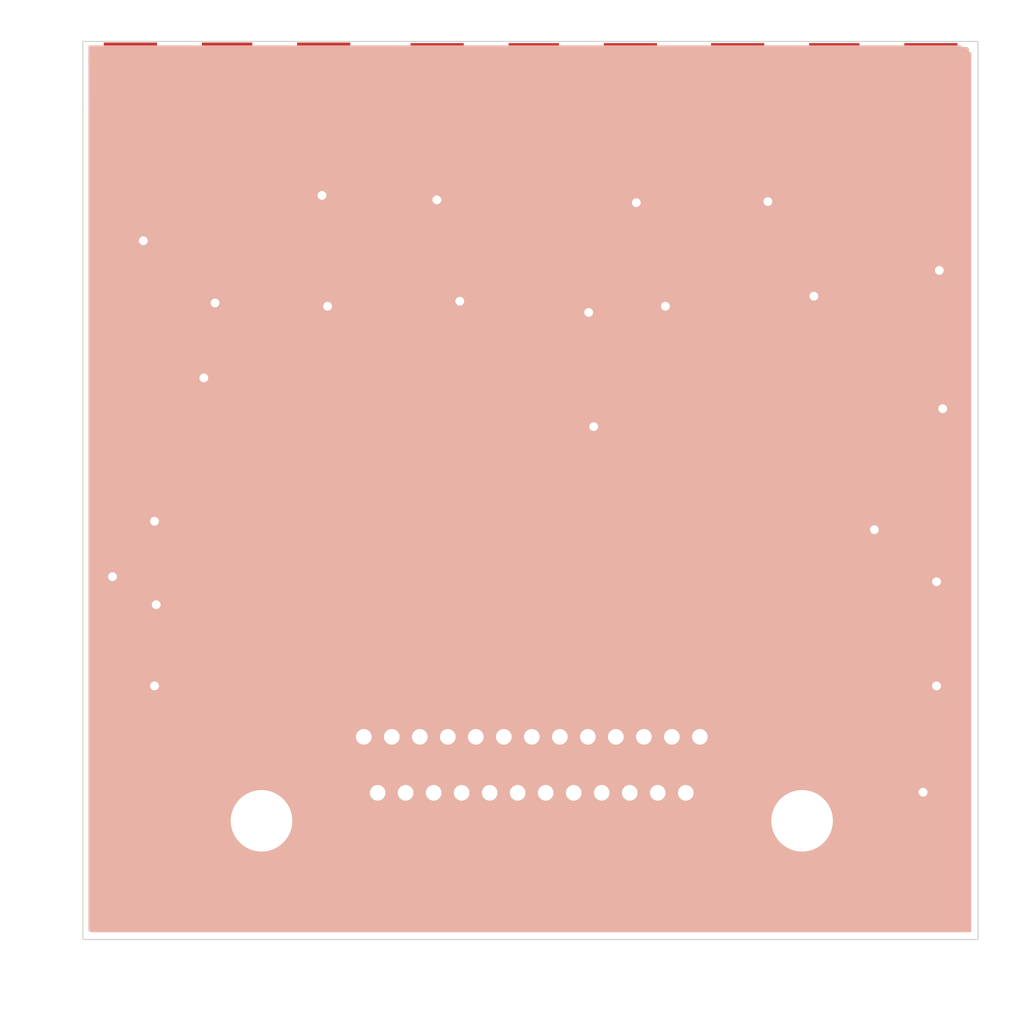
<source format=kicad_pcb>
(kicad_pcb (version 20171130) (host pcbnew "(5.1.5-0-10_14)")

  (general
    (thickness 1.6)
    (drawings 6)
    (tracks 123)
    (zones 0)
    (modules 51)
    (nets 30)
  )

  (page A4)
  (layers
    (0 F.Cu signal)
    (31 B.Cu signal hide)
    (32 B.Adhes user hide)
    (33 F.Adhes user hide)
    (34 B.Paste user hide)
    (35 F.Paste user hide)
    (36 B.SilkS user hide)
    (37 F.SilkS user hide)
    (38 B.Mask user hide)
    (39 F.Mask user)
    (40 Dwgs.User user hide)
    (41 Cmts.User user hide)
    (42 Eco1.User user hide)
    (43 Eco2.User user)
    (44 Edge.Cuts user hide)
    (45 Margin user hide)
    (46 B.CrtYd user hide)
    (47 F.CrtYd user hide)
    (48 B.Fab user hide)
    (49 F.Fab user hide)
  )

  (setup
    (last_trace_width 0.25)
    (trace_clearance 0.2)
    (zone_clearance 0.508)
    (zone_45_only no)
    (trace_min 0.2)
    (via_size 0.8)
    (via_drill 0.4)
    (via_min_size 0.4)
    (via_min_drill 0.3)
    (uvia_size 0.3)
    (uvia_drill 0.1)
    (uvias_allowed no)
    (uvia_min_size 0.2)
    (uvia_min_drill 0.1)
    (edge_width 0.05)
    (segment_width 0.2)
    (pcb_text_width 0.3)
    (pcb_text_size 1.5 1.5)
    (mod_edge_width 0.12)
    (mod_text_size 1 1)
    (mod_text_width 0.15)
    (pad_size 1.524 1.524)
    (pad_drill 0.762)
    (pad_to_mask_clearance 0.051)
    (solder_mask_min_width 0.25)
    (aux_axis_origin 0 0)
    (visible_elements FFFFFF7F)
    (pcbplotparams
      (layerselection 0x010fc_ffffffff)
      (usegerberextensions false)
      (usegerberattributes false)
      (usegerberadvancedattributes false)
      (creategerberjobfile false)
      (excludeedgelayer true)
      (linewidth 0.100000)
      (plotframeref false)
      (viasonmask false)
      (mode 1)
      (useauxorigin false)
      (hpglpennumber 1)
      (hpglpenspeed 20)
      (hpglpendiameter 15.000000)
      (psnegative false)
      (psa4output false)
      (plotreference true)
      (plotvalue true)
      (plotinvisibletext false)
      (padsonsilk false)
      (subtractmaskfromsilk false)
      (outputformat 1)
      (mirror false)
      (drillshape 1)
      (scaleselection 1)
      (outputdirectory ""))
  )

  (net 0 "")
  (net 1 "Net-(C1-Pad1)")
  (net 2 GND)
  (net 3 "Net-(C2-Pad1)")
  (net 4 "Net-(C3-Pad1)")
  (net 5 "Net-(C4-Pad1)")
  (net 6 "Net-(C5-Pad1)")
  (net 7 "Net-(C6-Pad1)")
  (net 8 "Net-(C7-Pad1)")
  (net 9 "Net-(C8-Pad1)")
  (net 10 "Net-(C9-Pad1)")
  (net 11 "Net-(C10-Pad1)")
  (net 12 "Net-(J4-Pad13)")
  (net 13 "Net-(J4-Pad7)")
  (net 14 "Net-(J4-Pad6)")
  (net 15 "Net-(J4-Pad5)")
  (net 16 "Net-(J4-Pad4)")
  (net 17 "Net-(J4-Pad3)")
  (net 18 "Net-(J4-Pad2)")
  (net 19 "Net-(J4-Pad1)")
  (net 20 "Net-(J1-Pad2)")
  (net 21 "Net-(J2-Pad2)")
  (net 22 "Net-(J3-Pad2)")
  (net 23 "Net-(P2-Pad1)")
  (net 24 "Net-(P3-Pad1)")
  (net 25 "Net-(P4-Pad1)")
  (net 26 "Net-(P5-Pad1)")
  (net 27 "Net-(P6-Pad1)")
  (net 28 "Net-(P7-Pad1)")
  (net 29 "Net-(P13-Pad1)")

  (net_class Default "This is the default net class."
    (clearance 0.2)
    (trace_width 0.25)
    (via_dia 0.8)
    (via_drill 0.4)
    (uvia_dia 0.3)
    (uvia_drill 0.1)
    (add_net GND)
    (add_net "Net-(C1-Pad1)")
    (add_net "Net-(C10-Pad1)")
    (add_net "Net-(C2-Pad1)")
    (add_net "Net-(C3-Pad1)")
    (add_net "Net-(C4-Pad1)")
    (add_net "Net-(C5-Pad1)")
    (add_net "Net-(C6-Pad1)")
    (add_net "Net-(C7-Pad1)")
    (add_net "Net-(C8-Pad1)")
    (add_net "Net-(C9-Pad1)")
    (add_net "Net-(J1-Pad2)")
    (add_net "Net-(J2-Pad2)")
    (add_net "Net-(J3-Pad2)")
    (add_net "Net-(J4-Pad1)")
    (add_net "Net-(J4-Pad13)")
    (add_net "Net-(J4-Pad2)")
    (add_net "Net-(J4-Pad3)")
    (add_net "Net-(J4-Pad4)")
    (add_net "Net-(J4-Pad5)")
    (add_net "Net-(J4-Pad6)")
    (add_net "Net-(J4-Pad7)")
    (add_net "Net-(P13-Pad1)")
    (add_net "Net-(P2-Pad1)")
    (add_net "Net-(P3-Pad1)")
    (add_net "Net-(P4-Pad1)")
    (add_net "Net-(P5-Pad1)")
    (add_net "Net-(P6-Pad1)")
    (add_net "Net-(P7-Pad1)")
  )

  (module Resistors_SMD:R_0603_HandSoldering (layer F.Cu) (tedit 58E0A804) (tstamp 5E7DC49C)
    (at 278.765 28.9598 90)
    (descr "Resistor SMD 0603, hand soldering")
    (tags "resistor 0603")
    (path /5E865B43)
    (attr smd)
    (fp_text reference R10 (at 0 -1.45 90) (layer F.SilkS)
      (effects (font (size 1 1) (thickness 0.15)))
    )
    (fp_text value R (at 0 1.55 90) (layer F.Fab)
      (effects (font (size 1 1) (thickness 0.15)))
    )
    (fp_text user %R (at 0 0 90) (layer F.Fab)
      (effects (font (size 0.4 0.4) (thickness 0.075)))
    )
    (fp_line (start -0.8 0.4) (end -0.8 -0.4) (layer F.Fab) (width 0.1))
    (fp_line (start 0.8 0.4) (end -0.8 0.4) (layer F.Fab) (width 0.1))
    (fp_line (start 0.8 -0.4) (end 0.8 0.4) (layer F.Fab) (width 0.1))
    (fp_line (start -0.8 -0.4) (end 0.8 -0.4) (layer F.Fab) (width 0.1))
    (fp_line (start 0.5 0.68) (end -0.5 0.68) (layer F.SilkS) (width 0.12))
    (fp_line (start -0.5 -0.68) (end 0.5 -0.68) (layer F.SilkS) (width 0.12))
    (fp_line (start -1.96 -0.7) (end 1.95 -0.7) (layer F.CrtYd) (width 0.05))
    (fp_line (start -1.96 -0.7) (end -1.96 0.7) (layer F.CrtYd) (width 0.05))
    (fp_line (start 1.95 0.7) (end 1.95 -0.7) (layer F.CrtYd) (width 0.05))
    (fp_line (start 1.95 0.7) (end -1.96 0.7) (layer F.CrtYd) (width 0.05))
    (pad 1 smd rect (at -1.1 0 90) (size 1.2 0.9) (layers F.Cu F.Paste F.Mask)
      (net 13 "Net-(J4-Pad7)"))
    (pad 2 smd rect (at 1.1 0 90) (size 1.2 0.9) (layers F.Cu F.Paste F.Mask)
      (net 2 GND))
    (model ${KISYS3DMOD}/Resistors_SMD.3dshapes/R_0603.wrl
      (at (xyz 0 0 0))
      (scale (xyz 1 1 1))
      (rotate (xyz 0 0 0))
    )
  )

  (module Resistors_SMD:R_0603_HandSoldering (layer F.Cu) (tedit 58E0A804) (tstamp 5E7DC46C)
    (at 281.305 28.9598 90)
    (descr "Resistor SMD 0603, hand soldering")
    (tags "resistor 0603")
    (path /5E865B61)
    (attr smd)
    (fp_text reference R9 (at 0 -1.45 90) (layer F.SilkS)
      (effects (font (size 1 1) (thickness 0.15)))
    )
    (fp_text value R (at 0 1.55 90) (layer F.Fab)
      (effects (font (size 1 1) (thickness 0.15)))
    )
    (fp_text user %R (at 0 0 90) (layer F.Fab)
      (effects (font (size 0.4 0.4) (thickness 0.075)))
    )
    (fp_line (start -0.8 0.4) (end -0.8 -0.4) (layer F.Fab) (width 0.1))
    (fp_line (start 0.8 0.4) (end -0.8 0.4) (layer F.Fab) (width 0.1))
    (fp_line (start 0.8 -0.4) (end 0.8 0.4) (layer F.Fab) (width 0.1))
    (fp_line (start -0.8 -0.4) (end 0.8 -0.4) (layer F.Fab) (width 0.1))
    (fp_line (start 0.5 0.68) (end -0.5 0.68) (layer F.SilkS) (width 0.12))
    (fp_line (start -0.5 -0.68) (end 0.5 -0.68) (layer F.SilkS) (width 0.12))
    (fp_line (start -1.96 -0.7) (end 1.95 -0.7) (layer F.CrtYd) (width 0.05))
    (fp_line (start -1.96 -0.7) (end -1.96 0.7) (layer F.CrtYd) (width 0.05))
    (fp_line (start 1.95 0.7) (end 1.95 -0.7) (layer F.CrtYd) (width 0.05))
    (fp_line (start 1.95 0.7) (end -1.96 0.7) (layer F.CrtYd) (width 0.05))
    (pad 1 smd rect (at -1.1 0 90) (size 1.2 0.9) (layers F.Cu F.Paste F.Mask)
      (net 14 "Net-(J4-Pad6)"))
    (pad 2 smd rect (at 1.1 0 90) (size 1.2 0.9) (layers F.Cu F.Paste F.Mask)
      (net 2 GND))
    (model ${KISYS3DMOD}/Resistors_SMD.3dshapes/R_0603.wrl
      (at (xyz 0 0 0))
      (scale (xyz 1 1 1))
      (rotate (xyz 0 0 0))
    )
  )

  (module Resistors_SMD:R_0603_HandSoldering (layer F.Cu) (tedit 58E0A804) (tstamp 5E7DC43C)
    (at 283.845 28.9598 90)
    (descr "Resistor SMD 0603, hand soldering")
    (tags "resistor 0603")
    (path /5E865B7F)
    (attr smd)
    (fp_text reference R8 (at 0 -1.45 90) (layer F.SilkS)
      (effects (font (size 1 1) (thickness 0.15)))
    )
    (fp_text value R (at 0 1.55 90) (layer F.Fab)
      (effects (font (size 1 1) (thickness 0.15)))
    )
    (fp_text user %R (at 0 0 90) (layer F.Fab)
      (effects (font (size 0.4 0.4) (thickness 0.075)))
    )
    (fp_line (start -0.8 0.4) (end -0.8 -0.4) (layer F.Fab) (width 0.1))
    (fp_line (start 0.8 0.4) (end -0.8 0.4) (layer F.Fab) (width 0.1))
    (fp_line (start 0.8 -0.4) (end 0.8 0.4) (layer F.Fab) (width 0.1))
    (fp_line (start -0.8 -0.4) (end 0.8 -0.4) (layer F.Fab) (width 0.1))
    (fp_line (start 0.5 0.68) (end -0.5 0.68) (layer F.SilkS) (width 0.12))
    (fp_line (start -0.5 -0.68) (end 0.5 -0.68) (layer F.SilkS) (width 0.12))
    (fp_line (start -1.96 -0.7) (end 1.95 -0.7) (layer F.CrtYd) (width 0.05))
    (fp_line (start -1.96 -0.7) (end -1.96 0.7) (layer F.CrtYd) (width 0.05))
    (fp_line (start 1.95 0.7) (end 1.95 -0.7) (layer F.CrtYd) (width 0.05))
    (fp_line (start 1.95 0.7) (end -1.96 0.7) (layer F.CrtYd) (width 0.05))
    (pad 1 smd rect (at -1.1 0 90) (size 1.2 0.9) (layers F.Cu F.Paste F.Mask)
      (net 15 "Net-(J4-Pad5)"))
    (pad 2 smd rect (at 1.1 0 90) (size 1.2 0.9) (layers F.Cu F.Paste F.Mask)
      (net 2 GND))
    (model ${KISYS3DMOD}/Resistors_SMD.3dshapes/R_0603.wrl
      (at (xyz 0 0 0))
      (scale (xyz 1 1 1))
      (rotate (xyz 0 0 0))
    )
  )

  (module Resistors_SMD:R_0603_HandSoldering (layer F.Cu) (tedit 58E0A804) (tstamp 5E7DC40C)
    (at 286.385 28.9598 90)
    (descr "Resistor SMD 0603, hand soldering")
    (tags "resistor 0603")
    (path /5E865B9D)
    (attr smd)
    (fp_text reference R7 (at 0 -1.45 90) (layer F.SilkS)
      (effects (font (size 1 1) (thickness 0.15)))
    )
    (fp_text value R (at 0 1.55 90) (layer F.Fab)
      (effects (font (size 1 1) (thickness 0.15)))
    )
    (fp_text user %R (at 0 0 90) (layer F.Fab)
      (effects (font (size 0.4 0.4) (thickness 0.075)))
    )
    (fp_line (start -0.8 0.4) (end -0.8 -0.4) (layer F.Fab) (width 0.1))
    (fp_line (start 0.8 0.4) (end -0.8 0.4) (layer F.Fab) (width 0.1))
    (fp_line (start 0.8 -0.4) (end 0.8 0.4) (layer F.Fab) (width 0.1))
    (fp_line (start -0.8 -0.4) (end 0.8 -0.4) (layer F.Fab) (width 0.1))
    (fp_line (start 0.5 0.68) (end -0.5 0.68) (layer F.SilkS) (width 0.12))
    (fp_line (start -0.5 -0.68) (end 0.5 -0.68) (layer F.SilkS) (width 0.12))
    (fp_line (start -1.96 -0.7) (end 1.95 -0.7) (layer F.CrtYd) (width 0.05))
    (fp_line (start -1.96 -0.7) (end -1.96 0.7) (layer F.CrtYd) (width 0.05))
    (fp_line (start 1.95 0.7) (end 1.95 -0.7) (layer F.CrtYd) (width 0.05))
    (fp_line (start 1.95 0.7) (end -1.96 0.7) (layer F.CrtYd) (width 0.05))
    (pad 1 smd rect (at -1.1 0 90) (size 1.2 0.9) (layers F.Cu F.Paste F.Mask)
      (net 16 "Net-(J4-Pad4)"))
    (pad 2 smd rect (at 1.1 0 90) (size 1.2 0.9) (layers F.Cu F.Paste F.Mask)
      (net 2 GND))
    (model ${KISYS3DMOD}/Resistors_SMD.3dshapes/R_0603.wrl
      (at (xyz 0 0 0))
      (scale (xyz 1 1 1))
      (rotate (xyz 0 0 0))
    )
  )

  (module Resistors_SMD:R_0603_HandSoldering (layer F.Cu) (tedit 58E0A804) (tstamp 5E7DC3DC)
    (at 288.925 28.9598 90)
    (descr "Resistor SMD 0603, hand soldering")
    (tags "resistor 0603")
    (path /5E865BBB)
    (attr smd)
    (fp_text reference R6 (at 0 -1.45 90) (layer F.SilkS)
      (effects (font (size 1 1) (thickness 0.15)))
    )
    (fp_text value R (at 0 1.55 90) (layer F.Fab)
      (effects (font (size 1 1) (thickness 0.15)))
    )
    (fp_text user %R (at 0 0 90) (layer F.Fab)
      (effects (font (size 0.4 0.4) (thickness 0.075)))
    )
    (fp_line (start -0.8 0.4) (end -0.8 -0.4) (layer F.Fab) (width 0.1))
    (fp_line (start 0.8 0.4) (end -0.8 0.4) (layer F.Fab) (width 0.1))
    (fp_line (start 0.8 -0.4) (end 0.8 0.4) (layer F.Fab) (width 0.1))
    (fp_line (start -0.8 -0.4) (end 0.8 -0.4) (layer F.Fab) (width 0.1))
    (fp_line (start 0.5 0.68) (end -0.5 0.68) (layer F.SilkS) (width 0.12))
    (fp_line (start -0.5 -0.68) (end 0.5 -0.68) (layer F.SilkS) (width 0.12))
    (fp_line (start -1.96 -0.7) (end 1.95 -0.7) (layer F.CrtYd) (width 0.05))
    (fp_line (start -1.96 -0.7) (end -1.96 0.7) (layer F.CrtYd) (width 0.05))
    (fp_line (start 1.95 0.7) (end 1.95 -0.7) (layer F.CrtYd) (width 0.05))
    (fp_line (start 1.95 0.7) (end -1.96 0.7) (layer F.CrtYd) (width 0.05))
    (pad 1 smd rect (at -1.1 0 90) (size 1.2 0.9) (layers F.Cu F.Paste F.Mask)
      (net 17 "Net-(J4-Pad3)"))
    (pad 2 smd rect (at 1.1 0 90) (size 1.2 0.9) (layers F.Cu F.Paste F.Mask)
      (net 2 GND))
    (model ${KISYS3DMOD}/Resistors_SMD.3dshapes/R_0603.wrl
      (at (xyz 0 0 0))
      (scale (xyz 1 1 1))
      (rotate (xyz 0 0 0))
    )
  )

  (module Resistors_SMD:R_0603_HandSoldering (layer F.Cu) (tedit 58E0A804) (tstamp 5E7D6E4F)
    (at 268.9606 23.4188 270)
    (descr "Resistor SMD 0603, hand soldering")
    (tags "resistor 0603")
    (path /5E845A7F)
    (attr smd)
    (fp_text reference R5 (at 0 -1.45 90) (layer F.SilkS)
      (effects (font (size 1 1) (thickness 0.15)))
    )
    (fp_text value R (at 0 1.55 90) (layer F.Fab)
      (effects (font (size 1 1) (thickness 0.15)))
    )
    (fp_text user %R (at 0 0 90) (layer F.Fab)
      (effects (font (size 0.4 0.4) (thickness 0.075)))
    )
    (fp_line (start -0.8 0.4) (end -0.8 -0.4) (layer F.Fab) (width 0.1))
    (fp_line (start 0.8 0.4) (end -0.8 0.4) (layer F.Fab) (width 0.1))
    (fp_line (start 0.8 -0.4) (end 0.8 0.4) (layer F.Fab) (width 0.1))
    (fp_line (start -0.8 -0.4) (end 0.8 -0.4) (layer F.Fab) (width 0.1))
    (fp_line (start 0.5 0.68) (end -0.5 0.68) (layer F.SilkS) (width 0.12))
    (fp_line (start -0.5 -0.68) (end 0.5 -0.68) (layer F.SilkS) (width 0.12))
    (fp_line (start -1.96 -0.7) (end 1.95 -0.7) (layer F.CrtYd) (width 0.05))
    (fp_line (start -1.96 -0.7) (end -1.96 0.7) (layer F.CrtYd) (width 0.05))
    (fp_line (start 1.95 0.7) (end 1.95 -0.7) (layer F.CrtYd) (width 0.05))
    (fp_line (start 1.95 0.7) (end -1.96 0.7) (layer F.CrtYd) (width 0.05))
    (pad 1 smd rect (at -1.1 0 270) (size 1.2 0.9) (layers F.Cu F.Paste F.Mask)
      (net 28 "Net-(P7-Pad1)"))
    (pad 2 smd rect (at 1.1 0 270) (size 1.2 0.9) (layers F.Cu F.Paste F.Mask)
      (net 2 GND))
    (model ${KISYS3DMOD}/Resistors_SMD.3dshapes/R_0603.wrl
      (at (xyz 0 0 0))
      (scale (xyz 1 1 1))
      (rotate (xyz 0 0 0))
    )
  )

  (module Resistors_SMD:R_0603_HandSoldering (layer F.Cu) (tedit 58E0A804) (tstamp 5E7D6E1F)
    (at 271.5006 23.4188 270)
    (descr "Resistor SMD 0603, hand soldering")
    (tags "resistor 0603")
    (path /5E8414FD)
    (attr smd)
    (fp_text reference R4 (at 0 -1.45 90) (layer F.SilkS)
      (effects (font (size 1 1) (thickness 0.15)))
    )
    (fp_text value R (at 0 1.55 90) (layer F.Fab)
      (effects (font (size 1 1) (thickness 0.15)))
    )
    (fp_text user %R (at 0 0 90) (layer F.Fab)
      (effects (font (size 0.4 0.4) (thickness 0.075)))
    )
    (fp_line (start -0.8 0.4) (end -0.8 -0.4) (layer F.Fab) (width 0.1))
    (fp_line (start 0.8 0.4) (end -0.8 0.4) (layer F.Fab) (width 0.1))
    (fp_line (start 0.8 -0.4) (end 0.8 0.4) (layer F.Fab) (width 0.1))
    (fp_line (start -0.8 -0.4) (end 0.8 -0.4) (layer F.Fab) (width 0.1))
    (fp_line (start 0.5 0.68) (end -0.5 0.68) (layer F.SilkS) (width 0.12))
    (fp_line (start -0.5 -0.68) (end 0.5 -0.68) (layer F.SilkS) (width 0.12))
    (fp_line (start -1.96 -0.7) (end 1.95 -0.7) (layer F.CrtYd) (width 0.05))
    (fp_line (start -1.96 -0.7) (end -1.96 0.7) (layer F.CrtYd) (width 0.05))
    (fp_line (start 1.95 0.7) (end 1.95 -0.7) (layer F.CrtYd) (width 0.05))
    (fp_line (start 1.95 0.7) (end -1.96 0.7) (layer F.CrtYd) (width 0.05))
    (pad 1 smd rect (at -1.1 0 270) (size 1.2 0.9) (layers F.Cu F.Paste F.Mask)
      (net 27 "Net-(P6-Pad1)"))
    (pad 2 smd rect (at 1.1 0 270) (size 1.2 0.9) (layers F.Cu F.Paste F.Mask)
      (net 2 GND))
    (model ${KISYS3DMOD}/Resistors_SMD.3dshapes/R_0603.wrl
      (at (xyz 0 0 0))
      (scale (xyz 1 1 1))
      (rotate (xyz 0 0 0))
    )
  )

  (module Resistors_SMD:R_0603_HandSoldering (layer F.Cu) (tedit 58E0A804) (tstamp 5E7D6DEF)
    (at 274.0406 23.4188 270)
    (descr "Resistor SMD 0603, hand soldering")
    (tags "resistor 0603")
    (path /5E8414DF)
    (attr smd)
    (fp_text reference R3 (at 0 -1.45 90) (layer F.SilkS)
      (effects (font (size 1 1) (thickness 0.15)))
    )
    (fp_text value R (at 0 1.55 90) (layer F.Fab)
      (effects (font (size 1 1) (thickness 0.15)))
    )
    (fp_text user %R (at 0 0 90) (layer F.Fab)
      (effects (font (size 0.4 0.4) (thickness 0.075)))
    )
    (fp_line (start -0.8 0.4) (end -0.8 -0.4) (layer F.Fab) (width 0.1))
    (fp_line (start 0.8 0.4) (end -0.8 0.4) (layer F.Fab) (width 0.1))
    (fp_line (start 0.8 -0.4) (end 0.8 0.4) (layer F.Fab) (width 0.1))
    (fp_line (start -0.8 -0.4) (end 0.8 -0.4) (layer F.Fab) (width 0.1))
    (fp_line (start 0.5 0.68) (end -0.5 0.68) (layer F.SilkS) (width 0.12))
    (fp_line (start -0.5 -0.68) (end 0.5 -0.68) (layer F.SilkS) (width 0.12))
    (fp_line (start -1.96 -0.7) (end 1.95 -0.7) (layer F.CrtYd) (width 0.05))
    (fp_line (start -1.96 -0.7) (end -1.96 0.7) (layer F.CrtYd) (width 0.05))
    (fp_line (start 1.95 0.7) (end 1.95 -0.7) (layer F.CrtYd) (width 0.05))
    (fp_line (start 1.95 0.7) (end -1.96 0.7) (layer F.CrtYd) (width 0.05))
    (pad 1 smd rect (at -1.1 0 270) (size 1.2 0.9) (layers F.Cu F.Paste F.Mask)
      (net 26 "Net-(P5-Pad1)"))
    (pad 2 smd rect (at 1.1 0 270) (size 1.2 0.9) (layers F.Cu F.Paste F.Mask)
      (net 2 GND))
    (model ${KISYS3DMOD}/Resistors_SMD.3dshapes/R_0603.wrl
      (at (xyz 0 0 0))
      (scale (xyz 1 1 1))
      (rotate (xyz 0 0 0))
    )
  )

  (module Resistors_SMD:R_0603_HandSoldering (layer F.Cu) (tedit 58E0A804) (tstamp 5E7D6DBF)
    (at 276.5806 23.4188 270)
    (descr "Resistor SMD 0603, hand soldering")
    (tags "resistor 0603")
    (path /5E83E356)
    (attr smd)
    (fp_text reference R2 (at 0 -1.45 90) (layer F.SilkS)
      (effects (font (size 1 1) (thickness 0.15)))
    )
    (fp_text value R (at 0 1.55 90) (layer F.Fab)
      (effects (font (size 1 1) (thickness 0.15)))
    )
    (fp_text user %R (at 0 0 90) (layer F.Fab)
      (effects (font (size 0.4 0.4) (thickness 0.075)))
    )
    (fp_line (start -0.8 0.4) (end -0.8 -0.4) (layer F.Fab) (width 0.1))
    (fp_line (start 0.8 0.4) (end -0.8 0.4) (layer F.Fab) (width 0.1))
    (fp_line (start 0.8 -0.4) (end 0.8 0.4) (layer F.Fab) (width 0.1))
    (fp_line (start -0.8 -0.4) (end 0.8 -0.4) (layer F.Fab) (width 0.1))
    (fp_line (start 0.5 0.68) (end -0.5 0.68) (layer F.SilkS) (width 0.12))
    (fp_line (start -0.5 -0.68) (end 0.5 -0.68) (layer F.SilkS) (width 0.12))
    (fp_line (start -1.96 -0.7) (end 1.95 -0.7) (layer F.CrtYd) (width 0.05))
    (fp_line (start -1.96 -0.7) (end -1.96 0.7) (layer F.CrtYd) (width 0.05))
    (fp_line (start 1.95 0.7) (end 1.95 -0.7) (layer F.CrtYd) (width 0.05))
    (fp_line (start 1.95 0.7) (end -1.96 0.7) (layer F.CrtYd) (width 0.05))
    (pad 1 smd rect (at -1.1 0 270) (size 1.2 0.9) (layers F.Cu F.Paste F.Mask)
      (net 25 "Net-(P4-Pad1)"))
    (pad 2 smd rect (at 1.1 0 270) (size 1.2 0.9) (layers F.Cu F.Paste F.Mask)
      (net 2 GND))
    (model ${KISYS3DMOD}/Resistors_SMD.3dshapes/R_0603.wrl
      (at (xyz 0 0 0))
      (scale (xyz 1 1 1))
      (rotate (xyz 0 0 0))
    )
  )

  (module Resistors_SMD:R_0603_HandSoldering (layer F.Cu) (tedit 58E0A804) (tstamp 5E7D6D8F)
    (at 279.1206 23.4188 270)
    (descr "Resistor SMD 0603, hand soldering")
    (tags "resistor 0603")
    (path /5E83B63C)
    (attr smd)
    (fp_text reference R1 (at 0 -1.45 90) (layer F.SilkS)
      (effects (font (size 1 1) (thickness 0.15)))
    )
    (fp_text value R (at 0 1.55 90) (layer F.Fab)
      (effects (font (size 1 1) (thickness 0.15)))
    )
    (fp_text user %R (at 0 0 90) (layer F.Fab)
      (effects (font (size 0.4 0.4) (thickness 0.075)))
    )
    (fp_line (start -0.8 0.4) (end -0.8 -0.4) (layer F.Fab) (width 0.1))
    (fp_line (start 0.8 0.4) (end -0.8 0.4) (layer F.Fab) (width 0.1))
    (fp_line (start 0.8 -0.4) (end 0.8 0.4) (layer F.Fab) (width 0.1))
    (fp_line (start -0.8 -0.4) (end 0.8 -0.4) (layer F.Fab) (width 0.1))
    (fp_line (start 0.5 0.68) (end -0.5 0.68) (layer F.SilkS) (width 0.12))
    (fp_line (start -0.5 -0.68) (end 0.5 -0.68) (layer F.SilkS) (width 0.12))
    (fp_line (start -1.96 -0.7) (end 1.95 -0.7) (layer F.CrtYd) (width 0.05))
    (fp_line (start -1.96 -0.7) (end -1.96 0.7) (layer F.CrtYd) (width 0.05))
    (fp_line (start 1.95 0.7) (end 1.95 -0.7) (layer F.CrtYd) (width 0.05))
    (fp_line (start 1.95 0.7) (end -1.96 0.7) (layer F.CrtYd) (width 0.05))
    (pad 1 smd rect (at -1.1 0 270) (size 1.2 0.9) (layers F.Cu F.Paste F.Mask)
      (net 24 "Net-(P3-Pad1)"))
    (pad 2 smd rect (at 1.1 0 270) (size 1.2 0.9) (layers F.Cu F.Paste F.Mask)
      (net 2 GND))
    (model ${KISYS3DMOD}/Resistors_SMD.3dshapes/R_0603.wrl
      (at (xyz 0 0 0))
      (scale (xyz 1 1 1))
      (rotate (xyz 0 0 0))
    )
  )

  (module Resistors_SMD:R_0603_HandSoldering (layer F.Cu) (tedit 58E0A804) (tstamp 5E7DC5C0)
    (at 266.065 28.9598 90)
    (descr "Resistor SMD 0603, hand soldering")
    (tags "resistor 0603")
    (path /5E865AAD)
    (attr smd)
    (fp_text reference C10 (at 0 -1.45 90) (layer F.SilkS)
      (effects (font (size 1 1) (thickness 0.15)))
    )
    (fp_text value C (at 0 1.55 90) (layer F.Fab)
      (effects (font (size 1 1) (thickness 0.15)))
    )
    (fp_text user %R (at 0 0 90) (layer F.Fab)
      (effects (font (size 0.4 0.4) (thickness 0.075)))
    )
    (fp_line (start -0.8 0.4) (end -0.8 -0.4) (layer F.Fab) (width 0.1))
    (fp_line (start 0.8 0.4) (end -0.8 0.4) (layer F.Fab) (width 0.1))
    (fp_line (start 0.8 -0.4) (end 0.8 0.4) (layer F.Fab) (width 0.1))
    (fp_line (start -0.8 -0.4) (end 0.8 -0.4) (layer F.Fab) (width 0.1))
    (fp_line (start 0.5 0.68) (end -0.5 0.68) (layer F.SilkS) (width 0.12))
    (fp_line (start -0.5 -0.68) (end 0.5 -0.68) (layer F.SilkS) (width 0.12))
    (fp_line (start -1.96 -0.7) (end 1.95 -0.7) (layer F.CrtYd) (width 0.05))
    (fp_line (start -1.96 -0.7) (end -1.96 0.7) (layer F.CrtYd) (width 0.05))
    (fp_line (start 1.95 0.7) (end 1.95 -0.7) (layer F.CrtYd) (width 0.05))
    (fp_line (start 1.95 0.7) (end -1.96 0.7) (layer F.CrtYd) (width 0.05))
    (pad 1 smd rect (at -1.1 0 90) (size 1.2 0.9) (layers F.Cu F.Paste F.Mask)
      (net 11 "Net-(C10-Pad1)"))
    (pad 2 smd rect (at 1.1 0 90) (size 1.2 0.9) (layers F.Cu F.Paste F.Mask)
      (net 2 GND))
    (model ${KISYS3DMOD}/Resistors_SMD.3dshapes/R_0603.wrl
      (at (xyz 0 0 0))
      (scale (xyz 1 1 1))
      (rotate (xyz 0 0 0))
    )
  )

  (module Resistors_SMD:R_0603_HandSoldering (layer F.Cu) (tedit 58E0A804) (tstamp 5E7DC584)
    (at 268.605 28.9598 90)
    (descr "Resistor SMD 0603, hand soldering")
    (tags "resistor 0603")
    (path /5E865ACB)
    (attr smd)
    (fp_text reference C9 (at 0 -1.45 90) (layer F.SilkS)
      (effects (font (size 1 1) (thickness 0.15)))
    )
    (fp_text value C (at 0 1.55 90) (layer F.Fab)
      (effects (font (size 1 1) (thickness 0.15)))
    )
    (fp_text user %R (at 0 0 90) (layer F.Fab)
      (effects (font (size 0.4 0.4) (thickness 0.075)))
    )
    (fp_line (start -0.8 0.4) (end -0.8 -0.4) (layer F.Fab) (width 0.1))
    (fp_line (start 0.8 0.4) (end -0.8 0.4) (layer F.Fab) (width 0.1))
    (fp_line (start 0.8 -0.4) (end 0.8 0.4) (layer F.Fab) (width 0.1))
    (fp_line (start -0.8 -0.4) (end 0.8 -0.4) (layer F.Fab) (width 0.1))
    (fp_line (start 0.5 0.68) (end -0.5 0.68) (layer F.SilkS) (width 0.12))
    (fp_line (start -0.5 -0.68) (end 0.5 -0.68) (layer F.SilkS) (width 0.12))
    (fp_line (start -1.96 -0.7) (end 1.95 -0.7) (layer F.CrtYd) (width 0.05))
    (fp_line (start -1.96 -0.7) (end -1.96 0.7) (layer F.CrtYd) (width 0.05))
    (fp_line (start 1.95 0.7) (end 1.95 -0.7) (layer F.CrtYd) (width 0.05))
    (fp_line (start 1.95 0.7) (end -1.96 0.7) (layer F.CrtYd) (width 0.05))
    (pad 1 smd rect (at -1.1 0 90) (size 1.2 0.9) (layers F.Cu F.Paste F.Mask)
      (net 10 "Net-(C9-Pad1)"))
    (pad 2 smd rect (at 1.1 0 90) (size 1.2 0.9) (layers F.Cu F.Paste F.Mask)
      (net 2 GND))
    (model ${KISYS3DMOD}/Resistors_SMD.3dshapes/R_0603.wrl
      (at (xyz 0 0 0))
      (scale (xyz 1 1 1))
      (rotate (xyz 0 0 0))
    )
  )

  (module Resistors_SMD:R_0603_HandSoldering (layer F.Cu) (tedit 58E0A804) (tstamp 5E7DC548)
    (at 271.145 28.9598 90)
    (descr "Resistor SMD 0603, hand soldering")
    (tags "resistor 0603")
    (path /5E865AE9)
    (attr smd)
    (fp_text reference C8 (at 0 -1.45 90) (layer F.SilkS)
      (effects (font (size 1 1) (thickness 0.15)))
    )
    (fp_text value C (at 0 1.55 90) (layer F.Fab)
      (effects (font (size 1 1) (thickness 0.15)))
    )
    (fp_text user %R (at 0 0 90) (layer F.Fab)
      (effects (font (size 0.4 0.4) (thickness 0.075)))
    )
    (fp_line (start -0.8 0.4) (end -0.8 -0.4) (layer F.Fab) (width 0.1))
    (fp_line (start 0.8 0.4) (end -0.8 0.4) (layer F.Fab) (width 0.1))
    (fp_line (start 0.8 -0.4) (end 0.8 0.4) (layer F.Fab) (width 0.1))
    (fp_line (start -0.8 -0.4) (end 0.8 -0.4) (layer F.Fab) (width 0.1))
    (fp_line (start 0.5 0.68) (end -0.5 0.68) (layer F.SilkS) (width 0.12))
    (fp_line (start -0.5 -0.68) (end 0.5 -0.68) (layer F.SilkS) (width 0.12))
    (fp_line (start -1.96 -0.7) (end 1.95 -0.7) (layer F.CrtYd) (width 0.05))
    (fp_line (start -1.96 -0.7) (end -1.96 0.7) (layer F.CrtYd) (width 0.05))
    (fp_line (start 1.95 0.7) (end 1.95 -0.7) (layer F.CrtYd) (width 0.05))
    (fp_line (start 1.95 0.7) (end -1.96 0.7) (layer F.CrtYd) (width 0.05))
    (pad 1 smd rect (at -1.1 0 90) (size 1.2 0.9) (layers F.Cu F.Paste F.Mask)
      (net 9 "Net-(C8-Pad1)"))
    (pad 2 smd rect (at 1.1 0 90) (size 1.2 0.9) (layers F.Cu F.Paste F.Mask)
      (net 2 GND))
    (model ${KISYS3DMOD}/Resistors_SMD.3dshapes/R_0603.wrl
      (at (xyz 0 0 0))
      (scale (xyz 1 1 1))
      (rotate (xyz 0 0 0))
    )
  )

  (module Resistors_SMD:R_0603_HandSoldering (layer F.Cu) (tedit 58E0A804) (tstamp 5E7DC50C)
    (at 273.685 28.9598 90)
    (descr "Resistor SMD 0603, hand soldering")
    (tags "resistor 0603")
    (path /5E865B07)
    (attr smd)
    (fp_text reference C7 (at 0 -1.45 90) (layer F.SilkS)
      (effects (font (size 1 1) (thickness 0.15)))
    )
    (fp_text value C (at 0 1.55 90) (layer F.Fab)
      (effects (font (size 1 1) (thickness 0.15)))
    )
    (fp_text user %R (at 0 0 90) (layer F.Fab)
      (effects (font (size 0.4 0.4) (thickness 0.075)))
    )
    (fp_line (start -0.8 0.4) (end -0.8 -0.4) (layer F.Fab) (width 0.1))
    (fp_line (start 0.8 0.4) (end -0.8 0.4) (layer F.Fab) (width 0.1))
    (fp_line (start 0.8 -0.4) (end 0.8 0.4) (layer F.Fab) (width 0.1))
    (fp_line (start -0.8 -0.4) (end 0.8 -0.4) (layer F.Fab) (width 0.1))
    (fp_line (start 0.5 0.68) (end -0.5 0.68) (layer F.SilkS) (width 0.12))
    (fp_line (start -0.5 -0.68) (end 0.5 -0.68) (layer F.SilkS) (width 0.12))
    (fp_line (start -1.96 -0.7) (end 1.95 -0.7) (layer F.CrtYd) (width 0.05))
    (fp_line (start -1.96 -0.7) (end -1.96 0.7) (layer F.CrtYd) (width 0.05))
    (fp_line (start 1.95 0.7) (end 1.95 -0.7) (layer F.CrtYd) (width 0.05))
    (fp_line (start 1.95 0.7) (end -1.96 0.7) (layer F.CrtYd) (width 0.05))
    (pad 1 smd rect (at -1.1 0 90) (size 1.2 0.9) (layers F.Cu F.Paste F.Mask)
      (net 8 "Net-(C7-Pad1)"))
    (pad 2 smd rect (at 1.1 0 90) (size 1.2 0.9) (layers F.Cu F.Paste F.Mask)
      (net 2 GND))
    (model ${KISYS3DMOD}/Resistors_SMD.3dshapes/R_0603.wrl
      (at (xyz 0 0 0))
      (scale (xyz 1 1 1))
      (rotate (xyz 0 0 0))
    )
  )

  (module Resistors_SMD:R_0603_HandSoldering (layer F.Cu) (tedit 58E0A804) (tstamp 5E7DC4D0)
    (at 276.225 28.9598 90)
    (descr "Resistor SMD 0603, hand soldering")
    (tags "resistor 0603")
    (path /5E865B25)
    (attr smd)
    (fp_text reference C6 (at 0 -1.45 90) (layer F.SilkS)
      (effects (font (size 1 1) (thickness 0.15)))
    )
    (fp_text value C (at 0 1.55 90) (layer F.Fab)
      (effects (font (size 1 1) (thickness 0.15)))
    )
    (fp_text user %R (at 0 0 90) (layer F.Fab)
      (effects (font (size 0.4 0.4) (thickness 0.075)))
    )
    (fp_line (start -0.8 0.4) (end -0.8 -0.4) (layer F.Fab) (width 0.1))
    (fp_line (start 0.8 0.4) (end -0.8 0.4) (layer F.Fab) (width 0.1))
    (fp_line (start 0.8 -0.4) (end 0.8 0.4) (layer F.Fab) (width 0.1))
    (fp_line (start -0.8 -0.4) (end 0.8 -0.4) (layer F.Fab) (width 0.1))
    (fp_line (start 0.5 0.68) (end -0.5 0.68) (layer F.SilkS) (width 0.12))
    (fp_line (start -0.5 -0.68) (end 0.5 -0.68) (layer F.SilkS) (width 0.12))
    (fp_line (start -1.96 -0.7) (end 1.95 -0.7) (layer F.CrtYd) (width 0.05))
    (fp_line (start -1.96 -0.7) (end -1.96 0.7) (layer F.CrtYd) (width 0.05))
    (fp_line (start 1.95 0.7) (end 1.95 -0.7) (layer F.CrtYd) (width 0.05))
    (fp_line (start 1.95 0.7) (end -1.96 0.7) (layer F.CrtYd) (width 0.05))
    (pad 1 smd rect (at -1.1 0 90) (size 1.2 0.9) (layers F.Cu F.Paste F.Mask)
      (net 7 "Net-(C6-Pad1)"))
    (pad 2 smd rect (at 1.1 0 90) (size 1.2 0.9) (layers F.Cu F.Paste F.Mask)
      (net 2 GND))
    (model ${KISYS3DMOD}/Resistors_SMD.3dshapes/R_0603.wrl
      (at (xyz 0 0 0))
      (scale (xyz 1 1 1))
      (rotate (xyz 0 0 0))
    )
  )

  (module Resistors_SMD:R_0603_HandSoldering (layer F.Cu) (tedit 58E0A804) (tstamp 5E7D4C7E)
    (at 285.4706 23.4188 270)
    (descr "Resistor SMD 0603, hand soldering")
    (tags "resistor 0603")
    (path /5E837B41)
    (attr smd)
    (fp_text reference C5 (at 0 -1.45 90) (layer F.SilkS)
      (effects (font (size 1 1) (thickness 0.15)))
    )
    (fp_text value C (at 0 1.55 90) (layer F.Fab)
      (effects (font (size 1 1) (thickness 0.15)))
    )
    (fp_text user %R (at 0 0 90) (layer F.Fab)
      (effects (font (size 0.4 0.4) (thickness 0.075)))
    )
    (fp_line (start -0.8 0.4) (end -0.8 -0.4) (layer F.Fab) (width 0.1))
    (fp_line (start 0.8 0.4) (end -0.8 0.4) (layer F.Fab) (width 0.1))
    (fp_line (start 0.8 -0.4) (end 0.8 0.4) (layer F.Fab) (width 0.1))
    (fp_line (start -0.8 -0.4) (end 0.8 -0.4) (layer F.Fab) (width 0.1))
    (fp_line (start 0.5 0.68) (end -0.5 0.68) (layer F.SilkS) (width 0.12))
    (fp_line (start -0.5 -0.68) (end 0.5 -0.68) (layer F.SilkS) (width 0.12))
    (fp_line (start -1.96 -0.7) (end 1.95 -0.7) (layer F.CrtYd) (width 0.05))
    (fp_line (start -1.96 -0.7) (end -1.96 0.7) (layer F.CrtYd) (width 0.05))
    (fp_line (start 1.95 0.7) (end 1.95 -0.7) (layer F.CrtYd) (width 0.05))
    (fp_line (start 1.95 0.7) (end -1.96 0.7) (layer F.CrtYd) (width 0.05))
    (pad 1 smd rect (at -1.1 0 270) (size 1.2 0.9) (layers F.Cu F.Paste F.Mask)
      (net 6 "Net-(C5-Pad1)"))
    (pad 2 smd rect (at 1.1 0 270) (size 1.2 0.9) (layers F.Cu F.Paste F.Mask)
      (net 2 GND))
    (model ${KISYS3DMOD}/Resistors_SMD.3dshapes/R_0603.wrl
      (at (xyz 0 0 0))
      (scale (xyz 1 1 1))
      (rotate (xyz 0 0 0))
    )
  )

  (module Resistors_SMD:R_0603_HandSoldering (layer F.Cu) (tedit 58E0A804) (tstamp 5E7D4C42)
    (at 288.0106 23.4188 270)
    (descr "Resistor SMD 0603, hand soldering")
    (tags "resistor 0603")
    (path /5E82F3D5)
    (attr smd)
    (fp_text reference C4 (at 0 -1.45 90) (layer F.SilkS)
      (effects (font (size 1 1) (thickness 0.15)))
    )
    (fp_text value C (at 0 1.55 90) (layer F.Fab)
      (effects (font (size 1 1) (thickness 0.15)))
    )
    (fp_text user %R (at 0 0 90) (layer F.Fab)
      (effects (font (size 0.4 0.4) (thickness 0.075)))
    )
    (fp_line (start -0.8 0.4) (end -0.8 -0.4) (layer F.Fab) (width 0.1))
    (fp_line (start 0.8 0.4) (end -0.8 0.4) (layer F.Fab) (width 0.1))
    (fp_line (start 0.8 -0.4) (end 0.8 0.4) (layer F.Fab) (width 0.1))
    (fp_line (start -0.8 -0.4) (end 0.8 -0.4) (layer F.Fab) (width 0.1))
    (fp_line (start 0.5 0.68) (end -0.5 0.68) (layer F.SilkS) (width 0.12))
    (fp_line (start -0.5 -0.68) (end 0.5 -0.68) (layer F.SilkS) (width 0.12))
    (fp_line (start -1.96 -0.7) (end 1.95 -0.7) (layer F.CrtYd) (width 0.05))
    (fp_line (start -1.96 -0.7) (end -1.96 0.7) (layer F.CrtYd) (width 0.05))
    (fp_line (start 1.95 0.7) (end 1.95 -0.7) (layer F.CrtYd) (width 0.05))
    (fp_line (start 1.95 0.7) (end -1.96 0.7) (layer F.CrtYd) (width 0.05))
    (pad 1 smd rect (at -1.1 0 270) (size 1.2 0.9) (layers F.Cu F.Paste F.Mask)
      (net 5 "Net-(C4-Pad1)"))
    (pad 2 smd rect (at 1.1 0 270) (size 1.2 0.9) (layers F.Cu F.Paste F.Mask)
      (net 2 GND))
    (model ${KISYS3DMOD}/Resistors_SMD.3dshapes/R_0603.wrl
      (at (xyz 0 0 0))
      (scale (xyz 1 1 1))
      (rotate (xyz 0 0 0))
    )
  )

  (module Resistors_SMD:R_0603_HandSoldering (layer F.Cu) (tedit 58E0A804) (tstamp 5E7D4C06)
    (at 295.6306 23.4188 270)
    (descr "Resistor SMD 0603, hand soldering")
    (tags "resistor 0603")
    (path /5E82F3B7)
    (attr smd)
    (fp_text reference C3 (at 0 -1.45 90) (layer F.SilkS)
      (effects (font (size 1 1) (thickness 0.15)))
    )
    (fp_text value C (at 0 1.55 90) (layer F.Fab)
      (effects (font (size 1 1) (thickness 0.15)))
    )
    (fp_text user %R (at 0 0 90) (layer F.Fab)
      (effects (font (size 0.4 0.4) (thickness 0.075)))
    )
    (fp_line (start -0.8 0.4) (end -0.8 -0.4) (layer F.Fab) (width 0.1))
    (fp_line (start 0.8 0.4) (end -0.8 0.4) (layer F.Fab) (width 0.1))
    (fp_line (start 0.8 -0.4) (end 0.8 0.4) (layer F.Fab) (width 0.1))
    (fp_line (start -0.8 -0.4) (end 0.8 -0.4) (layer F.Fab) (width 0.1))
    (fp_line (start 0.5 0.68) (end -0.5 0.68) (layer F.SilkS) (width 0.12))
    (fp_line (start -0.5 -0.68) (end 0.5 -0.68) (layer F.SilkS) (width 0.12))
    (fp_line (start -1.96 -0.7) (end 1.95 -0.7) (layer F.CrtYd) (width 0.05))
    (fp_line (start -1.96 -0.7) (end -1.96 0.7) (layer F.CrtYd) (width 0.05))
    (fp_line (start 1.95 0.7) (end 1.95 -0.7) (layer F.CrtYd) (width 0.05))
    (fp_line (start 1.95 0.7) (end -1.96 0.7) (layer F.CrtYd) (width 0.05))
    (pad 1 smd rect (at -1.1 0 270) (size 1.2 0.9) (layers F.Cu F.Paste F.Mask)
      (net 4 "Net-(C3-Pad1)"))
    (pad 2 smd rect (at 1.1 0 270) (size 1.2 0.9) (layers F.Cu F.Paste F.Mask)
      (net 2 GND))
    (model ${KISYS3DMOD}/Resistors_SMD.3dshapes/R_0603.wrl
      (at (xyz 0 0 0))
      (scale (xyz 1 1 1))
      (rotate (xyz 0 0 0))
    )
  )

  (module Resistors_SMD:R_0603_HandSoldering (layer F.Cu) (tedit 58E0A804) (tstamp 5E7D4BCA)
    (at 290.5506 23.4188 270)
    (descr "Resistor SMD 0603, hand soldering")
    (tags "resistor 0603")
    (path /5E82AA48)
    (attr smd)
    (fp_text reference C2 (at 0 -1.45 90) (layer F.SilkS)
      (effects (font (size 1 1) (thickness 0.15)))
    )
    (fp_text value C (at 0 1.55 90) (layer F.Fab)
      (effects (font (size 1 1) (thickness 0.15)))
    )
    (fp_text user %R (at 0 0 90) (layer F.Fab)
      (effects (font (size 0.4 0.4) (thickness 0.075)))
    )
    (fp_line (start -0.8 0.4) (end -0.8 -0.4) (layer F.Fab) (width 0.1))
    (fp_line (start 0.8 0.4) (end -0.8 0.4) (layer F.Fab) (width 0.1))
    (fp_line (start 0.8 -0.4) (end 0.8 0.4) (layer F.Fab) (width 0.1))
    (fp_line (start -0.8 -0.4) (end 0.8 -0.4) (layer F.Fab) (width 0.1))
    (fp_line (start 0.5 0.68) (end -0.5 0.68) (layer F.SilkS) (width 0.12))
    (fp_line (start -0.5 -0.68) (end 0.5 -0.68) (layer F.SilkS) (width 0.12))
    (fp_line (start -1.96 -0.7) (end 1.95 -0.7) (layer F.CrtYd) (width 0.05))
    (fp_line (start -1.96 -0.7) (end -1.96 0.7) (layer F.CrtYd) (width 0.05))
    (fp_line (start 1.95 0.7) (end 1.95 -0.7) (layer F.CrtYd) (width 0.05))
    (fp_line (start 1.95 0.7) (end -1.96 0.7) (layer F.CrtYd) (width 0.05))
    (pad 1 smd rect (at -1.1 0 270) (size 1.2 0.9) (layers F.Cu F.Paste F.Mask)
      (net 3 "Net-(C2-Pad1)"))
    (pad 2 smd rect (at 1.1 0 270) (size 1.2 0.9) (layers F.Cu F.Paste F.Mask)
      (net 2 GND))
    (model ${KISYS3DMOD}/Resistors_SMD.3dshapes/R_0603.wrl
      (at (xyz 0 0 0))
      (scale (xyz 1 1 1))
      (rotate (xyz 0 0 0))
    )
  )

  (module Resistors_SMD:R_0603_HandSoldering (layer F.Cu) (tedit 58E0A804) (tstamp 5E7D4B8E)
    (at 293.0906 23.4188 270)
    (descr "Resistor SMD 0603, hand soldering")
    (tags "resistor 0603")
    (path /5E81B801)
    (attr smd)
    (fp_text reference C1 (at 0 -1.45 90) (layer F.SilkS)
      (effects (font (size 1 1) (thickness 0.15)))
    )
    (fp_text value C (at 0 1.55 90) (layer F.Fab)
      (effects (font (size 1 1) (thickness 0.15)))
    )
    (fp_text user %R (at 0 0 90) (layer F.Fab)
      (effects (font (size 0.4 0.4) (thickness 0.075)))
    )
    (fp_line (start -0.8 0.4) (end -0.8 -0.4) (layer F.Fab) (width 0.1))
    (fp_line (start 0.8 0.4) (end -0.8 0.4) (layer F.Fab) (width 0.1))
    (fp_line (start 0.8 -0.4) (end 0.8 0.4) (layer F.Fab) (width 0.1))
    (fp_line (start -0.8 -0.4) (end 0.8 -0.4) (layer F.Fab) (width 0.1))
    (fp_line (start 0.5 0.68) (end -0.5 0.68) (layer F.SilkS) (width 0.12))
    (fp_line (start -0.5 -0.68) (end 0.5 -0.68) (layer F.SilkS) (width 0.12))
    (fp_line (start -1.96 -0.7) (end 1.95 -0.7) (layer F.CrtYd) (width 0.05))
    (fp_line (start -1.96 -0.7) (end -1.96 0.7) (layer F.CrtYd) (width 0.05))
    (fp_line (start 1.95 0.7) (end 1.95 -0.7) (layer F.CrtYd) (width 0.05))
    (fp_line (start 1.95 0.7) (end -1.96 0.7) (layer F.CrtYd) (width 0.05))
    (pad 1 smd rect (at -1.1 0 270) (size 1.2 0.9) (layers F.Cu F.Paste F.Mask)
      (net 1 "Net-(C1-Pad1)"))
    (pad 2 smd rect (at 1.1 0 270) (size 1.2 0.9) (layers F.Cu F.Paste F.Mask)
      (net 2 GND))
    (model ${KISYS3DMOD}/Resistors_SMD.3dshapes/R_0603.wrl
      (at (xyz 0 0 0))
      (scale (xyz 1 1 1))
      (rotate (xyz 0 0 0))
    )
  )

  (module myfootprints:wirebond-1 (layer F.Cu) (tedit 5E7D09AD) (tstamp 5E7DC3AC)
    (at 286.349 32.5374)
    (path /5E865BA7)
    (attr smd)
    (fp_text reference P21 (at 0 -1.27) (layer F.SilkS)
      (effects (font (size 0.508 0.508) (thickness 0.127)))
    )
    (fp_text value CONN_01X01 (at 0 1.27) (layer F.Fab)
      (effects (font (size 0.508 0.508) (thickness 0.127)))
    )
    (pad 1 smd rect (at 0 0) (size 0.762 1) (layers F.Cu F.Mask)
      (net 16 "Net-(J4-Pad4)"))
  )

  (module myfootprints:wirebond-1 (layer F.Cu) (tedit 5E7D09AD) (tstamp 5E7DC3B8)
    (at 273.7358 32.5628)
    (path /5E865B1B)
    (attr smd)
    (fp_text reference P16 (at 0 -1.27) (layer F.SilkS)
      (effects (font (size 0.508 0.508) (thickness 0.127)))
    )
    (fp_text value CONN_01X01 (at 0 1.27) (layer F.Fab)
      (effects (font (size 0.508 0.508) (thickness 0.127)))
    )
    (pad 1 smd rect (at 0 0) (size 0.762 1) (layers F.Cu F.Mask)
      (net 8 "Net-(C7-Pad1)"))
  )

  (module myfootprints:wirebond-1 (layer F.Cu) (tedit 5E7D09AD) (tstamp 5E7DC3C4)
    (at 276.2504 32.512)
    (path /5E865B39)
    (attr smd)
    (fp_text reference P15 (at 0 -1.27) (layer F.SilkS)
      (effects (font (size 0.508 0.508) (thickness 0.127)))
    )
    (fp_text value CONN_01X01 (at 0 1.27) (layer F.Fab)
      (effects (font (size 0.508 0.508) (thickness 0.127)))
    )
    (pad 1 smd rect (at 0 0) (size 0.762 1) (layers F.Cu F.Mask)
      (net 7 "Net-(C6-Pad1)"))
  )

  (module myfootprints:SMA-cinch-142-0701-851 (layer F.Cu) (tedit 5E7D7554) (tstamp 5E7DA9C8)
    (at 290.88715 11.9878 180)
    (descr 142-0701-851)
    (tags Connector)
    (path /5E8CEC49)
    (attr smd)
    (fp_text reference J3 (at -2.566 0.809) (layer F.SilkS)
      (effects (font (size 1.27 1.27) (thickness 0.254)))
    )
    (fp_text value 142-0701-851 (at -2.566 0.809) (layer F.SilkS) hide
      (effects (font (size 1.27 1.27) (thickness 0.254)))
    )
    (fp_line (start -0.69175 6.4) (end 0.69175 6.4) (layer F.SilkS) (width 0.2))
    (fp_line (start -5.07325 6.4) (end -3.68975 6.4) (layer F.SilkS) (width 0.2))
    (fp_line (start -6.95075 6.4) (end -6.95075 0) (layer F.Fab) (width 0.2))
    (fp_line (start 2.56925 6.4) (end -6.95075 6.4) (layer F.Fab) (width 0.2))
    (fp_line (start 2.56925 0) (end 2.56925 6.4) (layer F.Fab) (width 0.2))
    (fp_line (start -6.95075 0) (end 2.56925 0) (layer F.Fab) (width 0.2))
    (fp_text user %R (at -2.566 0.809) (layer F.Fab)
      (effects (font (size 1.27 1.27) (thickness 0.254)))
    )
    (pad 3 smd rect (at 2.19075 4.19 180) (size 2.413 5.08) (layers F.Cu F.Paste F.Mask)
      (net 2 GND))
    (pad 2 smd rect (at -2.19075 4.19 180) (size 2.286 5.08) (layers F.Cu F.Paste F.Mask)
      (net 22 "Net-(J3-Pad2)"))
    (pad 1 smd rect (at -6.57225 4.19 180) (size 2.413 5.08) (layers F.Cu F.Paste F.Mask)
      (net 2 GND))
    (model /Users/smb2/Documents/PCB/Kicad/Footprints.pretty/3D/SMA-cinch-edge-142-0701-851.stp
      (offset (xyz -2.0574 -6.985000000000001 0.2286))
      (scale (xyz 1 1 1))
      (rotate (xyz 0 0 90))
    )
  )

  (module myfootprints:SMA-cinch-142-0701-851 (layer F.Cu) (tedit 5E7D7554) (tstamp 5E7DA9BA)
    (at 277.26005 11.9878 180)
    (descr 142-0701-851)
    (tags Connector)
    (path /5E8CD56B)
    (attr smd)
    (fp_text reference J2 (at -2.566 0.809) (layer F.SilkS)
      (effects (font (size 1.27 1.27) (thickness 0.254)))
    )
    (fp_text value 142-0701-851 (at -2.566 0.809) (layer F.SilkS) hide
      (effects (font (size 1.27 1.27) (thickness 0.254)))
    )
    (fp_line (start -0.69175 6.4) (end 0.69175 6.4) (layer F.SilkS) (width 0.2))
    (fp_line (start -5.07325 6.4) (end -3.68975 6.4) (layer F.SilkS) (width 0.2))
    (fp_line (start -6.95075 6.4) (end -6.95075 0) (layer F.Fab) (width 0.2))
    (fp_line (start 2.56925 6.4) (end -6.95075 6.4) (layer F.Fab) (width 0.2))
    (fp_line (start 2.56925 0) (end 2.56925 6.4) (layer F.Fab) (width 0.2))
    (fp_line (start -6.95075 0) (end 2.56925 0) (layer F.Fab) (width 0.2))
    (fp_text user %R (at -2.566 0.809) (layer F.Fab)
      (effects (font (size 1.27 1.27) (thickness 0.254)))
    )
    (pad 3 smd rect (at 2.19075 4.19 180) (size 2.413 5.08) (layers F.Cu F.Paste F.Mask)
      (net 2 GND))
    (pad 2 smd rect (at -2.19075 4.19 180) (size 2.286 5.08) (layers F.Cu F.Paste F.Mask)
      (net 21 "Net-(J2-Pad2)"))
    (pad 1 smd rect (at -6.57225 4.19 180) (size 2.413 5.08) (layers F.Cu F.Paste F.Mask)
      (net 2 GND))
    (model /Users/smb2/Documents/PCB/Kicad/Footprints.pretty/3D/SMA-cinch-edge-142-0701-851.stp
      (offset (xyz -2.0574 -6.985000000000001 0.2286))
      (scale (xyz 1 1 1))
      (rotate (xyz 0 0 90))
    )
  )

  (module myfootprints:SMA-cinch-142-0701-851 (layer F.Cu) (tedit 5E7D7554) (tstamp 5E7DA9AC)
    (at 263.35355 11.9624 180)
    (descr 142-0701-851)
    (tags Connector)
    (path /5E8CAD39)
    (attr smd)
    (fp_text reference J1 (at -2.566 0.809) (layer F.SilkS)
      (effects (font (size 1.27 1.27) (thickness 0.254)))
    )
    (fp_text value 142-0701-851 (at -2.566 0.809) (layer F.SilkS) hide
      (effects (font (size 1.27 1.27) (thickness 0.254)))
    )
    (fp_line (start -0.69175 6.4) (end 0.69175 6.4) (layer F.SilkS) (width 0.2))
    (fp_line (start -5.07325 6.4) (end -3.68975 6.4) (layer F.SilkS) (width 0.2))
    (fp_line (start -6.95075 6.4) (end -6.95075 0) (layer F.Fab) (width 0.2))
    (fp_line (start 2.56925 6.4) (end -6.95075 6.4) (layer F.Fab) (width 0.2))
    (fp_line (start 2.56925 0) (end 2.56925 6.4) (layer F.Fab) (width 0.2))
    (fp_line (start -6.95075 0) (end 2.56925 0) (layer F.Fab) (width 0.2))
    (fp_text user %R (at -2.566 0.809) (layer F.Fab)
      (effects (font (size 1.27 1.27) (thickness 0.254)))
    )
    (pad 3 smd rect (at 2.19075 4.19 180) (size 2.413 5.08) (layers F.Cu F.Paste F.Mask)
      (net 2 GND))
    (pad 2 smd rect (at -2.19075 4.19 180) (size 2.286 5.08) (layers F.Cu F.Paste F.Mask)
      (net 20 "Net-(J1-Pad2)"))
    (pad 1 smd rect (at -6.57225 4.19 180) (size 2.413 5.08) (layers F.Cu F.Paste F.Mask)
      (net 2 GND))
    (model /Users/smb2/Documents/PCB/Kicad/Footprints.pretty/3D/SMA-cinch-edge-142-0701-851.stp
      (offset (xyz -2.0574 -6.985000000000001 0.2286))
      (scale (xyz 1 1 1))
      (rotate (xyz 0 0 90))
    )
  )

  (module myfootprints:wirebond-1 (layer F.Cu) (tedit 5E7CC403) (tstamp 5E7CFA71)
    (at 287.3502 27.2542)
    (path /5E865BF5)
    (attr smd)
    (fp_text reference P14 (at 5.1816 6.1468) (layer F.SilkS)
      (effects (font (size 1 1) (thickness 0.15)))
    )
    (fp_text value CONN_01X01 (at 5.9944 9.6266) (layer F.Fab)
      (effects (font (size 1 1) (thickness 0.15)))
    )
    (pad 1 smd rect (at 6.35 7.62) (size 0.762 1) (layers F.Cu F.Mask)
      (net 19 "Net-(J4-Pad1)"))
  )

  (module myfootprints:MicroD-25-M-upsidedown (layer F.Cu) (tedit 5E7D06EB) (tstamp 5E7DC1A6)
    (at 283.1724 37.9984 270)
    (path /5E8194B3)
    (fp_text reference J4 (at -2.54 19.05) (layer F.SilkS)
      (effects (font (size 1 1) (thickness 0.15)))
    )
    (fp_text value MicroD-25-M (at -3.81 3.8354) (layer F.Fab)
      (effects (font (size 1 1) (thickness 0.15)))
    )
    (pad 26 thru_hole circle (at 2.54 -8.445 270) (size 2.79 2.79) (drill 2.79) (layers *.Cu *.Mask F.SilkS))
    (pad 0 thru_hole circle (at 2.54 16.065 270) (size 2.79 2.79) (drill 2.79) (layers *.Cu *.Mask F.SilkS))
    (pad 14 thru_hole circle (at 1.27 -3.17 270) (size 0.7112 0.7112) (drill 0.71) (layers *.Cu *.Mask F.SilkS)
      (net 2 GND))
    (pad 15 thru_hole circle (at 1.27 -1.9 270) (size 0.7112 0.7112) (drill 0.71) (layers *.Cu *.Mask F.SilkS)
      (net 2 GND))
    (pad 16 thru_hole circle (at 1.27 -0.63 270) (size 0.7112 0.7112) (drill 0.71) (layers *.Cu *.Mask F.SilkS)
      (net 2 GND))
    (pad 17 thru_hole circle (at 1.27 0.64 270) (size 0.7112 0.7112) (drill 0.71) (layers *.Cu *.Mask F.SilkS)
      (net 2 GND))
    (pad 18 thru_hole circle (at 1.27 1.91 270) (size 0.7112 0.7112) (drill 0.71) (layers *.Cu *.Mask F.SilkS)
      (net 2 GND))
    (pad 19 thru_hole circle (at 1.27 3.18 270) (size 0.7112 0.7112) (drill 0.71) (layers *.Cu *.Mask F.SilkS)
      (net 2 GND))
    (pad 20 thru_hole circle (at 1.27 4.45 270) (size 0.7112 0.7112) (drill 0.71) (layers *.Cu *.Mask F.SilkS)
      (net 2 GND))
    (pad 21 thru_hole circle (at 1.27 5.72 270) (size 0.7112 0.7112) (drill 0.71) (layers *.Cu *.Mask F.SilkS)
      (net 2 GND))
    (pad 22 thru_hole circle (at 1.27 6.99 270) (size 0.7112 0.7112) (drill 0.71) (layers *.Cu *.Mask F.SilkS)
      (net 2 GND))
    (pad 23 thru_hole circle (at 1.27 8.26 270) (size 0.7112 0.7112) (drill 0.7112) (layers *.Cu *.Mask F.SilkS)
      (net 2 GND))
    (pad 24 thru_hole circle (at 1.27 9.53 270) (size 0.7112 0.7112) (drill 0.71) (layers *.Cu *.Mask F.SilkS)
      (net 2 GND))
    (pad 25 thru_hole circle (at 1.27 10.8 270) (size 0.7112 0.7112) (drill 0.71) (layers *.Cu *.Mask F.SilkS)
      (net 2 GND))
    (pad 1 thru_hole circle (at -1.27 -3.81 270) (size 0.715 0.715) (drill 0.71) (layers *.Cu *.Mask F.SilkS)
      (net 19 "Net-(J4-Pad1)"))
    (pad 2 thru_hole circle (at -1.27 -2.54 270) (size 0.715 0.715) (drill 0.71) (layers *.Cu *.Mask F.SilkS)
      (net 18 "Net-(J4-Pad2)"))
    (pad 3 thru_hole circle (at -1.27 -1.27 270) (size 0.715 0.715) (drill 0.71) (layers *.Cu *.Mask F.SilkS)
      (net 17 "Net-(J4-Pad3)"))
    (pad 4 thru_hole circle (at -1.27 0 270) (size 0.715 0.715) (drill 0.71) (layers *.Cu *.Mask F.SilkS)
      (net 16 "Net-(J4-Pad4)"))
    (pad 5 thru_hole circle (at -1.27 1.27 270) (size 0.715 0.715) (drill 0.71) (layers *.Cu *.Mask F.SilkS)
      (net 15 "Net-(J4-Pad5)"))
    (pad 6 thru_hole circle (at -1.27 2.54 270) (size 0.715 0.715) (drill 0.71) (layers *.Cu *.Mask F.SilkS)
      (net 14 "Net-(J4-Pad6)"))
    (pad 7 thru_hole circle (at -1.27 3.81 270) (size 0.715 0.715) (drill 0.71) (layers *.Cu *.Mask F.SilkS)
      (net 13 "Net-(J4-Pad7)"))
    (pad 8 thru_hole circle (at -1.27 5.08 270) (size 0.715 0.715) (drill 0.71) (layers *.Cu *.Mask F.SilkS)
      (net 7 "Net-(C6-Pad1)"))
    (pad 9 thru_hole circle (at -1.27 6.35 270) (size 0.715 0.715) (drill 0.71) (layers *.Cu *.Mask F.SilkS)
      (net 8 "Net-(C7-Pad1)"))
    (pad 10 thru_hole circle (at -1.27 7.62 270) (size 0.715 0.715) (drill 0.71) (layers *.Cu *.Mask F.SilkS)
      (net 9 "Net-(C8-Pad1)"))
    (pad 11 thru_hole circle (at -1.27 8.89 270) (size 0.715 0.715) (drill 0.71) (layers *.Cu *.Mask F.SilkS)
      (net 10 "Net-(C9-Pad1)"))
    (pad 12 thru_hole circle (at -1.27 10.16 270) (size 0.715 0.715) (drill 0.71) (layers *.Cu *.Mask F.SilkS)
      (net 11 "Net-(C10-Pad1)"))
    (pad 13 thru_hole circle (at -1.27 11.43 270) (size 0.71 0.71) (drill 0.71) (layers *.Cu *.Mask F.SilkS)
      (net 12 "Net-(J4-Pad13)"))
    (model /Users/smb2/Documents/PCB/Kicad/Footprints.pretty/3D/MicroD_381-025-112L565.STEP
      (offset (xyz 7.8486 -3.81 -5.181599999999999))
      (scale (xyz 1 1 1))
      (rotate (xyz 90 0 90))
    )
  )

  (module myfootprints:SOT65P210X110-3N (layer F.Cu) (tedit 5E7BCFFD) (tstamp 5E7D2808)
    (at 294.3606 31.877 90)
    (descr DMN62D0UW-7-1)
    (tags "MOSFET (N-Channel)")
    (path /5E865BE1)
    (attr smd)
    (fp_text reference Q2 (at 0 0 90) (layer F.SilkS)
      (effects (font (size 1.27 1.27) (thickness 0.254)))
    )
    (fp_text value DMN62D0UW-7 (at 0 -2.54 90) (layer F.SilkS) hide
      (effects (font (size 0.508 0.508) (thickness 0.127)))
    )
    (fp_line (start -1.5 -1.15) (end -0.5 -1.15) (layer F.SilkS) (width 0.2))
    (fp_line (start -0.15 1) (end -0.15 -1) (layer F.SilkS) (width 0.2))
    (fp_line (start 0.15 1) (end -0.15 1) (layer F.SilkS) (width 0.2))
    (fp_line (start 0.15 -1) (end 0.15 1) (layer F.SilkS) (width 0.2))
    (fp_line (start -0.15 -1) (end 0.15 -1) (layer F.SilkS) (width 0.2))
    (fp_line (start -0.625 -0.35) (end 0.025 -1) (layer F.Fab) (width 0.1))
    (fp_line (start -0.625 1) (end -0.625 -1) (layer F.Fab) (width 0.1))
    (fp_line (start 0.625 1) (end -0.625 1) (layer F.Fab) (width 0.1))
    (fp_line (start 0.625 -1) (end 0.625 1) (layer F.Fab) (width 0.1))
    (fp_line (start -0.625 -1) (end 0.625 -1) (layer F.Fab) (width 0.1))
    (fp_line (start -1.75 1.35) (end -1.75 -1.35) (layer F.CrtYd) (width 0.05))
    (fp_line (start 1.75 1.35) (end -1.75 1.35) (layer F.CrtYd) (width 0.05))
    (fp_line (start 1.75 -1.35) (end 1.75 1.35) (layer F.CrtYd) (width 0.05))
    (fp_line (start -1.75 -1.35) (end 1.75 -1.35) (layer F.CrtYd) (width 0.05))
    (fp_text user %R (at 0 0 90) (layer F.Fab)
      (effects (font (size 1.27 1.27) (thickness 0.254)))
    )
    (pad 3 smd rect (at 1 0 180) (size 0.5 1) (layers F.Cu F.Paste F.Mask)
      (net 18 "Net-(J4-Pad2)"))
    (pad 2 smd rect (at -1 0.65 180) (size 0.5 1) (layers F.Cu F.Paste F.Mask)
      (net 2 GND))
    (pad 1 smd rect (at -1 -0.65 180) (size 0.5 1) (layers F.Cu F.Paste F.Mask)
      (net 19 "Net-(J4-Pad1)"))
    (model DMN62D0UW-7.stp
      (at (xyz 0 0 0))
      (scale (xyz 1 1 1))
      (rotate (xyz 0 0 0))
    )
    (model ${DMN}/DMN62D0UW-7.stp
      (at (xyz 0 0 0))
      (scale (xyz 1 1 1))
      (rotate (xyz 0 0 0))
    )
  )

  (module myfootprints:SOT65P210X110-3N (layer F.Cu) (tedit 5E7BCFFD) (tstamp 5E7D18C2)
    (at 263.0264 22.718)
    (descr DMN62D0UW-7-1)
    (tags "MOSFET (N-Channel)")
    (path /5E84926D)
    (attr smd)
    (fp_text reference Q1 (at 0 0) (layer F.SilkS)
      (effects (font (size 1.27 1.27) (thickness 0.254)))
    )
    (fp_text value DMN62D0UW-7 (at 0 -2.54) (layer F.SilkS) hide
      (effects (font (size 0.508 0.508) (thickness 0.127)))
    )
    (fp_line (start -1.5 -1.15) (end -0.5 -1.15) (layer F.SilkS) (width 0.2))
    (fp_line (start -0.15 1) (end -0.15 -1) (layer F.SilkS) (width 0.2))
    (fp_line (start 0.15 1) (end -0.15 1) (layer F.SilkS) (width 0.2))
    (fp_line (start 0.15 -1) (end 0.15 1) (layer F.SilkS) (width 0.2))
    (fp_line (start -0.15 -1) (end 0.15 -1) (layer F.SilkS) (width 0.2))
    (fp_line (start -0.625 -0.35) (end 0.025 -1) (layer F.Fab) (width 0.1))
    (fp_line (start -0.625 1) (end -0.625 -1) (layer F.Fab) (width 0.1))
    (fp_line (start 0.625 1) (end -0.625 1) (layer F.Fab) (width 0.1))
    (fp_line (start 0.625 -1) (end 0.625 1) (layer F.Fab) (width 0.1))
    (fp_line (start -0.625 -1) (end 0.625 -1) (layer F.Fab) (width 0.1))
    (fp_line (start -1.75 1.35) (end -1.75 -1.35) (layer F.CrtYd) (width 0.05))
    (fp_line (start 1.75 1.35) (end -1.75 1.35) (layer F.CrtYd) (width 0.05))
    (fp_line (start 1.75 -1.35) (end 1.75 1.35) (layer F.CrtYd) (width 0.05))
    (fp_line (start -1.75 -1.35) (end 1.75 -1.35) (layer F.CrtYd) (width 0.05))
    (fp_text user %R (at 0 0) (layer F.Fab)
      (effects (font (size 1.27 1.27) (thickness 0.254)))
    )
    (pad 3 smd rect (at 1 0 90) (size 0.5 1) (layers F.Cu F.Paste F.Mask)
      (net 23 "Net-(P2-Pad1)"))
    (pad 2 smd rect (at -1 0.65 90) (size 0.5 1) (layers F.Cu F.Paste F.Mask)
      (net 2 GND))
    (pad 1 smd rect (at -1 -0.65 90) (size 0.5 1) (layers F.Cu F.Paste F.Mask)
      (net 29 "Net-(P13-Pad1)"))
    (model DMN62D0UW-7.stp
      (at (xyz 0 0 0))
      (scale (xyz 1 1 1))
      (rotate (xyz 0 0 0))
    )
    (model ${DMN}/DMN62D0UW-7.stp
      (at (xyz 0 0 0))
      (scale (xyz 1 1 1))
      (rotate (xyz 0 0 0))
    )
  )

  (module myfootprints:wirebond-1 (layer F.Cu) (tedit 5E7CC403) (tstamp 5E7CFAA8)
    (at 285.7754 23.241)
    (path /5E865BFF)
    (attr smd)
    (fp_text reference P25 (at 5.1816 6.1468) (layer F.SilkS)
      (effects (font (size 1 1) (thickness 0.15)))
    )
    (fp_text value CONN_01X01 (at 5.9944 9.6266) (layer F.Fab)
      (effects (font (size 1 1) (thickness 0.15)))
    )
    (pad 1 smd rect (at 6.35 7.62) (size 0.762 1) (layers F.Cu F.Mask)
      (net 18 "Net-(J4-Pad2)"))
  )

  (module myfootprints:wirebond-1 (layer F.Cu) (tedit 5E7CC403) (tstamp 5E7DBF64)
    (at 285.0896 40.132 180)
    (path /5E865B4D)
    (attr smd)
    (fp_text reference P24 (at 5.1816 6.1468) (layer F.SilkS)
      (effects (font (size 1 1) (thickness 0.15)))
    )
    (fp_text value CONN_01X01 (at 5.9944 9.6266) (layer F.Fab)
      (effects (font (size 1 1) (thickness 0.15)))
    )
    (pad 1 smd rect (at 6.35 7.62 180) (size 0.762 1) (layers F.Cu F.Mask)
      (net 13 "Net-(J4-Pad7)"))
  )

  (module myfootprints:wirebond-1 (layer F.Cu) (tedit 5E7CC403) (tstamp 5E7DBF58)
    (at 287.655 40.132 180)
    (path /5E865B6B)
    (attr smd)
    (fp_text reference P23 (at 5.1816 6.1468) (layer F.SilkS)
      (effects (font (size 1 1) (thickness 0.15)))
    )
    (fp_text value CONN_01X01 (at 5.9944 9.6266) (layer F.Fab)
      (effects (font (size 1 1) (thickness 0.15)))
    )
    (pad 1 smd rect (at 6.35 7.62 180) (size 0.762 1) (layers F.Cu F.Mask)
      (net 14 "Net-(J4-Pad6)"))
  )

  (module myfootprints:wirebond-1 (layer F.Cu) (tedit 5E7CC403) (tstamp 5E7DBF4C)
    (at 290.195 40.1574 180)
    (path /5E865B89)
    (attr smd)
    (fp_text reference P22 (at 5.1816 6.1468) (layer F.SilkS)
      (effects (font (size 1 1) (thickness 0.15)))
    )
    (fp_text value CONN_01X01 (at 5.9944 9.6266) (layer F.Fab)
      (effects (font (size 1 1) (thickness 0.15)))
    )
    (pad 1 smd rect (at 6.35 7.62 180) (size 0.762 1) (layers F.Cu F.Mask)
      (net 15 "Net-(J4-Pad5)"))
  )

  (module myfootprints:wirebond-1 (layer F.Cu) (tedit 5E7CC403) (tstamp 5E7DBF40)
    (at 295.275 40.0812 180)
    (path /5E865BC5)
    (attr smd)
    (fp_text reference P20 (at 5.1816 6.1468) (layer F.SilkS)
      (effects (font (size 1 1) (thickness 0.15)))
    )
    (fp_text value CONN_01X01 (at 5.9944 9.6266) (layer F.Fab)
      (effects (font (size 1 1) (thickness 0.15)))
    )
    (pad 1 smd rect (at 6.35 7.62 180) (size 0.762 1) (layers F.Cu F.Mask)
      (net 17 "Net-(J4-Pad3)"))
  )

  (module myfootprints:wirebond-1 (layer F.Cu) (tedit 5E7CC403) (tstamp 5E7DBF34)
    (at 272.4912 40.2082 180)
    (path /5E865AC1)
    (attr smd)
    (fp_text reference P19 (at 5.1816 6.1468) (layer F.SilkS)
      (effects (font (size 1 1) (thickness 0.15)))
    )
    (fp_text value CONN_01X01 (at 5.9944 9.6266) (layer F.Fab)
      (effects (font (size 1 1) (thickness 0.15)))
    )
    (pad 1 smd rect (at 6.35 7.62 180) (size 0.762 1) (layers F.Cu F.Mask)
      (net 11 "Net-(C10-Pad1)"))
  )

  (module myfootprints:wirebond-1 (layer F.Cu) (tedit 5E7CC403) (tstamp 5E7DBF28)
    (at 274.955 40.1828 180)
    (path /5E865ADF)
    (attr smd)
    (fp_text reference P18 (at 5.1816 6.1468) (layer F.SilkS)
      (effects (font (size 1 1) (thickness 0.15)))
    )
    (fp_text value CONN_01X01 (at 5.9944 9.6266) (layer F.Fab)
      (effects (font (size 1 1) (thickness 0.15)))
    )
    (pad 1 smd rect (at 6.35 7.62 180) (size 0.762 1) (layers F.Cu F.Mask)
      (net 10 "Net-(C9-Pad1)"))
  )

  (module myfootprints:wirebond-1 (layer F.Cu) (tedit 5E7CC403) (tstamp 5E7DBF1C)
    (at 277.495 40.1828 180)
    (path /5E865AFD)
    (attr smd)
    (fp_text reference P17 (at 5.1816 6.1468) (layer F.SilkS)
      (effects (font (size 1 1) (thickness 0.15)))
    )
    (fp_text value CONN_01X01 (at 5.9944 9.6266) (layer F.Fab)
      (effects (font (size 1 1) (thickness 0.15)))
    )
    (pad 1 smd rect (at 6.35 7.62 180) (size 0.762 1) (layers F.Cu F.Mask)
      (net 9 "Net-(C8-Pad1)"))
  )

  (module myfootprints:wirebond-1 (layer F.Cu) (tedit 5E7CC403) (tstamp 5E7CFA6C)
    (at 255.4986 12.7508)
    (path /5E84C701)
    (attr smd)
    (fp_text reference P13 (at 5.1816 6.1468) (layer F.SilkS)
      (effects (font (size 1 1) (thickness 0.15)))
    )
    (fp_text value CONN_01X01 (at 5.9944 9.6266) (layer F.Fab)
      (effects (font (size 1 1) (thickness 0.15)))
    )
    (pad 1 smd rect (at 6.35 7.62) (size 0.762 1) (layers F.Cu F.Mask)
      (net 29 "Net-(P13-Pad1)"))
  )

  (module myfootprints:wirebond-1 (layer F.Cu) (tedit 5E7CC403) (tstamp 5E7D42FE)
    (at 279.1206 12.065)
    (path /5E837B55)
    (attr smd)
    (fp_text reference P12 (at 5.0292 6.0452) (layer F.SilkS)
      (effects (font (size 1 1) (thickness 0.15)))
    )
    (fp_text value CONN_01X01 (at 5.9944 9.6266) (layer F.Fab)
      (effects (font (size 1 1) (thickness 0.15)))
    )
    (pad 1 smd rect (at 6.35 7.62) (size 0.762 1) (layers F.Cu F.Mask)
      (net 6 "Net-(C5-Pad1)"))
  )

  (module myfootprints:wirebond-1 (layer F.Cu) (tedit 5E7CC403) (tstamp 5E7D42F2)
    (at 281.6606 12.0396)
    (path /5E82F3E9)
    (attr smd)
    (fp_text reference P11 (at 5.1816 6.1468) (layer F.SilkS)
      (effects (font (size 1 1) (thickness 0.15)))
    )
    (fp_text value CONN_01X01 (at 5.9944 9.6266) (layer F.Fab)
      (effects (font (size 1 1) (thickness 0.15)))
    )
    (pad 1 smd rect (at 6.35 7.62) (size 0.762 1) (layers F.Cu F.Mask)
      (net 5 "Net-(C4-Pad1)"))
  )

  (module myfootprints:wirebond-1 (layer F.Cu) (tedit 5E7CC403) (tstamp 5E7D42E6)
    (at 289.2806 12.065)
    (path /5E82F3CB)
    (attr smd)
    (fp_text reference P10 (at 5.1816 6.1468) (layer F.SilkS)
      (effects (font (size 1 1) (thickness 0.15)))
    )
    (fp_text value CONN_01X01 (at 5.9944 9.6266) (layer F.Fab)
      (effects (font (size 1 1) (thickness 0.15)))
    )
    (pad 1 smd rect (at 6.35 7.62) (size 0.762 1) (layers F.Cu F.Mask)
      (net 4 "Net-(C3-Pad1)"))
  )

  (module myfootprints:wirebond-1 (layer F.Cu) (tedit 5E7CC403) (tstamp 5E7D42DA)
    (at 284.2006 12.065)
    (path /5E82AA5C)
    (attr smd)
    (fp_text reference P9 (at 5.1816 6.1468) (layer F.SilkS)
      (effects (font (size 1 1) (thickness 0.15)))
    )
    (fp_text value CONN_01X01 (at 5.9944 9.6266) (layer F.Fab)
      (effects (font (size 1 1) (thickness 0.15)))
    )
    (pad 1 smd rect (at 6.35 7.62) (size 0.762 1) (layers F.Cu F.Mask)
      (net 3 "Net-(C2-Pad1)"))
  )

  (module myfootprints:wirebond-1 (layer F.Cu) (tedit 5E7CC403) (tstamp 5E7D700E)
    (at 286.7406 12.065)
    (path /5E828EAE)
    (attr smd)
    (fp_text reference P8 (at 5.1816 6.1468) (layer F.SilkS)
      (effects (font (size 1 1) (thickness 0.15)))
    )
    (fp_text value CONN_01X01 (at 5.9944 9.6266) (layer F.Fab)
      (effects (font (size 1 1) (thickness 0.15)))
    )
    (pad 1 smd rect (at 6.35 7.62) (size 0.762 1) (layers F.Cu F.Mask)
      (net 1 "Net-(C1-Pad1)"))
  )

  (module myfootprints:wirebond-1 (layer F.Cu) (tedit 5E7CC403) (tstamp 5E7CFA4E)
    (at 262.5852 12.0396)
    (path /5E845A89)
    (attr smd)
    (fp_text reference P7 (at 5.1816 6.1468) (layer F.SilkS)
      (effects (font (size 1 1) (thickness 0.15)))
    )
    (fp_text value CONN_01X01 (at 5.9944 9.6266) (layer F.Fab)
      (effects (font (size 1 1) (thickness 0.15)))
    )
    (pad 1 smd rect (at 6.35 7.62) (size 0.762 1) (layers F.Cu F.Mask)
      (net 28 "Net-(P7-Pad1)"))
  )

  (module myfootprints:wirebond-1 (layer F.Cu) (tedit 5E7CC403) (tstamp 5E7CFA49)
    (at 265.1506 12.065)
    (path /5E841507)
    (attr smd)
    (fp_text reference P6 (at 5.1816 6.1468) (layer F.SilkS)
      (effects (font (size 1 1) (thickness 0.15)))
    )
    (fp_text value CONN_01X01 (at 5.9944 9.6266) (layer F.Fab)
      (effects (font (size 1 1) (thickness 0.15)))
    )
    (pad 1 smd rect (at 6.35 7.62) (size 0.762 1) (layers F.Cu F.Mask)
      (net 27 "Net-(P6-Pad1)"))
  )

  (module myfootprints:wirebond-1 (layer F.Cu) (tedit 5E7CC403) (tstamp 5E7CFA44)
    (at 267.6906 12.065)
    (path /5E8414E9)
    (attr smd)
    (fp_text reference P5 (at 5.1816 6.1468) (layer F.SilkS)
      (effects (font (size 1 1) (thickness 0.15)))
    )
    (fp_text value CONN_01X01 (at 5.9944 9.6266) (layer F.Fab)
      (effects (font (size 1 1) (thickness 0.15)))
    )
    (pad 1 smd rect (at 6.35 7.62) (size 0.762 1) (layers F.Cu F.Mask)
      (net 26 "Net-(P5-Pad1)"))
  )

  (module myfootprints:wirebond-1 (layer F.Cu) (tedit 5E7CC403) (tstamp 5E7D42C2)
    (at 270.2306 12.0396)
    (path /5E83E360)
    (attr smd)
    (fp_text reference P4 (at 5.1816 6.1468) (layer F.SilkS)
      (effects (font (size 1 1) (thickness 0.15)))
    )
    (fp_text value CONN_01X01 (at 5.9944 9.6266) (layer F.Fab)
      (effects (font (size 1 1) (thickness 0.15)))
    )
    (pad 1 smd rect (at 6.35 7.62) (size 0.762 1) (layers F.Cu F.Mask)
      (net 25 "Net-(P4-Pad1)"))
  )

  (module myfootprints:wirebond-1 (layer F.Cu) (tedit 5E7CC403) (tstamp 5E7D42B6)
    (at 272.7706 12.065)
    (path /5E83C5DB)
    (attr smd)
    (fp_text reference P3 (at 5.1816 6.1468) (layer F.SilkS)
      (effects (font (size 1 1) (thickness 0.15)))
    )
    (fp_text value CONN_01X01 (at 5.9944 9.6266) (layer F.Fab)
      (effects (font (size 1 1) (thickness 0.15)))
    )
    (pad 1 smd rect (at 6.35 7.62) (size 0.762 1) (layers F.Cu F.Mask)
      (net 24 "Net-(P3-Pad1)"))
  )

  (module myfootprints:wirebond-1 (layer F.Cu) (tedit 5E7CC403) (tstamp 5E7CFA35)
    (at 259.8166 15.24)
    (path /5E84D797)
    (attr smd)
    (fp_text reference P2 (at 5.1816 6.1468) (layer F.SilkS)
      (effects (font (size 1 1) (thickness 0.15)))
    )
    (fp_text value CONN_01X01 (at 5.9944 9.6266) (layer F.Fab)
      (effects (font (size 1 1) (thickness 0.15)))
    )
    (pad 1 smd rect (at 6.35 7.62) (size 0.762 1) (layers F.Cu F.Mask)
      (net 23 "Net-(P2-Pad1)"))
  )

  (module myfootprints:wirebond-3 (layer F.Cu) (tedit 5E7CF830) (tstamp 5E7CFA30)
    (at 287.2994 22.4282 180)
    (path /5E8BCEC4)
    (fp_text reference P1 (at 3.81 7.62) (layer F.SilkS)
      (effects (font (size 0.508 0.508) (thickness 0.127)))
    )
    (fp_text value CONN_01X03 (at 5.08 6.35) (layer F.Fab)
      (effects (font (size 0.508 0.508) (thickness 0.127)))
    )
    (pad 3 smd rect (at 8.89 7.62 180) (size 0.762 1) (layers F.Cu F.Mask)
      (net 20 "Net-(J1-Pad2)"))
    (pad 2 smd rect (at 7.62 7.62 180) (size 0.762 1) (layers F.Cu F.Mask)
      (net 21 "Net-(J2-Pad2)"))
    (pad 1 smd rect (at 6.35 7.62 180) (size 0.762 1) (layers F.Cu F.Mask)
      (net 22 "Net-(J3-Pad2)"))
  )

  (gr_poly (pts (xy 298.8056 45.5168) (xy 259.3086 45.5168) (xy 259.3086 5.4102) (xy 298.8056 5.4102)) (layer B.SilkS) (width 0.1))
  (gr_poly (pts (xy 299.2374 45.5422) (xy 259.4102 45.5422) (xy 259.4102 5.715) (xy 299.2374 5.715)) (layer B.SilkS) (width 0.1))
  (gr_line (start 259.0038 5.1816) (end 259.0038 45.8978) (layer Edge.Cuts) (width 0.05))
  (gr_line (start 299.593 5.1816) (end 259.0038 5.1816) (layer Edge.Cuts) (width 0.05))
  (gr_line (start 299.593 45.9232) (end 299.593 5.1816) (layer Edge.Cuts) (width 0.05) (tstamp 5E7D42B0))
  (gr_line (start 259.0038 45.9232) (end 299.593 45.9232) (layer Edge.Cuts) (width 0.05))

  (segment (start 293.0906 19.685) (end 293.0906 22.0688) (width 0.25) (layer F.Cu) (net 1))
  (via (at 262.255 26.9494) (size 0.8) (drill 0.4) (layers F.Cu B.Cu) (net 2))
  (via (at 262.3312 30.734) (size 0.8) (drill 0.4) (layers F.Cu B.Cu) (net 2))
  (via (at 262.255 34.417) (size 0.8) (drill 0.4) (layers F.Cu B.Cu) (net 2))
  (via (at 260.35 29.464) (size 0.8) (drill 0.4) (layers F.Cu B.Cu) (net 2))
  (via (at 294.894 27.3304) (size 0.8) (drill 0.4) (layers F.Cu B.Cu) (net 2))
  (via (at 297.7134 29.6926) (size 0.8) (drill 0.4) (layers F.Cu B.Cu) (net 2))
  (via (at 297.7134 34.417) (size 0.8) (drill 0.4) (layers F.Cu B.Cu) (net 2))
  (via (at 297.1038 39.243) (size 0.8) (drill 0.4) (layers F.Cu B.Cu) (net 2))
  (via (at 297.9928 21.844) (size 0.8) (drill 0.4) (layers F.Cu B.Cu) (net 2))
  (via (at 297.8404 15.5702) (size 0.8) (drill 0.4) (layers F.Cu B.Cu) (net 2))
  (via (at 292.1508 16.7386) (size 0.8) (drill 0.4) (layers F.Cu B.Cu) (net 2))
  (via (at 285.4198 17.1958) (size 0.8) (drill 0.4) (layers F.Cu B.Cu) (net 2))
  (via (at 281.94 17.4752) (size 0.8) (drill 0.4) (layers F.Cu B.Cu) (net 2))
  (via (at 282.1686 22.6568) (size 0.8) (drill 0.4) (layers F.Cu B.Cu) (net 2))
  (via (at 276.098 16.9672) (size 0.8) (drill 0.4) (layers F.Cu B.Cu) (net 2))
  (via (at 270.1036 17.1958) (size 0.8) (drill 0.4) (layers F.Cu B.Cu) (net 2))
  (via (at 264.9982 17.0434) (size 0.8) (drill 0.4) (layers F.Cu B.Cu) (net 2))
  (via (at 261.747 14.224) (size 0.8) (drill 0.4) (layers F.Cu B.Cu) (net 2))
  (via (at 264.4902 20.447) (size 0.8) (drill 0.4) (layers F.Cu B.Cu) (net 2))
  (via (at 269.8496 12.1666) (size 0.8) (drill 0.4) (layers F.Cu B.Cu) (net 2))
  (via (at 275.0566 12.3698) (size 0.8) (drill 0.4) (layers F.Cu B.Cu) (net 2))
  (via (at 284.099 12.4968) (size 0.8) (drill 0.4) (layers F.Cu B.Cu) (net 2))
  (via (at 290.068 12.446) (size 0.8) (drill 0.4) (layers F.Cu B.Cu) (net 2))
  (segment (start 290.5506 19.685) (end 290.5506 22.0688) (width 0.25) (layer F.Cu) (net 3))
  (segment (start 295.6306 19.685) (end 295.6306 22.0688) (width 0.25) (layer F.Cu) (net 4))
  (segment (start 288.0106 19.6596) (end 288.0106 22.0688) (width 0.25) (layer F.Cu) (net 5))
  (segment (start 285.4706 19.685) (end 285.4706 22.0688) (width 0.25) (layer F.Cu) (net 6))
  (segment (start 276.225 30.3098) (end 276.225 32.5374) (width 0.25) (layer F.Cu) (net 7) (tstamp 5E7DC622))
  (segment (start 276.225 32.766) (end 276.225 34.0614) (width 0.25) (layer F.Cu) (net 7) (tstamp 5E7DC213))
  (segment (start 278.1432 35.9796) (end 278.1432 36.4998) (width 0.25) (layer F.Cu) (net 7))
  (segment (start 276.225 34.0614) (end 278.1432 35.9796) (width 0.25) (layer F.Cu) (net 7) (tstamp 5E7DC231))
  (segment (start 273.685 30.3098) (end 273.685 32.5374) (width 0.25) (layer F.Cu) (net 8) (tstamp 5E7DC607))
  (segment (start 273.7358 33.3128) (end 273.8494 33.4264) (width 0.25) (layer F.Cu) (net 8) (tstamp 5E7DC619))
  (segment (start 273.7358 32.5628) (end 273.7358 33.3128) (width 0.25) (layer F.Cu) (net 8) (tstamp 5E7DC61C))
  (segment (start 274.0538 33.6804) (end 276.8732 36.4998) (width 0.25) (layer F.Cu) (net 8) (tstamp 5E7DC25B))
  (segment (start 273.8494 33.476) (end 274.0538 33.6804) (width 0.25) (layer F.Cu) (net 8))
  (segment (start 273.8494 33.4264) (end 273.8494 33.476) (width 0.25) (layer F.Cu) (net 8))
  (segment (start 271.145 30.3098) (end 271.145 32.5628) (width 0.25) (layer F.Cu) (net 9) (tstamp 5E7DC628))
  (segment (start 271.145 33.3128) (end 271.1958 33.3636) (width 0.25) (layer F.Cu) (net 9) (tstamp 5E7DC5E9))
  (segment (start 271.145 32.5628) (end 271.145 33.3128) (width 0.25) (layer F.Cu) (net 9) (tstamp 5E7DC5EC))
  (segment (start 271.1196 32.8168) (end 271.1196 33.8074) (width 0.25) (layer F.Cu) (net 9) (tstamp 5E7DC25E))
  (segment (start 271.1196 33.8074) (end 271.4498 34.1376) (width 0.25) (layer F.Cu) (net 9) (tstamp 5E7DC23A))
  (segment (start 273.241 34.1376) (end 275.6032 36.4998) (width 0.25) (layer F.Cu) (net 9) (tstamp 5E7DC234))
  (segment (start 271.4498 34.1376) (end 273.241 34.1376) (width 0.25) (layer F.Cu) (net 9) (tstamp 5E7DC237))
  (segment (start 268.605 30.3098) (end 268.605 32.5628) (width 0.25) (layer F.Cu) (net 10) (tstamp 5E7DC5F8))
  (segment (start 272.5298 34.6964) (end 274.3332 36.4998) (width 0.25) (layer F.Cu) (net 10) (tstamp 5E7DC261))
  (segment (start 268.605 33.528) (end 269.6972 34.6202) (width 0.25) (layer F.Cu) (net 10))
  (segment (start 268.605 32.5628) (end 268.605 33.528) (width 0.25) (layer F.Cu) (net 10))
  (segment (start 269.6972 34.6202) (end 272.5298 34.6964) (width 0.25) (layer F.Cu) (net 10))
  (segment (start 269.7092 34.6964) (end 269.6972 34.6202) (width 0.25) (layer F.Cu) (net 10))
  (segment (start 266.065 32.512) (end 266.1412 32.5882) (width 0.25) (layer F.Cu) (net 11) (tstamp 5E7DC610))
  (segment (start 266.065 30.3098) (end 266.065 32.512) (width 0.25) (layer F.Cu) (net 11) (tstamp 5E7DC60A))
  (segment (start 266.1158 32.8422) (end 266.1158 33.9598) (width 0.25) (layer F.Cu) (net 11) (tstamp 5E7DC23D))
  (segment (start 266.1158 33.9598) (end 267.4366 35.2806) (width 0.25) (layer F.Cu) (net 11) (tstamp 5E7DC264))
  (segment (start 271.844 35.2806) (end 273.0632 36.4998) (width 0.25) (layer F.Cu) (net 11) (tstamp 5E7DC279))
  (segment (start 267.4366 35.2806) (end 271.844 35.2806) (width 0.25) (layer F.Cu) (net 11) (tstamp 5E7DC27F))
  (segment (start 278.765 32.4866) (end 278.7396 32.512) (width 0.25) (layer F.Cu) (net 13) (tstamp 5E7DC5F2))
  (segment (start 278.765 30.3098) (end 278.765 32.4866) (width 0.25) (layer F.Cu) (net 13) (tstamp 5E7DC5F5))
  (segment (start 278.7142 32.766) (end 278.7142 34.5694) (width 0.25) (layer F.Cu) (net 13) (tstamp 5E7DC20D))
  (segment (start 279.4132 35.2684) (end 279.4132 36.4998) (width 0.25) (layer F.Cu) (net 13) (tstamp 5E7DC216))
  (segment (start 278.7142 34.5694) (end 279.4132 35.2684) (width 0.25) (layer F.Cu) (net 13) (tstamp 5E7DC210))
  (segment (start 281.305 30.3098) (end 281.305 32.512) (width 0.25) (layer F.Cu) (net 14) (tstamp 5E7DC5EF))
  (segment (start 281.2796 32.766) (end 281.2796 34.5948) (width 0.25) (layer F.Cu) (net 14) (tstamp 5E7DC1E9))
  (segment (start 281.2796 34.5948) (end 280.67 35.2044) (width 0.25) (layer F.Cu) (net 14) (tstamp 5E7DC225))
  (segment (start 280.6832 35.2176) (end 280.6832 36.4998) (width 0.25) (layer F.Cu) (net 14) (tstamp 5E7DC1E3))
  (segment (start 280.67 35.2044) (end 280.6832 35.2176) (width 0.25) (layer F.Cu) (net 14) (tstamp 5E7DC1E6))
  (segment (start 283.845 30.3098) (end 283.845 32.5374) (width 0.25) (layer F.Cu) (net 15) (tstamp 5E7DC625))
  (segment (start 283.8196 34.2392) (end 281.9654 36.0934) (width 0.25) (layer F.Cu) (net 15) (tstamp 5E7DC24C))
  (segment (start 283.8196 32.7914) (end 283.8196 34.2392) (width 0.25) (layer F.Cu) (net 15) (tstamp 5E7DC24F))
  (segment (start 286.385 32.385) (end 286.4104 32.4104) (width 0.25) (layer F.Cu) (net 16) (tstamp 5E7DC613))
  (segment (start 286.385 30.3098) (end 286.385 32.385) (width 0.25) (layer F.Cu) (net 16) (tstamp 5E7DC60D))
  (segment (start 286.349 33.2874) (end 286.3342 33.3022) (width 0.25) (layer F.Cu) (net 16) (tstamp 5E7DC5FE))
  (segment (start 286.349 32.5374) (end 286.349 33.2874) (width 0.25) (layer F.Cu) (net 16) (tstamp 5E7DC601))
  (segment (start 286.3088 33.5562) (end 286.3088 33.8836) (width 0.25) (layer F.Cu) (net 16) (tstamp 5E7DC228))
  (segment (start 286.3088 33.8836) (end 285.1658 33.8836) (width 0.25) (layer F.Cu) (net 16) (tstamp 5E7DC1EC))
  (segment (start 283.2232 35.8262) (end 283.2232 36.4998) (width 0.25) (layer F.Cu) (net 16))
  (segment (start 285.1658 33.8836) (end 283.2232 35.8262) (width 0.25) (layer F.Cu) (net 16) (tstamp 5E7DC1EF))
  (segment (start 286.349 33.8434) (end 286.349 32.5374) (width 0.25) (layer F.Cu) (net 16))
  (segment (start 286.3088 33.8836) (end 286.349 33.8434) (width 0.25) (layer F.Cu) (net 16))
  (segment (start 288.925 30.3098) (end 288.925 32.4612) (width 0.25) (layer F.Cu) (net 17) (tstamp 5E7DC604))
  (segment (start 288.925 33.2112) (end 288.925 32.4612) (width 0.25) (layer F.Cu) (net 17) (tstamp 5E7DC5FB))
  (segment (start 288.925 33.4398) (end 288.925 32.4612) (width 0.25) (layer F.Cu) (net 17))
  (segment (start 287.9478 34.417) (end 288.925 33.4398) (width 0.25) (layer F.Cu) (net 17))
  (segment (start 284.4932 36.4998) (end 284.4932 35.994219) (width 0.25) (layer F.Cu) (net 17))
  (segment (start 284.5308 35.956619) (end 284.5308 35.7632) (width 0.25) (layer F.Cu) (net 17))
  (segment (start 284.4932 35.994219) (end 284.5308 35.956619) (width 0.25) (layer F.Cu) (net 17))
  (segment (start 285.877 34.417) (end 287.9478 34.417) (width 0.25) (layer F.Cu) (net 17))
  (segment (start 284.5308 35.7632) (end 285.877 34.417) (width 0.25) (layer F.Cu) (net 17))
  (segment (start 294.3446 30.861) (end 294.3606 30.877) (width 0.25) (layer F.Cu) (net 18))
  (segment (start 292.1254 30.861) (end 294.3446 30.861) (width 0.25) (layer F.Cu) (net 18))
  (segment (start 292.1254 34.3916) (end 292.1254 30.861) (width 0.25) (layer F.Cu) (net 18))
  (segment (start 291.1094 34.3916) (end 292.1254 34.3916) (width 0.25) (layer F.Cu) (net 18))
  (segment (start 290.3474 35.1536) (end 291.1094 34.3916) (width 0.25) (layer F.Cu) (net 18))
  (segment (start 287.1094 35.1536) (end 290.3474 35.1536) (width 0.25) (layer F.Cu) (net 18))
  (segment (start 285.7632 36.4998) (end 287.1094 35.1536) (width 0.25) (layer F.Cu) (net 18))
  (segment (start 293.6692 32.9184) (end 293.7106 32.877) (width 0.25) (layer F.Cu) (net 19))
  (segment (start 293.7106 34.8638) (end 293.7002 34.8742) (width 0.25) (layer F.Cu) (net 19))
  (segment (start 293.7106 32.877) (end 293.7106 34.8638) (width 0.25) (layer F.Cu) (net 19))
  (segment (start 287.0332 36.4998) (end 287.390699 36.142301) (width 0.25) (layer F.Cu) (net 19))
  (segment (start 293.7002 35.6242) (end 293.7002 34.8742) (width 0.25) (layer F.Cu) (net 19))
  (segment (start 293.182099 36.142301) (end 293.7002 35.6242) (width 0.25) (layer F.Cu) (net 19))
  (segment (start 287.390699 36.142301) (end 293.182099 36.142301) (width 0.25) (layer F.Cu) (net 19))
  (segment (start 265.6713 9.4234) (end 265.6713 14.7701) (width 0.25) (layer F.Cu) (net 20))
  (segment (start 265.7094 14.8082) (end 278.4094 14.8082) (width 0.25) (layer F.Cu) (net 20))
  (segment (start 265.6713 14.7701) (end 265.7094 14.8082) (width 0.25) (layer F.Cu) (net 20))
  (segment (start 279.6794 9.4996) (end 279.4762 9.2964) (width 0.25) (layer F.Cu) (net 21))
  (segment (start 279.6794 14.8082) (end 279.6794 9.4996) (width 0.25) (layer F.Cu) (net 21))
  (segment (start 280.9494 14.8082) (end 281.5804 14.8082) (width 0.25) (layer F.Cu) (net 22))
  (segment (start 293.0398 9.2964) (end 293.0398 14.7574) (width 0.25) (layer F.Cu) (net 22))
  (segment (start 293.0398 14.7574) (end 290.2712 14.7574) (width 0.25) (layer F.Cu) (net 22))
  (segment (start 290.2204 14.8082) (end 280.9494 14.8082) (width 0.25) (layer F.Cu) (net 22))
  (segment (start 290.2712 14.7574) (end 290.2204 14.8082) (width 0.25) (layer F.Cu) (net 22))
  (segment (start 266.0246 22.718) (end 266.1666 22.86) (width 0.25) (layer F.Cu) (net 23))
  (segment (start 264.0264 22.718) (end 266.0246 22.718) (width 0.25) (layer F.Cu) (net 23))
  (segment (start 279.1206 19.685) (end 279.1206 22.0688) (width 0.25) (layer F.Cu) (net 24))
  (segment (start 276.5806 19.6596) (end 276.5806 22.0688) (width 0.25) (layer F.Cu) (net 25))
  (segment (start 274.0406 19.685) (end 274.0406 22.0688) (width 0.25) (layer F.Cu) (net 26))
  (segment (start 271.5006 19.685) (end 271.5006 22.0688) (width 0.25) (layer F.Cu) (net 27))
  (segment (start 268.9352 22.0434) (end 268.9606 22.0688) (width 0.25) (layer F.Cu) (net 28))
  (segment (start 268.9352 19.6596) (end 268.9352 22.0434) (width 0.25) (layer F.Cu) (net 28))
  (segment (start 262.0264 20.5486) (end 261.8486 20.3708) (width 0.25) (layer F.Cu) (net 29))
  (segment (start 262.0264 22.068) (end 262.0264 20.5486) (width 0.25) (layer F.Cu) (net 29))

  (zone (net 0) (net_name "") (layer B.Mask) (tstamp 0) (hatch edge 0.508)
    (connect_pads (clearance 0.508))
    (min_thickness 0.254)
    (fill yes (arc_segments 32) (thermal_gap 0.508) (thermal_bridge_width 0.508))
    (polygon
      (pts
        (xy 299.7835 36.068) (xy 259.1181 36.068) (xy 258.87045 5.3594) (xy 299.53585 5.3594)
      )
    )
    (filled_polygon
      (pts
        (xy 299.655472 35.941) (xy 259.24408 35.941) (xy 258.998478 5.4864) (xy 299.40987 5.4864)
      )
    )
  )
  (zone (net 0) (net_name "") (layer B.SilkS) (tstamp 0) (hatch edge 0.508)
    (connect_pads (clearance 0.508))
    (min_thickness 0.254)
    (fill yes (arc_segments 32) (thermal_gap 0.508) (thermal_bridge_width 0.508))
    (polygon
      (pts
        (xy 259.3086 5.4356) (xy 299.1866 5.4356) (xy 299.1866 45.593) (xy 259.3086 45.593) (xy 259.2578 5.3848)
      )
    )
    (filled_polygon
      (pts
        (xy 299.0596 45.466) (xy 259.43544 45.466) (xy 259.385025 5.5626) (xy 299.0596 5.5626)
      )
    )
  )
  (zone (net 2) (net_name GND) (layer B.Cu) (tstamp 0) (hatch edge 0.508)
    (connect_pads (clearance 0.508))
    (min_thickness 0.254)
    (fill yes (arc_segments 32) (thermal_gap 0.508) (thermal_bridge_width 0.508))
    (polygon
      (pts
        (xy 299.1358 45.4914) (xy 259.4864 45.4914) (xy 259.4864 5.842) (xy 259.5118 5.8166) (xy 299.1358 5.8166)
      )
    )
    (filled_polygon
      (pts
        (xy 298.933 45.2632) (xy 259.6638 45.2632) (xy 259.6638 40.338462) (xy 265.0774 40.338462) (xy 265.0774 40.738338)
        (xy 265.155412 41.130529) (xy 265.308438 41.499965) (xy 265.530596 41.832449) (xy 265.813351 42.115204) (xy 266.145835 42.337362)
        (xy 266.515271 42.490388) (xy 266.907462 42.5684) (xy 267.307338 42.5684) (xy 267.699529 42.490388) (xy 268.068965 42.337362)
        (xy 268.401449 42.115204) (xy 268.684204 41.832449) (xy 268.906362 41.499965) (xy 269.059388 41.130529) (xy 269.1374 40.738338)
        (xy 269.1374 40.338462) (xy 289.5874 40.338462) (xy 289.5874 40.738338) (xy 289.665412 41.130529) (xy 289.818438 41.499965)
        (xy 290.040596 41.832449) (xy 290.323351 42.115204) (xy 290.655835 42.337362) (xy 291.025271 42.490388) (xy 291.417462 42.5684)
        (xy 291.817338 42.5684) (xy 292.209529 42.490388) (xy 292.578965 42.337362) (xy 292.911449 42.115204) (xy 293.194204 41.832449)
        (xy 293.416362 41.499965) (xy 293.569388 41.130529) (xy 293.6474 40.738338) (xy 293.6474 40.338462) (xy 293.569388 39.946271)
        (xy 293.416362 39.576835) (xy 293.194204 39.244351) (xy 292.911449 38.961596) (xy 292.578965 38.739438) (xy 292.209529 38.586412)
        (xy 291.817338 38.5084) (xy 291.417462 38.5084) (xy 291.025271 38.586412) (xy 290.655835 38.739438) (xy 290.323351 38.961596)
        (xy 290.040596 39.244351) (xy 289.818438 39.576835) (xy 289.665412 39.946271) (xy 289.5874 40.338462) (xy 269.1374 40.338462)
        (xy 269.059388 39.946271) (xy 269.05801 39.942943) (xy 271.877462 39.942943) (xy 271.89485 40.141757) (xy 272.07441 40.218142)
        (xy 272.265421 40.258028) (xy 272.460544 40.259883) (xy 272.652279 40.223636) (xy 272.833259 40.150679) (xy 272.84995 40.141757)
        (xy 272.867338 39.942943) (xy 273.147462 39.942943) (xy 273.16485 40.141757) (xy 273.34441 40.218142) (xy 273.535421 40.258028)
        (xy 273.730544 40.259883) (xy 273.922279 40.223636) (xy 274.103259 40.150679) (xy 274.11995 40.141757) (xy 274.137338 39.942943)
        (xy 274.417462 39.942943) (xy 274.43485 40.141757) (xy 274.61441 40.218142) (xy 274.805421 40.258028) (xy 275.000544 40.259883)
        (xy 275.192279 40.223636) (xy 275.373259 40.150679) (xy 275.38995 40.141757) (xy 275.407338 39.942943) (xy 275.687462 39.942943)
        (xy 275.70485 40.141757) (xy 275.88441 40.218142) (xy 276.075421 40.258028) (xy 276.270544 40.259883) (xy 276.462279 40.223636)
        (xy 276.643259 40.150679) (xy 276.65995 40.141757) (xy 276.677338 39.942943) (xy 276.957462 39.942943) (xy 276.97485 40.141757)
        (xy 277.15441 40.218142) (xy 277.345421 40.258028) (xy 277.540544 40.259883) (xy 277.732279 40.223636) (xy 277.913259 40.150679)
        (xy 277.92995 40.141757) (xy 277.947338 39.942943) (xy 278.227462 39.942943) (xy 278.24485 40.141757) (xy 278.42441 40.218142)
        (xy 278.615421 40.258028) (xy 278.810544 40.259883) (xy 279.002279 40.223636) (xy 279.183259 40.150679) (xy 279.19995 40.141757)
        (xy 279.217338 39.942943) (xy 279.497462 39.942943) (xy 279.51485 40.141757) (xy 279.69441 40.218142) (xy 279.885421 40.258028)
        (xy 280.080544 40.259883) (xy 280.272279 40.223636) (xy 280.453259 40.150679) (xy 280.46995 40.141757) (xy 280.487338 39.942943)
        (xy 280.767462 39.942943) (xy 280.78485 40.141757) (xy 280.96441 40.218142) (xy 281.155421 40.258028) (xy 281.350544 40.259883)
        (xy 281.542279 40.223636) (xy 281.723259 40.150679) (xy 281.73995 40.141757) (xy 281.757338 39.942943) (xy 282.037462 39.942943)
        (xy 282.05485 40.141757) (xy 282.23441 40.218142) (xy 282.425421 40.258028) (xy 282.620544 40.259883) (xy 282.812279 40.223636)
        (xy 282.993259 40.150679) (xy 283.00995 40.141757) (xy 283.027338 39.942943) (xy 283.307462 39.942943) (xy 283.32485 40.141757)
        (xy 283.50441 40.218142) (xy 283.695421 40.258028) (xy 283.890544 40.259883) (xy 284.082279 40.223636) (xy 284.263259 40.150679)
        (xy 284.27995 40.141757) (xy 284.297338 39.942943) (xy 284.577462 39.942943) (xy 284.59485 40.141757) (xy 284.77441 40.218142)
        (xy 284.965421 40.258028) (xy 285.160544 40.259883) (xy 285.352279 40.223636) (xy 285.533259 40.150679) (xy 285.54995 40.141757)
        (xy 285.567338 39.942943) (xy 285.847462 39.942943) (xy 285.86485 40.141757) (xy 286.04441 40.218142) (xy 286.235421 40.258028)
        (xy 286.430544 40.259883) (xy 286.622279 40.223636) (xy 286.803259 40.150679) (xy 286.81995 40.141757) (xy 286.837338 39.942943)
        (xy 286.3424 39.448005) (xy 285.847462 39.942943) (xy 285.567338 39.942943) (xy 285.0724 39.448005) (xy 284.577462 39.942943)
        (xy 284.297338 39.942943) (xy 283.8024 39.448005) (xy 283.307462 39.942943) (xy 283.027338 39.942943) (xy 282.5324 39.448005)
        (xy 282.037462 39.942943) (xy 281.757338 39.942943) (xy 281.2624 39.448005) (xy 280.767462 39.942943) (xy 280.487338 39.942943)
        (xy 279.9924 39.448005) (xy 279.497462 39.942943) (xy 279.217338 39.942943) (xy 278.7224 39.448005) (xy 278.227462 39.942943)
        (xy 277.947338 39.942943) (xy 277.4524 39.448005) (xy 276.957462 39.942943) (xy 276.677338 39.942943) (xy 276.1824 39.448005)
        (xy 275.687462 39.942943) (xy 275.407338 39.942943) (xy 274.9124 39.448005) (xy 274.417462 39.942943) (xy 274.137338 39.942943)
        (xy 273.6424 39.448005) (xy 273.147462 39.942943) (xy 272.867338 39.942943) (xy 272.3724 39.448005) (xy 271.877462 39.942943)
        (xy 269.05801 39.942943) (xy 268.906362 39.576835) (xy 268.759169 39.356544) (xy 271.380917 39.356544) (xy 271.417164 39.548279)
        (xy 271.490121 39.729259) (xy 271.499043 39.74595) (xy 271.697857 39.763338) (xy 272.192795 39.2684) (xy 272.552005 39.2684)
        (xy 272.653427 39.369822) (xy 272.687164 39.548279) (xy 272.760121 39.729259) (xy 272.769043 39.74595) (xy 272.967857 39.763338)
        (xy 273.0074 39.723795) (xy 273.046943 39.763338) (xy 273.245757 39.74595) (xy 273.322142 39.56639) (xy 273.362028 39.375379)
        (xy 273.362088 39.369107) (xy 273.462795 39.2684) (xy 273.822005 39.2684) (xy 273.923427 39.369822) (xy 273.957164 39.548279)
        (xy 274.030121 39.729259) (xy 274.039043 39.74595) (xy 274.237857 39.763338) (xy 274.2774 39.723795) (xy 274.316943 39.763338)
        (xy 274.515757 39.74595) (xy 274.592142 39.56639) (xy 274.632028 39.375379) (xy 274.632088 39.369107) (xy 274.732795 39.2684)
        (xy 275.092005 39.2684) (xy 275.193427 39.369822) (xy 275.227164 39.548279) (xy 275.300121 39.729259) (xy 275.309043 39.74595)
        (xy 275.507857 39.763338) (xy 275.5474 39.723795) (xy 275.586943 39.763338) (xy 275.785757 39.74595) (xy 275.862142 39.56639)
        (xy 275.902028 39.375379) (xy 275.902088 39.369107) (xy 276.002795 39.2684) (xy 276.362005 39.2684) (xy 276.463427 39.369822)
        (xy 276.497164 39.548279) (xy 276.570121 39.729259) (xy 276.579043 39.74595) (xy 276.777857 39.763338) (xy 276.8174 39.723795)
        (xy 276.856943 39.763338) (xy 277.055757 39.74595) (xy 277.132142 39.56639) (xy 277.172028 39.375379) (xy 277.172088 39.369107)
        (xy 277.272795 39.2684) (xy 277.632005 39.2684) (xy 277.733427 39.369822) (xy 277.767164 39.548279) (xy 277.840121 39.729259)
        (xy 277.849043 39.74595) (xy 278.047857 39.763338) (xy 278.0874 39.723795) (xy 278.126943 39.763338) (xy 278.325757 39.74595)
        (xy 278.402142 39.56639) (xy 278.442028 39.375379) (xy 278.442088 39.369107) (xy 278.542795 39.2684) (xy 278.902005 39.2684)
        (xy 279.003427 39.369822) (xy 279.037164 39.548279) (xy 279.110121 39.729259) (xy 279.119043 39.74595) (xy 279.317857 39.763338)
        (xy 279.3574 39.723795) (xy 279.396943 39.763338) (xy 279.595757 39.74595) (xy 279.672142 39.56639) (xy 279.712028 39.375379)
        (xy 279.712088 39.369107) (xy 279.812795 39.2684) (xy 280.172005 39.2684) (xy 280.273427 39.369822) (xy 280.307164 39.548279)
        (xy 280.380121 39.729259) (xy 280.389043 39.74595) (xy 280.587857 39.763338) (xy 280.6274 39.723795) (xy 280.666943 39.763338)
        (xy 280.865757 39.74595) (xy 280.942142 39.56639) (xy 280.982028 39.375379) (xy 280.982088 39.369107) (xy 281.082795 39.2684)
        (xy 281.442005 39.2684) (xy 281.543427 39.369822) (xy 281.577164 39.548279) (xy 281.650121 39.729259) (xy 281.659043 39.74595)
        (xy 281.857857 39.763338) (xy 281.8974 39.723795) (xy 281.936943 39.763338) (xy 282.135757 39.74595) (xy 282.212142 39.56639)
        (xy 282.252028 39.375379) (xy 282.252088 39.369107) (xy 282.352795 39.2684) (xy 282.712005 39.2684) (xy 282.813427 39.369822)
        (xy 282.847164 39.548279) (xy 282.920121 39.729259) (xy 282.929043 39.74595) (xy 283.127857 39.763338) (xy 283.1674 39.723795)
        (xy 283.206943 39.763338) (xy 283.405757 39.74595) (xy 283.482142 39.56639) (xy 283.522028 39.375379) (xy 283.522088 39.369107)
        (xy 283.622795 39.2684) (xy 283.982005 39.2684) (xy 284.083427 39.369822) (xy 284.117164 39.548279) (xy 284.190121 39.729259)
        (xy 284.199043 39.74595) (xy 284.397857 39.763338) (xy 284.4374 39.723795) (xy 284.476943 39.763338) (xy 284.675757 39.74595)
        (xy 284.752142 39.56639) (xy 284.792028 39.375379) (xy 284.792088 39.369107) (xy 284.892795 39.2684) (xy 285.252005 39.2684)
        (xy 285.353427 39.369822) (xy 285.387164 39.548279) (xy 285.460121 39.729259) (xy 285.469043 39.74595) (xy 285.667857 39.763338)
        (xy 285.7074 39.723795) (xy 285.746943 39.763338) (xy 285.945757 39.74595) (xy 286.022142 39.56639) (xy 286.062028 39.375379)
        (xy 286.062088 39.369107) (xy 286.162795 39.2684) (xy 286.522005 39.2684) (xy 287.016943 39.763338) (xy 287.215757 39.74595)
        (xy 287.292142 39.56639) (xy 287.332028 39.375379) (xy 287.333883 39.180256) (xy 287.297636 38.988521) (xy 287.224679 38.807541)
        (xy 287.215757 38.79085) (xy 287.016943 38.773462) (xy 286.522005 39.2684) (xy 286.162795 39.2684) (xy 286.061373 39.166978)
        (xy 286.027636 38.988521) (xy 285.954679 38.807541) (xy 285.945757 38.79085) (xy 285.746943 38.773462) (xy 285.7074 38.813005)
        (xy 285.667857 38.773462) (xy 285.469043 38.79085) (xy 285.392658 38.97041) (xy 285.352772 39.161421) (xy 285.352712 39.167693)
        (xy 285.252005 39.2684) (xy 284.892795 39.2684) (xy 284.791373 39.166978) (xy 284.757636 38.988521) (xy 284.684679 38.807541)
        (xy 284.675757 38.79085) (xy 284.476943 38.773462) (xy 284.4374 38.813005) (xy 284.397857 38.773462) (xy 284.199043 38.79085)
        (xy 284.122658 38.97041) (xy 284.082772 39.161421) (xy 284.082712 39.167693) (xy 283.982005 39.2684) (xy 283.622795 39.2684)
        (xy 283.521373 39.166978) (xy 283.487636 38.988521) (xy 283.414679 38.807541) (xy 283.405757 38.79085) (xy 283.206943 38.773462)
        (xy 283.1674 38.813005) (xy 283.127857 38.773462) (xy 282.929043 38.79085) (xy 282.852658 38.97041) (xy 282.812772 39.161421)
        (xy 282.812712 39.167693) (xy 282.712005 39.2684) (xy 282.352795 39.2684) (xy 282.251373 39.166978) (xy 282.217636 38.988521)
        (xy 282.144679 38.807541) (xy 282.135757 38.79085) (xy 281.936943 38.773462) (xy 281.8974 38.813005) (xy 281.857857 38.773462)
        (xy 281.659043 38.79085) (xy 281.582658 38.97041) (xy 281.542772 39.161421) (xy 281.542712 39.167693) (xy 281.442005 39.2684)
        (xy 281.082795 39.2684) (xy 280.981373 39.166978) (xy 280.947636 38.988521) (xy 280.874679 38.807541) (xy 280.865757 38.79085)
        (xy 280.666943 38.773462) (xy 280.6274 38.813005) (xy 280.587857 38.773462) (xy 280.389043 38.79085) (xy 280.312658 38.97041)
        (xy 280.272772 39.161421) (xy 280.272712 39.167693) (xy 280.172005 39.2684) (xy 279.812795 39.2684) (xy 279.711373 39.166978)
        (xy 279.677636 38.988521) (xy 279.604679 38.807541) (xy 279.595757 38.79085) (xy 279.396943 38.773462) (xy 279.3574 38.813005)
        (xy 279.317857 38.773462) (xy 279.119043 38.79085) (xy 279.042658 38.97041) (xy 279.002772 39.161421) (xy 279.002712 39.167693)
        (xy 278.902005 39.2684) (xy 278.542795 39.2684) (xy 278.441373 39.166978) (xy 278.407636 38.988521) (xy 278.334679 38.807541)
        (xy 278.325757 38.79085) (xy 278.126943 38.773462) (xy 278.0874 38.813005) (xy 278.047857 38.773462) (xy 277.849043 38.79085)
        (xy 277.772658 38.97041) (xy 277.732772 39.161421) (xy 277.732712 39.167693) (xy 277.632005 39.2684) (xy 277.272795 39.2684)
        (xy 277.171373 39.166978) (xy 277.137636 38.988521) (xy 277.064679 38.807541) (xy 277.055757 38.79085) (xy 276.856943 38.773462)
        (xy 276.8174 38.813005) (xy 276.777857 38.773462) (xy 276.579043 38.79085) (xy 276.502658 38.97041) (xy 276.462772 39.161421)
        (xy 276.462712 39.167693) (xy 276.362005 39.2684) (xy 276.002795 39.2684) (xy 275.901373 39.166978) (xy 275.867636 38.988521)
        (xy 275.794679 38.807541) (xy 275.785757 38.79085) (xy 275.586943 38.773462) (xy 275.5474 38.813005) (xy 275.507857 38.773462)
        (xy 275.309043 38.79085) (xy 275.232658 38.97041) (xy 275.192772 39.161421) (xy 275.192712 39.167693) (xy 275.092005 39.2684)
        (xy 274.732795 39.2684) (xy 274.631373 39.166978) (xy 274.597636 38.988521) (xy 274.524679 38.807541) (xy 274.515757 38.79085)
        (xy 274.316943 38.773462) (xy 274.2774 38.813005) (xy 274.237857 38.773462) (xy 274.039043 38.79085) (xy 273.962658 38.97041)
        (xy 273.922772 39.161421) (xy 273.922712 39.167693) (xy 273.822005 39.2684) (xy 273.462795 39.2684) (xy 273.361373 39.166978)
        (xy 273.327636 38.988521) (xy 273.254679 38.807541) (xy 273.245757 38.79085) (xy 273.046943 38.773462) (xy 273.0074 38.813005)
        (xy 272.967857 38.773462) (xy 272.769043 38.79085) (xy 272.692658 38.97041) (xy 272.652772 39.161421) (xy 272.652712 39.167693)
        (xy 272.552005 39.2684) (xy 272.192795 39.2684) (xy 271.697857 38.773462) (xy 271.499043 38.79085) (xy 271.422658 38.97041)
        (xy 271.382772 39.161421) (xy 271.380917 39.356544) (xy 268.759169 39.356544) (xy 268.684204 39.244351) (xy 268.401449 38.961596)
        (xy 268.068965 38.739438) (xy 267.717503 38.593857) (xy 271.877462 38.593857) (xy 272.3724 39.088795) (xy 272.867338 38.593857)
        (xy 273.147462 38.593857) (xy 273.6424 39.088795) (xy 274.137338 38.593857) (xy 274.417462 38.593857) (xy 274.9124 39.088795)
        (xy 275.407338 38.593857) (xy 275.687462 38.593857) (xy 276.1824 39.088795) (xy 276.677338 38.593857) (xy 276.957462 38.593857)
        (xy 277.4524 39.088795) (xy 277.947338 38.593857) (xy 278.227462 38.593857) (xy 278.7224 39.088795) (xy 279.217338 38.593857)
        (xy 279.497462 38.593857) (xy 279.9924 39.088795) (xy 280.487338 38.593857) (xy 280.767462 38.593857) (xy 281.2624 39.088795)
        (xy 281.757338 38.593857) (xy 282.037462 38.593857) (xy 282.5324 39.088795) (xy 283.027338 38.593857) (xy 283.307462 38.593857)
        (xy 283.8024 39.088795) (xy 284.297338 38.593857) (xy 284.577462 38.593857) (xy 285.0724 39.088795) (xy 285.567338 38.593857)
        (xy 285.847462 38.593857) (xy 286.3424 39.088795) (xy 286.837338 38.593857) (xy 286.81995 38.395043) (xy 286.64039 38.318658)
        (xy 286.449379 38.278772) (xy 286.254256 38.276917) (xy 286.062521 38.313164) (xy 285.881541 38.386121) (xy 285.86485 38.395043)
        (xy 285.847462 38.593857) (xy 285.567338 38.593857) (xy 285.54995 38.395043) (xy 285.37039 38.318658) (xy 285.179379 38.278772)
        (xy 284.984256 38.276917) (xy 284.792521 38.313164) (xy 284.611541 38.386121) (xy 284.59485 38.395043) (xy 284.577462 38.593857)
        (xy 284.297338 38.593857) (xy 284.27995 38.395043) (xy 284.10039 38.318658) (xy 283.909379 38.278772) (xy 283.714256 38.276917)
        (xy 283.522521 38.313164) (xy 283.341541 38.386121) (xy 283.32485 38.395043) (xy 283.307462 38.593857) (xy 283.027338 38.593857)
        (xy 283.00995 38.395043) (xy 282.83039 38.318658) (xy 282.639379 38.278772) (xy 282.444256 38.276917) (xy 282.252521 38.313164)
        (xy 282.071541 38.386121) (xy 282.05485 38.395043) (xy 282.037462 38.593857) (xy 281.757338 38.593857) (xy 281.73995 38.395043)
        (xy 281.56039 38.318658) (xy 281.369379 38.278772) (xy 281.174256 38.276917) (xy 280.982521 38.313164) (xy 280.801541 38.386121)
        (xy 280.78485 38.395043) (xy 280.767462 38.593857) (xy 280.487338 38.593857) (xy 280.46995 38.395043) (xy 280.29039 38.318658)
        (xy 280.099379 38.278772) (xy 279.904256 38.276917) (xy 279.712521 38.313164) (xy 279.531541 38.386121) (xy 279.51485 38.395043)
        (xy 279.497462 38.593857) (xy 279.217338 38.593857) (xy 279.19995 38.395043) (xy 279.02039 38.318658) (xy 278.829379 38.278772)
        (xy 278.634256 38.276917) (xy 278.442521 38.313164) (xy 278.261541 38.386121) (xy 278.24485 38.395043) (xy 278.227462 38.593857)
        (xy 277.947338 38.593857) (xy 277.92995 38.395043) (xy 277.75039 38.318658) (xy 277.559379 38.278772) (xy 277.364256 38.276917)
        (xy 277.172521 38.313164) (xy 276.991541 38.386121) (xy 276.97485 38.395043) (xy 276.957462 38.593857) (xy 276.677338 38.593857)
        (xy 276.65995 38.395043) (xy 276.48039 38.318658) (xy 276.289379 38.278772) (xy 276.094256 38.276917) (xy 275.902521 38.313164)
        (xy 275.721541 38.386121) (xy 275.70485 38.395043) (xy 275.687462 38.593857) (xy 275.407338 38.593857) (xy 275.38995 38.395043)
        (xy 275.21039 38.318658) (xy 275.019379 38.278772) (xy 274.824256 38.276917) (xy 274.632521 38.313164) (xy 274.451541 38.386121)
        (xy 274.43485 38.395043) (xy 274.417462 38.593857) (xy 274.137338 38.593857) (xy 274.11995 38.395043) (xy 273.94039 38.318658)
        (xy 273.749379 38.278772) (xy 273.554256 38.276917) (xy 273.362521 38.313164) (xy 273.181541 38.386121) (xy 273.16485 38.395043)
        (xy 273.147462 38.593857) (xy 272.867338 38.593857) (xy 272.84995 38.395043) (xy 272.67039 38.318658) (xy 272.479379 38.278772)
        (xy 272.284256 38.276917) (xy 272.092521 38.313164) (xy 271.911541 38.386121) (xy 271.89485 38.395043) (xy 271.877462 38.593857)
        (xy 267.717503 38.593857) (xy 267.699529 38.586412) (xy 267.307338 38.5084) (xy 266.907462 38.5084) (xy 266.515271 38.586412)
        (xy 266.145835 38.739438) (xy 265.813351 38.961596) (xy 265.530596 39.244351) (xy 265.308438 39.576835) (xy 265.155412 39.946271)
        (xy 265.0774 40.338462) (xy 259.6638 40.338462) (xy 259.6638 36.630894) (xy 270.7524 36.630894) (xy 270.7524 36.825906)
        (xy 270.790445 37.017172) (xy 270.865074 37.197341) (xy 270.973417 37.359488) (xy 271.111312 37.497383) (xy 271.273459 37.605726)
        (xy 271.453628 37.680355) (xy 271.644894 37.7184) (xy 271.839906 37.7184) (xy 272.031172 37.680355) (xy 272.211341 37.605726)
        (xy 272.373488 37.497383) (xy 272.375632 37.495239) (xy 272.379718 37.499325) (xy 272.542275 37.607942) (xy 272.722899 37.682759)
        (xy 272.914647 37.7209) (xy 273.110153 37.7209) (xy 273.301901 37.682759) (xy 273.482525 37.607942) (xy 273.645082 37.499325)
        (xy 273.6474 37.497007) (xy 273.649718 37.499325) (xy 273.812275 37.607942) (xy 273.992899 37.682759) (xy 274.184647 37.7209)
        (xy 274.380153 37.7209) (xy 274.571901 37.682759) (xy 274.752525 37.607942) (xy 274.915082 37.499325) (xy 274.9174 37.497007)
        (xy 274.919718 37.499325) (xy 275.082275 37.607942) (xy 275.262899 37.682759) (xy 275.454647 37.7209) (xy 275.650153 37.7209)
        (xy 275.841901 37.682759) (xy 276.022525 37.607942) (xy 276.185082 37.499325) (xy 276.1874 37.497007) (xy 276.189718 37.499325)
        (xy 276.352275 37.607942) (xy 276.532899 37.682759) (xy 276.724647 37.7209) (xy 276.920153 37.7209) (xy 277.111901 37.682759)
        (xy 277.292525 37.607942) (xy 277.455082 37.499325) (xy 277.4574 37.497007) (xy 277.459718 37.499325) (xy 277.622275 37.607942)
        (xy 277.802899 37.682759) (xy 277.994647 37.7209) (xy 278.190153 37.7209) (xy 278.381901 37.682759) (xy 278.562525 37.607942)
        (xy 278.725082 37.499325) (xy 278.7274 37.497007) (xy 278.729718 37.499325) (xy 278.892275 37.607942) (xy 279.072899 37.682759)
        (xy 279.264647 37.7209) (xy 279.460153 37.7209) (xy 279.651901 37.682759) (xy 279.832525 37.607942) (xy 279.995082 37.499325)
        (xy 279.9974 37.497007) (xy 279.999718 37.499325) (xy 280.162275 37.607942) (xy 280.342899 37.682759) (xy 280.534647 37.7209)
        (xy 280.730153 37.7209) (xy 280.921901 37.682759) (xy 281.102525 37.607942) (xy 281.265082 37.499325) (xy 281.2674 37.497007)
        (xy 281.269718 37.499325) (xy 281.432275 37.607942) (xy 281.612899 37.682759) (xy 281.804647 37.7209) (xy 282.000153 37.7209)
        (xy 282.191901 37.682759) (xy 282.372525 37.607942) (xy 282.535082 37.499325) (xy 282.5374 37.497007) (xy 282.539718 37.499325)
        (xy 282.702275 37.607942) (xy 282.882899 37.682759) (xy 283.074647 37.7209) (xy 283.270153 37.7209) (xy 283.461901 37.682759)
        (xy 283.642525 37.607942) (xy 283.805082 37.499325) (xy 283.8074 37.497007) (xy 283.809718 37.499325) (xy 283.972275 37.607942)
        (xy 284.152899 37.682759) (xy 284.344647 37.7209) (xy 284.540153 37.7209) (xy 284.731901 37.682759) (xy 284.912525 37.607942)
        (xy 285.075082 37.499325) (xy 285.0774 37.497007) (xy 285.079718 37.499325) (xy 285.242275 37.607942) (xy 285.422899 37.682759)
        (xy 285.614647 37.7209) (xy 285.810153 37.7209) (xy 286.001901 37.682759) (xy 286.182525 37.607942) (xy 286.345082 37.499325)
        (xy 286.3474 37.497007) (xy 286.349718 37.499325) (xy 286.512275 37.607942) (xy 286.692899 37.682759) (xy 286.884647 37.7209)
        (xy 287.080153 37.7209) (xy 287.271901 37.682759) (xy 287.452525 37.607942) (xy 287.615082 37.499325) (xy 287.753325 37.361082)
        (xy 287.861942 37.198525) (xy 287.936759 37.017901) (xy 287.9749 36.826153) (xy 287.9749 36.630647) (xy 287.936759 36.438899)
        (xy 287.861942 36.258275) (xy 287.753325 36.095718) (xy 287.615082 35.957475) (xy 287.452525 35.848858) (xy 287.271901 35.774041)
        (xy 287.080153 35.7359) (xy 286.884647 35.7359) (xy 286.692899 35.774041) (xy 286.512275 35.848858) (xy 286.349718 35.957475)
        (xy 286.3474 35.959793) (xy 286.345082 35.957475) (xy 286.182525 35.848858) (xy 286.001901 35.774041) (xy 285.810153 35.7359)
        (xy 285.614647 35.7359) (xy 285.422899 35.774041) (xy 285.242275 35.848858) (xy 285.079718 35.957475) (xy 285.0774 35.959793)
        (xy 285.075082 35.957475) (xy 284.912525 35.848858) (xy 284.731901 35.774041) (xy 284.540153 35.7359) (xy 284.344647 35.7359)
        (xy 284.152899 35.774041) (xy 283.972275 35.848858) (xy 283.809718 35.957475) (xy 283.8074 35.959793) (xy 283.805082 35.957475)
        (xy 283.642525 35.848858) (xy 283.461901 35.774041) (xy 283.270153 35.7359) (xy 283.074647 35.7359) (xy 282.882899 35.774041)
        (xy 282.702275 35.848858) (xy 282.539718 35.957475) (xy 282.5374 35.959793) (xy 282.535082 35.957475) (xy 282.372525 35.848858)
        (xy 282.191901 35.774041) (xy 282.000153 35.7359) (xy 281.804647 35.7359) (xy 281.612899 35.774041) (xy 281.432275 35.848858)
        (xy 281.269718 35.957475) (xy 281.2674 35.959793) (xy 281.265082 35.957475) (xy 281.102525 35.848858) (xy 280.921901 35.774041)
        (xy 280.730153 35.7359) (xy 280.534647 35.7359) (xy 280.342899 35.774041) (xy 280.162275 35.848858) (xy 279.999718 35.957475)
        (xy 279.9974 35.959793) (xy 279.995082 35.957475) (xy 279.832525 35.848858) (xy 279.651901 35.774041) (xy 279.460153 35.7359)
        (xy 279.264647 35.7359) (xy 279.072899 35.774041) (xy 278.892275 35.848858) (xy 278.729718 35.957475) (xy 278.7274 35.959793)
        (xy 278.725082 35.957475) (xy 278.562525 35.848858) (xy 278.381901 35.774041) (xy 278.190153 35.7359) (xy 277.994647 35.7359)
        (xy 277.802899 35.774041) (xy 277.622275 35.848858) (xy 277.459718 35.957475) (xy 277.4574 35.959793) (xy 277.455082 35.957475)
        (xy 277.292525 35.848858) (xy 277.111901 35.774041) (xy 276.920153 35.7359) (xy 276.724647 35.7359) (xy 276.532899 35.774041)
        (xy 276.352275 35.848858) (xy 276.189718 35.957475) (xy 276.1874 35.959793) (xy 276.185082 35.957475) (xy 276.022525 35.848858)
        (xy 275.841901 35.774041) (xy 275.650153 35.7359) (xy 275.454647 35.7359) (xy 275.262899 35.774041) (xy 275.082275 35.848858)
        (xy 274.919718 35.957475) (xy 274.9174 35.959793) (xy 274.915082 35.957475) (xy 274.752525 35.848858) (xy 274.571901 35.774041)
        (xy 274.380153 35.7359) (xy 274.184647 35.7359) (xy 273.992899 35.774041) (xy 273.812275 35.848858) (xy 273.649718 35.957475)
        (xy 273.6474 35.959793) (xy 273.645082 35.957475) (xy 273.482525 35.848858) (xy 273.301901 35.774041) (xy 273.110153 35.7359)
        (xy 272.914647 35.7359) (xy 272.722899 35.774041) (xy 272.542275 35.848858) (xy 272.379718 35.957475) (xy 272.375632 35.961561)
        (xy 272.373488 35.959417) (xy 272.211341 35.851074) (xy 272.031172 35.776445) (xy 271.839906 35.7384) (xy 271.644894 35.7384)
        (xy 271.453628 35.776445) (xy 271.273459 35.851074) (xy 271.111312 35.959417) (xy 270.973417 36.097312) (xy 270.865074 36.259459)
        (xy 270.790445 36.439628) (xy 270.7524 36.630894) (xy 259.6638 36.630894) (xy 259.6638 5.9436) (xy 298.933001 5.9436)
      )
    )
  )
  (zone (net 2) (net_name GND) (layer F.Cu) (tstamp 0) (hatch edge 0.508)
    (connect_pads (clearance 0.508))
    (min_thickness 0.254)
    (fill yes (arc_segments 32) (thermal_gap 0.508) (thermal_bridge_width 0.508))
    (polygon
      (pts
        (xy 301.7012 49.3014) (xy 256.0066 49.3014) (xy 256.0066 3.302) (xy 301.7012 3.302)
      )
    )
    (filled_polygon
      (pts
        (xy 263.763228 10.3124) (xy 263.775488 10.436882) (xy 263.811798 10.55658) (xy 263.870763 10.666894) (xy 263.950115 10.763585)
        (xy 264.046806 10.842937) (xy 264.15712 10.901902) (xy 264.276818 10.938212) (xy 264.4013 10.950472) (xy 264.9113 10.950472)
        (xy 264.911301 14.732768) (xy 264.907624 14.7701) (xy 264.911301 14.807433) (xy 264.915054 14.845532) (xy 264.922298 14.919085)
        (xy 264.965754 15.062346) (xy 265.036326 15.194376) (xy 265.107501 15.281102) (xy 265.1313 15.310101) (xy 265.152223 15.327272)
        (xy 265.169399 15.348201) (xy 265.285124 15.443174) (xy 265.417153 15.513746) (xy 265.560414 15.557203) (xy 265.672067 15.5682)
        (xy 265.7094 15.571877) (xy 265.746733 15.5682) (xy 277.447354 15.5682) (xy 277.497863 15.662694) (xy 277.577215 15.759385)
        (xy 277.673906 15.838737) (xy 277.78422 15.897702) (xy 277.903918 15.934012) (xy 278.0284 15.946272) (xy 278.7904 15.946272)
        (xy 278.914882 15.934012) (xy 279.03458 15.897702) (xy 279.0444 15.892453) (xy 279.05422 15.897702) (xy 279.173918 15.934012)
        (xy 279.2984 15.946272) (xy 280.0604 15.946272) (xy 280.184882 15.934012) (xy 280.30458 15.897702) (xy 280.3144 15.892453)
        (xy 280.32422 15.897702) (xy 280.443918 15.934012) (xy 280.5684 15.946272) (xy 281.3304 15.946272) (xy 281.454882 15.934012)
        (xy 281.57458 15.897702) (xy 281.684894 15.838737) (xy 281.781585 15.759385) (xy 281.860937 15.662694) (xy 281.911446 15.5682)
        (xy 290.183078 15.5682) (xy 290.2204 15.571876) (xy 290.257722 15.5682) (xy 290.257733 15.5682) (xy 290.369386 15.557203)
        (xy 290.500601 15.5174) (xy 293.002467 15.5174) (xy 293.0398 15.521077) (xy 293.188786 15.506403) (xy 293.332047 15.462946)
        (xy 293.464076 15.392374) (xy 293.579801 15.297401) (xy 293.674774 15.181676) (xy 293.745346 15.049647) (xy 293.788803 14.906386)
        (xy 293.7998 14.794733) (xy 293.803477 14.7574) (xy 293.7998 14.720067) (xy 293.7998 10.975872) (xy 294.2209 10.975872)
        (xy 294.345382 10.963612) (xy 294.46508 10.927302) (xy 294.575394 10.868337) (xy 294.672085 10.788985) (xy 294.751437 10.692294)
        (xy 294.810402 10.58198) (xy 294.846712 10.462282) (xy 294.858972 10.3378) (xy 295.614828 10.3378) (xy 295.627088 10.462282)
        (xy 295.663398 10.58198) (xy 295.722363 10.692294) (xy 295.801715 10.788985) (xy 295.898406 10.868337) (xy 296.00872 10.927302)
        (xy 296.128418 10.963612) (xy 296.2529 10.975872) (xy 297.17365 10.9728) (xy 297.3324 10.81405) (xy 297.3324 7.9248)
        (xy 295.77665 7.9248) (xy 295.6179 8.08355) (xy 295.614828 10.3378) (xy 294.858972 10.3378) (xy 294.858972 5.8416)
        (xy 295.615624 5.8416) (xy 295.6179 7.51205) (xy 295.77665 7.6708) (xy 297.3324 7.6708) (xy 297.3324 7.6508)
        (xy 297.5864 7.6508) (xy 297.5864 7.6708) (xy 297.6064 7.6708) (xy 297.6064 7.9248) (xy 297.5864 7.9248)
        (xy 297.5864 10.81405) (xy 297.74515 10.9728) (xy 298.6659 10.975872) (xy 298.790382 10.963612) (xy 298.91008 10.927302)
        (xy 298.933001 10.91505) (xy 298.933 45.2632) (xy 259.6638 45.2632) (xy 259.6638 40.338462) (xy 265.0774 40.338462)
        (xy 265.0774 40.738338) (xy 265.155412 41.130529) (xy 265.308438 41.499965) (xy 265.530596 41.832449) (xy 265.813351 42.115204)
        (xy 266.145835 42.337362) (xy 266.515271 42.490388) (xy 266.907462 42.5684) (xy 267.307338 42.5684) (xy 267.699529 42.490388)
        (xy 268.068965 42.337362) (xy 268.401449 42.115204) (xy 268.684204 41.832449) (xy 268.906362 41.499965) (xy 269.059388 41.130529)
        (xy 269.1374 40.738338) (xy 269.1374 40.338462) (xy 289.5874 40.338462) (xy 289.5874 40.738338) (xy 289.665412 41.130529)
        (xy 289.818438 41.499965) (xy 290.040596 41.832449) (xy 290.323351 42.115204) (xy 290.655835 42.337362) (xy 291.025271 42.490388)
        (xy 291.417462 42.5684) (xy 291.817338 42.5684) (xy 292.209529 42.490388) (xy 292.578965 42.337362) (xy 292.911449 42.115204)
        (xy 293.194204 41.832449) (xy 293.416362 41.499965) (xy 293.569388 41.130529) (xy 293.6474 40.738338) (xy 293.6474 40.338462)
        (xy 293.569388 39.946271) (xy 293.416362 39.576835) (xy 293.194204 39.244351) (xy 292.911449 38.961596) (xy 292.578965 38.739438)
        (xy 292.209529 38.586412) (xy 291.817338 38.5084) (xy 291.417462 38.5084) (xy 291.025271 38.586412) (xy 290.655835 38.739438)
        (xy 290.323351 38.961596) (xy 290.040596 39.244351) (xy 289.818438 39.576835) (xy 289.665412 39.946271) (xy 289.5874 40.338462)
        (xy 269.1374 40.338462) (xy 269.059388 39.946271) (xy 269.05801 39.942943) (xy 271.877462 39.942943) (xy 271.89485 40.141757)
        (xy 272.07441 40.218142) (xy 272.265421 40.258028) (xy 272.460544 40.259883) (xy 272.652279 40.223636) (xy 272.833259 40.150679)
        (xy 272.84995 40.141757) (xy 272.867338 39.942943) (xy 273.147462 39.942943) (xy 273.16485 40.141757) (xy 273.34441 40.218142)
        (xy 273.535421 40.258028) (xy 273.730544 40.259883) (xy 273.922279 40.223636) (xy 274.103259 40.150679) (xy 274.11995 40.141757)
        (xy 274.137338 39.942943) (xy 274.417462 39.942943) (xy 274.43485 40.141757) (xy 274.61441 40.218142) (xy 274.805421 40.258028)
        (xy 275.000544 40.259883) (xy 275.192279 40.223636) (xy 275.373259 40.150679) (xy 275.38995 40.141757) (xy 275.407338 39.942943)
        (xy 275.687462 39.942943) (xy 275.70485 40.141757) (xy 275.88441 40.218142) (xy 276.075421 40.258028) (xy 276.270544 40.259883)
        (xy 276.462279 40.223636) (xy 276.643259 40.150679) (xy 276.65995 40.141757) (xy 276.677338 39.942943) (xy 276.957462 39.942943)
        (xy 276.97485 40.141757) (xy 277.15441 40.218142) (xy 277.345421 40.258028) (xy 277.540544 40.259883) (xy 277.732279 40.223636)
        (xy 277.913259 40.150679) (xy 277.92995 40.141757) (xy 277.947338 39.942943) (xy 278.227462 39.942943) (xy 278.24485 40.141757)
        (xy 278.42441 40.218142) (xy 278.615421 40.258028) (xy 278.810544 40.259883) (xy 279.002279 40.223636) (xy 279.183259 40.150679)
        (xy 279.19995 40.141757) (xy 279.217338 39.942943) (xy 279.497462 39.942943) (xy 279.51485 40.141757) (xy 279.69441 40.218142)
        (xy 279.885421 40.258028) (xy 280.080544 40.259883) (xy 280.272279 40.223636) (xy 280.453259 40.150679) (xy 280.46995 40.141757)
        (xy 280.487338 39.942943) (xy 280.767462 39.942943) (xy 280.78485 40.141757) (xy 280.96441 40.218142) (xy 281.155421 40.258028)
        (xy 281.350544 40.259883) (xy 281.542279 40.223636) (xy 281.723259 40.150679) (xy 281.73995 40.141757) (xy 281.757338 39.942943)
        (xy 282.037462 39.942943) (xy 282.05485 40.141757) (xy 282.23441 40.218142) (xy 282.425421 40.258028) (xy 282.620544 40.259883)
        (xy 282.812279 40.223636) (xy 282.993259 40.150679) (xy 283.00995 40.141757) (xy 283.027338 39.942943) (xy 283.307462 39.942943)
        (xy 283.32485 40.141757) (xy 283.50441 40.218142) (xy 283.695421 40.258028) (xy 283.890544 40.259883) (xy 284.082279 40.223636)
        (xy 284.263259 40.150679) (xy 284.27995 40.141757) (xy 284.297338 39.942943) (xy 284.577462 39.942943) (xy 284.59485 40.141757)
        (xy 284.77441 40.218142) (xy 284.965421 40.258028) (xy 285.160544 40.259883) (xy 285.352279 40.223636) (xy 285.533259 40.150679)
        (xy 285.54995 40.141757) (xy 285.567338 39.942943) (xy 285.847462 39.942943) (xy 285.86485 40.141757) (xy 286.04441 40.218142)
        (xy 286.235421 40.258028) (xy 286.430544 40.259883) (xy 286.622279 40.223636) (xy 286.803259 40.150679) (xy 286.81995 40.141757)
        (xy 286.837338 39.942943) (xy 286.3424 39.448005) (xy 285.847462 39.942943) (xy 285.567338 39.942943) (xy 285.0724 39.448005)
        (xy 284.577462 39.942943) (xy 284.297338 39.942943) (xy 283.8024 39.448005) (xy 283.307462 39.942943) (xy 283.027338 39.942943)
        (xy 282.5324 39.448005) (xy 282.037462 39.942943) (xy 281.757338 39.942943) (xy 281.2624 39.448005) (xy 280.767462 39.942943)
        (xy 280.487338 39.942943) (xy 279.9924 39.448005) (xy 279.497462 39.942943) (xy 279.217338 39.942943) (xy 278.7224 39.448005)
        (xy 278.227462 39.942943) (xy 277.947338 39.942943) (xy 277.4524 39.448005) (xy 276.957462 39.942943) (xy 276.677338 39.942943)
        (xy 276.1824 39.448005) (xy 275.687462 39.942943) (xy 275.407338 39.942943) (xy 274.9124 39.448005) (xy 274.417462 39.942943)
        (xy 274.137338 39.942943) (xy 273.6424 39.448005) (xy 273.147462 39.942943) (xy 272.867338 39.942943) (xy 272.3724 39.448005)
        (xy 271.877462 39.942943) (xy 269.05801 39.942943) (xy 268.906362 39.576835) (xy 268.759169 39.356544) (xy 271.380917 39.356544)
        (xy 271.417164 39.548279) (xy 271.490121 39.729259) (xy 271.499043 39.74595) (xy 271.697857 39.763338) (xy 272.192795 39.2684)
        (xy 272.552005 39.2684) (xy 272.653427 39.369822) (xy 272.687164 39.548279) (xy 272.760121 39.729259) (xy 272.769043 39.74595)
        (xy 272.967857 39.763338) (xy 273.0074 39.723795) (xy 273.046943 39.763338) (xy 273.245757 39.74595) (xy 273.322142 39.56639)
        (xy 273.362028 39.375379) (xy 273.362088 39.369107) (xy 273.462795 39.2684) (xy 273.822005 39.2684) (xy 273.923427 39.369822)
        (xy 273.957164 39.548279) (xy 274.030121 39.729259) (xy 274.039043 39.74595) (xy 274.237857 39.763338) (xy 274.2774 39.723795)
        (xy 274.316943 39.763338) (xy 274.515757 39.74595) (xy 274.592142 39.56639) (xy 274.632028 39.375379) (xy 274.632088 39.369107)
        (xy 274.732795 39.2684) (xy 275.092005 39.2684) (xy 275.193427 39.369822) (xy 275.227164 39.548279) (xy 275.300121 39.729259)
        (xy 275.309043 39.74595) (xy 275.507857 39.763338) (xy 275.5474 39.723795) (xy 275.586943 39.763338) (xy 275.785757 39.74595)
        (xy 275.862142 39.56639) (xy 275.902028 39.375379) (xy 275.902088 39.369107) (xy 276.002795 39.2684) (xy 276.362005 39.2684)
        (xy 276.463427 39.369822) (xy 276.497164 39.548279) (xy 276.570121 39.729259) (xy 276.579043 39.74595) (xy 276.777857 39.763338)
        (xy 276.8174 39.723795) (xy 276.856943 39.763338) (xy 277.055757 39.74595) (xy 277.132142 39.56639) (xy 277.172028 39.375379)
        (xy 277.172088 39.369107) (xy 277.272795 39.2684) (xy 277.632005 39.2684) (xy 277.733427 39.369822) (xy 277.767164 39.548279)
        (xy 277.840121 39.729259) (xy 277.849043 39.74595) (xy 278.047857 39.763338) (xy 278.0874 39.723795) (xy 278.126943 39.763338)
        (xy 278.325757 39.74595) (xy 278.402142 39.56639) (xy 278.442028 39.375379) (xy 278.442088 39.369107) (xy 278.542795 39.2684)
        (xy 278.902005 39.2684) (xy 279.003427 39.369822) (xy 279.037164 39.548279) (xy 279.110121 39.729259) (xy 279.119043 39.74595)
        (xy 279.317857 39.763338) (xy 279.3574 39.723795) (xy 279.396943 39.763338) (xy 279.595757 39.74595) (xy 279.672142 39.56639)
        (xy 279.712028 39.375379) (xy 279.712088 39.369107) (xy 279.812795 39.2684) (xy 280.172005 39.2684) (xy 280.273427 39.369822)
        (xy 280.307164 39.548279) (xy 280.380121 39.729259) (xy 280.389043 39.74595) (xy 280.587857 39.763338) (xy 280.6274 39.723795)
        (xy 280.666943 39.763338) (xy 280.865757 39.74595) (xy 280.942142 39.56639) (xy 280.982028 39.375379) (xy 280.982088 39.369107)
        (xy 281.082795 39.2684) (xy 281.442005 39.2684) (xy 281.543427 39.369822) (xy 281.577164 39.548279) (xy 281.650121 39.729259)
        (xy 281.659043 39.74595) (xy 281.857857 39.763338) (xy 281.8974 39.723795) (xy 281.936943 39.763338) (xy 282.135757 39.74595)
        (xy 282.212142 39.56639) (xy 282.252028 39.375379) (xy 282.252088 39.369107) (xy 282.352795 39.2684) (xy 282.712005 39.2684)
        (xy 282.813427 39.369822) (xy 282.847164 39.548279) (xy 282.920121 39.729259) (xy 282.929043 39.74595) (xy 283.127857 39.763338)
        (xy 283.1674 39.723795) (xy 283.206943 39.763338) (xy 283.405757 39.74595) (xy 283.482142 39.56639) (xy 283.522028 39.375379)
        (xy 283.522088 39.369107) (xy 283.622795 39.2684) (xy 283.982005 39.2684) (xy 284.083427 39.369822) (xy 284.117164 39.548279)
        (xy 284.190121 39.729259) (xy 284.199043 39.74595) (xy 284.397857 39.763338) (xy 284.4374 39.723795) (xy 284.476943 39.763338)
        (xy 284.675757 39.74595) (xy 284.752142 39.56639) (xy 284.792028 39.375379) (xy 284.792088 39.369107) (xy 284.892795 39.2684)
        (xy 285.252005 39.2684) (xy 285.353427 39.369822) (xy 285.387164 39.548279) (xy 285.460121 39.729259) (xy 285.469043 39.74595)
        (xy 285.667857 39.763338) (xy 285.7074 39.723795) (xy 285.746943 39.763338) (xy 285.945757 39.74595) (xy 286.022142 39.56639)
        (xy 286.062028 39.375379) (xy 286.062088 39.369107) (xy 286.162795 39.2684) (xy 286.522005 39.2684) (xy 287.016943 39.763338)
        (xy 287.215757 39.74595) (xy 287.292142 39.56639) (xy 287.332028 39.375379) (xy 287.333883 39.180256) (xy 287.297636 38.988521)
        (xy 287.224679 38.807541) (xy 287.215757 38.79085) (xy 287.016943 38.773462) (xy 286.522005 39.2684) (xy 286.162795 39.2684)
        (xy 286.061373 39.166978) (xy 286.027636 38.988521) (xy 285.954679 38.807541) (xy 285.945757 38.79085) (xy 285.746943 38.773462)
        (xy 285.7074 38.813005) (xy 285.667857 38.773462) (xy 285.469043 38.79085) (xy 285.392658 38.97041) (xy 285.352772 39.161421)
        (xy 285.352712 39.167693) (xy 285.252005 39.2684) (xy 284.892795 39.2684) (xy 284.791373 39.166978) (xy 284.757636 38.988521)
        (xy 284.684679 38.807541) (xy 284.675757 38.79085) (xy 284.476943 38.773462) (xy 284.4374 38.813005) (xy 284.397857 38.773462)
        (xy 284.199043 38.79085) (xy 284.122658 38.97041) (xy 284.082772 39.161421) (xy 284.082712 39.167693) (xy 283.982005 39.2684)
        (xy 283.622795 39.2684) (xy 283.521373 39.166978) (xy 283.487636 38.988521) (xy 283.414679 38.807541) (xy 283.405757 38.79085)
        (xy 283.206943 38.773462) (xy 283.1674 38.813005) (xy 283.127857 38.773462) (xy 282.929043 38.79085) (xy 282.852658 38.97041)
        (xy 282.812772 39.161421) (xy 282.812712 39.167693) (xy 282.712005 39.2684) (xy 282.352795 39.2684) (xy 282.251373 39.166978)
        (xy 282.217636 38.988521) (xy 282.144679 38.807541) (xy 282.135757 38.79085) (xy 281.936943 38.773462) (xy 281.8974 38.813005)
        (xy 281.857857 38.773462) (xy 281.659043 38.79085) (xy 281.582658 38.97041) (xy 281.542772 39.161421) (xy 281.542712 39.167693)
        (xy 281.442005 39.2684) (xy 281.082795 39.2684) (xy 280.981373 39.166978) (xy 280.947636 38.988521) (xy 280.874679 38.807541)
        (xy 280.865757 38.79085) (xy 280.666943 38.773462) (xy 280.6274 38.813005) (xy 280.587857 38.773462) (xy 280.389043 38.79085)
        (xy 280.312658 38.97041) (xy 280.272772 39.161421) (xy 280.272712 39.167693) (xy 280.172005 39.2684) (xy 279.812795 39.2684)
        (xy 279.711373 39.166978) (xy 279.677636 38.988521) (xy 279.604679 38.807541) (xy 279.595757 38.79085) (xy 279.396943 38.773462)
        (xy 279.3574 38.813005) (xy 279.317857 38.773462) (xy 279.119043 38.79085) (xy 279.042658 38.97041) (xy 279.002772 39.161421)
        (xy 279.002712 39.167693) (xy 278.902005 39.2684) (xy 278.542795 39.2684) (xy 278.441373 39.166978) (xy 278.407636 38.988521)
        (xy 278.334679 38.807541) (xy 278.325757 38.79085) (xy 278.126943 38.773462) (xy 278.0874 38.813005) (xy 278.047857 38.773462)
        (xy 277.849043 38.79085) (xy 277.772658 38.97041) (xy 277.732772 39.161421) (xy 277.732712 39.167693) (xy 277.632005 39.2684)
        (xy 277.272795 39.2684) (xy 277.171373 39.166978) (xy 277.137636 38.988521) (xy 277.064679 38.807541) (xy 277.055757 38.79085)
        (xy 276.856943 38.773462) (xy 276.8174 38.813005) (xy 276.777857 38.773462) (xy 276.579043 38.79085) (xy 276.502658 38.97041)
        (xy 276.462772 39.161421) (xy 276.462712 39.167693) (xy 276.362005 39.2684) (xy 276.002795 39.2684) (xy 275.901373 39.166978)
        (xy 275.867636 38.988521) (xy 275.794679 38.807541) (xy 275.785757 38.79085) (xy 275.586943 38.773462) (xy 275.5474 38.813005)
        (xy 275.507857 38.773462) (xy 275.309043 38.79085) (xy 275.232658 38.97041) (xy 275.192772 39.161421) (xy 275.192712 39.167693)
        (xy 275.092005 39.2684) (xy 274.732795 39.2684) (xy 274.631373 39.166978) (xy 274.597636 38.988521) (xy 274.524679 38.807541)
        (xy 274.515757 38.79085) (xy 274.316943 38.773462) (xy 274.2774 38.813005) (xy 274.237857 38.773462) (xy 274.039043 38.79085)
        (xy 273.962658 38.97041) (xy 273.922772 39.161421) (xy 273.922712 39.167693) (xy 273.822005 39.2684) (xy 273.462795 39.2684)
        (xy 273.361373 39.166978) (xy 273.327636 38.988521) (xy 273.254679 38.807541) (xy 273.245757 38.79085) (xy 273.046943 38.773462)
        (xy 273.0074 38.813005) (xy 272.967857 38.773462) (xy 272.769043 38.79085) (xy 272.692658 38.97041) (xy 272.652772 39.161421)
        (xy 272.652712 39.167693) (xy 272.552005 39.2684) (xy 272.192795 39.2684) (xy 271.697857 38.773462) (xy 271.499043 38.79085)
        (xy 271.422658 38.97041) (xy 271.382772 39.161421) (xy 271.380917 39.356544) (xy 268.759169 39.356544) (xy 268.684204 39.244351)
        (xy 268.401449 38.961596) (xy 268.068965 38.739438) (xy 267.717503 38.593857) (xy 271.877462 38.593857) (xy 272.3724 39.088795)
        (xy 272.867338 38.593857) (xy 273.147462 38.593857) (xy 273.6424 39.088795) (xy 274.137338 38.593857) (xy 274.417462 38.593857)
        (xy 274.9124 39.088795) (xy 275.407338 38.593857) (xy 275.687462 38.593857) (xy 276.1824 39.088795) (xy 276.677338 38.593857)
        (xy 276.957462 38.593857) (xy 277.4524 39.088795) (xy 277.947338 38.593857) (xy 278.227462 38.593857) (xy 278.7224 39.088795)
        (xy 279.217338 38.593857) (xy 279.497462 38.593857) (xy 279.9924 39.088795) (xy 280.487338 38.593857) (xy 280.767462 38.593857)
        (xy 281.2624 39.088795) (xy 281.757338 38.593857) (xy 282.037462 38.593857) (xy 282.5324 39.088795) (xy 283.027338 38.593857)
        (xy 283.307462 38.593857) (xy 283.8024 39.088795) (xy 284.297338 38.593857) (xy 284.577462 38.593857) (xy 285.0724 39.088795)
        (xy 285.567338 38.593857) (xy 285.847462 38.593857) (xy 286.3424 39.088795) (xy 286.837338 38.593857) (xy 286.81995 38.395043)
        (xy 286.64039 38.318658) (xy 286.449379 38.278772) (xy 286.254256 38.276917) (xy 286.062521 38.313164) (xy 285.881541 38.386121)
        (xy 285.86485 38.395043) (xy 285.847462 38.593857) (xy 285.567338 38.593857) (xy 285.54995 38.395043) (xy 285.37039 38.318658)
        (xy 285.179379 38.278772) (xy 284.984256 38.276917) (xy 284.792521 38.313164) (xy 284.611541 38.386121) (xy 284.59485 38.395043)
        (xy 284.577462 38.593857) (xy 284.297338 38.593857) (xy 284.27995 38.395043) (xy 284.10039 38.318658) (xy 283.909379 38.278772)
        (xy 283.714256 38.276917) (xy 283.522521 38.313164) (xy 283.341541 38.386121) (xy 283.32485 38.395043) (xy 283.307462 38.593857)
        (xy 283.027338 38.593857) (xy 283.00995 38.395043) (xy 282.83039 38.318658) (xy 282.639379 38.278772) (xy 282.444256 38.276917)
        (xy 282.252521 38.313164) (xy 282.071541 38.386121) (xy 282.05485 38.395043) (xy 282.037462 38.593857) (xy 281.757338 38.593857)
        (xy 281.73995 38.395043) (xy 281.56039 38.318658) (xy 281.369379 38.278772) (xy 281.174256 38.276917) (xy 280.982521 38.313164)
        (xy 280.801541 38.386121) (xy 280.78485 38.395043) (xy 280.767462 38.593857) (xy 280.487338 38.593857) (xy 280.46995 38.395043)
        (xy 280.29039 38.318658) (xy 280.099379 38.278772) (xy 279.904256 38.276917) (xy 279.712521 38.313164) (xy 279.531541 38.386121)
        (xy 279.51485 38.395043) (xy 279.497462 38.593857) (xy 279.217338 38.593857) (xy 279.19995 38.395043) (xy 279.02039 38.318658)
        (xy 278.829379 38.278772) (xy 278.634256 38.276917) (xy 278.442521 38.313164) (xy 278.261541 38.386121) (xy 278.24485 38.395043)
        (xy 278.227462 38.593857) (xy 277.947338 38.593857) (xy 277.92995 38.395043) (xy 277.75039 38.318658) (xy 277.559379 38.278772)
        (xy 277.364256 38.276917) (xy 277.172521 38.313164) (xy 276.991541 38.386121) (xy 276.97485 38.395043) (xy 276.957462 38.593857)
        (xy 276.677338 38.593857) (xy 276.65995 38.395043) (xy 276.48039 38.318658) (xy 276.289379 38.278772) (xy 276.094256 38.276917)
        (xy 275.902521 38.313164) (xy 275.721541 38.386121) (xy 275.70485 38.395043) (xy 275.687462 38.593857) (xy 275.407338 38.593857)
        (xy 275.38995 38.395043) (xy 275.21039 38.318658) (xy 275.019379 38.278772) (xy 274.824256 38.276917) (xy 274.632521 38.313164)
        (xy 274.451541 38.386121) (xy 274.43485 38.395043) (xy 274.417462 38.593857) (xy 274.137338 38.593857) (xy 274.11995 38.395043)
        (xy 273.94039 38.318658) (xy 273.749379 38.278772) (xy 273.554256 38.276917) (xy 273.362521 38.313164) (xy 273.181541 38.386121)
        (xy 273.16485 38.395043) (xy 273.147462 38.593857) (xy 272.867338 38.593857) (xy 272.84995 38.395043) (xy 272.67039 38.318658)
        (xy 272.479379 38.278772) (xy 272.284256 38.276917) (xy 272.092521 38.313164) (xy 271.911541 38.386121) (xy 271.89485 38.395043)
        (xy 271.877462 38.593857) (xy 267.717503 38.593857) (xy 267.699529 38.586412) (xy 267.307338 38.5084) (xy 266.907462 38.5084)
        (xy 266.515271 38.586412) (xy 266.145835 38.739438) (xy 265.813351 38.961596) (xy 265.530596 39.244351) (xy 265.308438 39.576835)
        (xy 265.155412 39.946271) (xy 265.0774 40.338462) (xy 259.6638 40.338462) (xy 259.6638 28.4598) (xy 264.976928 28.4598)
        (xy 264.989188 28.584282) (xy 265.025498 28.70398) (xy 265.084463 28.814294) (xy 265.163815 28.910985) (xy 265.223296 28.9598)
        (xy 265.163815 29.008615) (xy 265.084463 29.105306) (xy 265.025498 29.21562) (xy 264.989188 29.335318) (xy 264.976928 29.4598)
        (xy 264.976928 30.6598) (xy 264.989188 30.784282) (xy 265.025498 30.90398) (xy 265.084463 31.014294) (xy 265.163815 31.110985)
        (xy 265.260506 31.190337) (xy 265.305 31.21412) (xy 265.305001 31.641907) (xy 265.229663 31.733706) (xy 265.170698 31.84402)
        (xy 265.134388 31.963718) (xy 265.122128 32.0882) (xy 265.122128 33.0882) (xy 265.134388 33.212682) (xy 265.170698 33.33238)
        (xy 265.229663 33.442694) (xy 265.309015 33.539385) (xy 265.355801 33.577781) (xy 265.355801 33.922468) (xy 265.352124 33.9598)
        (xy 265.355801 33.997133) (xy 265.366798 34.108786) (xy 265.377821 34.145124) (xy 265.410254 34.252046) (xy 265.480826 34.384076)
        (xy 265.552001 34.470802) (xy 265.5758 34.499801) (xy 265.604798 34.523599) (xy 266.8728 35.791602) (xy 266.896599 35.820601)
        (xy 267.012324 35.915574) (xy 267.144353 35.986146) (xy 267.287614 36.029603) (xy 267.399267 36.0406) (xy 267.399276 36.0406)
        (xy 267.436599 36.044276) (xy 267.473922 36.0406) (xy 271.030129 36.0406) (xy 270.973417 36.097312) (xy 270.865074 36.259459)
        (xy 270.790445 36.439628) (xy 270.7524 36.630894) (xy 270.7524 36.825906) (xy 270.790445 37.017172) (xy 270.865074 37.197341)
        (xy 270.973417 37.359488) (xy 271.111312 37.497383) (xy 271.273459 37.605726) (xy 271.453628 37.680355) (xy 271.644894 37.7184)
        (xy 271.839906 37.7184) (xy 272.031172 37.680355) (xy 272.211341 37.605726) (xy 272.373488 37.497383) (xy 272.375632 37.495239)
        (xy 272.379718 37.499325) (xy 272.542275 37.607942) (xy 272.722899 37.682759) (xy 272.914647 37.7209) (xy 273.110153 37.7209)
        (xy 273.301901 37.682759) (xy 273.482525 37.607942) (xy 273.645082 37.499325) (xy 273.6474 37.497007) (xy 273.649718 37.499325)
        (xy 273.812275 37.607942) (xy 273.992899 37.682759) (xy 274.184647 37.7209) (xy 274.380153 37.7209) (xy 274.571901 37.682759)
        (xy 274.752525 37.607942) (xy 274.915082 37.499325) (xy 274.9174 37.497007) (xy 274.919718 37.499325) (xy 275.082275 37.607942)
        (xy 275.262899 37.682759) (xy 275.454647 37.7209) (xy 275.650153 37.7209) (xy 275.841901 37.682759) (xy 276.022525 37.607942)
        (xy 276.185082 37.499325) (xy 276.1874 37.497007) (xy 276.189718 37.499325) (xy 276.352275 37.607942) (xy 276.532899 37.682759)
        (xy 276.724647 37.7209) (xy 276.920153 37.7209) (xy 277.111901 37.682759) (xy 277.292525 37.607942) (xy 277.455082 37.499325)
        (xy 277.4574 37.497007) (xy 277.459718 37.499325) (xy 277.622275 37.607942) (xy 277.802899 37.682759) (xy 277.994647 37.7209)
        (xy 278.190153 37.7209) (xy 278.381901 37.682759) (xy 278.562525 37.607942) (xy 278.725082 37.499325) (xy 278.7274 37.497007)
        (xy 278.729718 37.499325) (xy 278.892275 37.607942) (xy 279.072899 37.682759) (xy 279.264647 37.7209) (xy 279.460153 37.7209)
        (xy 279.651901 37.682759) (xy 279.832525 37.607942) (xy 279.995082 37.499325) (xy 279.9974 37.497007) (xy 279.999718 37.499325)
        (xy 280.162275 37.607942) (xy 280.342899 37.682759) (xy 280.534647 37.7209) (xy 280.730153 37.7209) (xy 280.921901 37.682759)
        (xy 281.102525 37.607942) (xy 281.265082 37.499325) (xy 281.2674 37.497007) (xy 281.269718 37.499325) (xy 281.432275 37.607942)
        (xy 281.612899 37.682759) (xy 281.804647 37.7209) (xy 282.000153 37.7209) (xy 282.191901 37.682759) (xy 282.372525 37.607942)
        (xy 282.535082 37.499325) (xy 282.5374 37.497007) (xy 282.539718 37.499325) (xy 282.702275 37.607942) (xy 282.882899 37.682759)
        (xy 283.074647 37.7209) (xy 283.270153 37.7209) (xy 283.461901 37.682759) (xy 283.642525 37.607942) (xy 283.805082 37.499325)
        (xy 283.8074 37.497007) (xy 283.809718 37.499325) (xy 283.972275 37.607942) (xy 284.152899 37.682759) (xy 284.344647 37.7209)
        (xy 284.540153 37.7209) (xy 284.731901 37.682759) (xy 284.912525 37.607942) (xy 285.075082 37.499325) (xy 285.0774 37.497007)
        (xy 285.079718 37.499325) (xy 285.242275 37.607942) (xy 285.422899 37.682759) (xy 285.614647 37.7209) (xy 285.810153 37.7209)
        (xy 286.001901 37.682759) (xy 286.182525 37.607942) (xy 286.345082 37.499325) (xy 286.3474 37.497007) (xy 286.349718 37.499325)
        (xy 286.512275 37.607942) (xy 286.692899 37.682759) (xy 286.884647 37.7209) (xy 287.080153 37.7209) (xy 287.271901 37.682759)
        (xy 287.452525 37.607942) (xy 287.615082 37.499325) (xy 287.753325 37.361082) (xy 287.861942 37.198525) (xy 287.936759 37.017901)
        (xy 287.959753 36.902301) (xy 293.144777 36.902301) (xy 293.182099 36.905977) (xy 293.219421 36.902301) (xy 293.219432 36.902301)
        (xy 293.331085 36.891304) (xy 293.474346 36.847847) (xy 293.606375 36.777275) (xy 293.7221 36.682302) (xy 293.745902 36.653299)
        (xy 294.211209 36.187994) (xy 294.240201 36.164201) (xy 294.263995 36.135208) (xy 294.263999 36.135204) (xy 294.335173 36.048477)
        (xy 294.335174 36.048476) (xy 294.40253 35.922464) (xy 294.435694 35.904737) (xy 294.532385 35.825385) (xy 294.611737 35.728694)
        (xy 294.670702 35.61838) (xy 294.707012 35.498682) (xy 294.719272 35.3742) (xy 294.719272 34.3742) (xy 294.707012 34.249718)
        (xy 294.670702 34.13002) (xy 294.611737 34.019706) (xy 294.585549 33.987796) (xy 294.623991 34.000277) (xy 294.72885 34.012)
        (xy 294.8876 33.85325) (xy 294.8876 33.004) (xy 295.1336 33.004) (xy 295.1336 33.85325) (xy 295.29235 34.012)
        (xy 295.397209 34.000277) (xy 295.516179 33.96165) (xy 295.625328 33.900555) (xy 295.72046 33.81934) (xy 295.79792 33.721126)
        (xy 295.854731 33.609688) (xy 295.888711 33.489308) (xy 295.898552 33.364612) (xy 295.8956 33.16275) (xy 295.73685 33.004)
        (xy 295.1336 33.004) (xy 294.8876 33.004) (xy 294.8636 33.004) (xy 294.8636 32.75) (xy 294.8876 32.75)
        (xy 294.8876 32.73) (xy 295.1336 32.73) (xy 295.1336 32.75) (xy 295.73685 32.75) (xy 295.8956 32.59125)
        (xy 295.898552 32.389388) (xy 295.888711 32.264692) (xy 295.854731 32.144312) (xy 295.79792 32.032874) (xy 295.72046 31.93466)
        (xy 295.625328 31.853445) (xy 295.516179 31.79235) (xy 295.397209 31.753723) (xy 295.29235 31.742) (xy 295.137602 31.896748)
        (xy 295.137602 31.742) (xy 295.132515 31.742) (xy 295.141137 31.731494) (xy 295.200102 31.62118) (xy 295.236412 31.501482)
        (xy 295.248672 31.377) (xy 295.248672 30.377) (xy 295.236412 30.252518) (xy 295.200102 30.13282) (xy 295.141137 30.022506)
        (xy 295.061785 29.925815) (xy 294.965094 29.846463) (xy 294.85478 29.787498) (xy 294.735082 29.751188) (xy 294.6106 29.738928)
        (xy 294.1106 29.738928) (xy 293.986118 29.751188) (xy 293.86642 29.787498) (xy 293.756106 29.846463) (xy 293.659415 29.925815)
        (xy 293.580063 30.022506) (xy 293.538106 30.101) (xy 293.087446 30.101) (xy 293.036937 30.006506) (xy 292.957585 29.909815)
        (xy 292.860894 29.830463) (xy 292.75058 29.771498) (xy 292.630882 29.735188) (xy 292.5064 29.722928) (xy 291.7444 29.722928)
        (xy 291.619918 29.735188) (xy 291.50022 29.771498) (xy 291.389906 29.830463) (xy 291.293215 29.909815) (xy 291.213863 30.006506)
        (xy 291.154898 30.11682) (xy 291.118588 30.236518) (xy 291.106328 30.361) (xy 291.106328 31.361) (xy 291.118588 31.485482)
        (xy 291.154898 31.60518) (xy 291.213863 31.715494) (xy 291.293215 31.812185) (xy 291.365401 31.871426) (xy 291.3654 33.6316)
        (xy 291.146725 33.6316) (xy 291.1094 33.627924) (xy 291.072075 33.6316) (xy 291.072067 33.6316) (xy 290.960414 33.642597)
        (xy 290.817153 33.686054) (xy 290.685124 33.756626) (xy 290.569399 33.851599) (xy 290.545601 33.880598) (xy 290.032599 34.3936)
        (xy 289.046002 34.3936) (xy 289.436009 34.003594) (xy 289.465001 33.979801) (xy 289.488795 33.950808) (xy 289.488799 33.950804)
        (xy 289.559973 33.864077) (xy 289.559974 33.864076) (xy 289.630546 33.732047) (xy 289.674003 33.588786) (xy 289.685 33.477133)
        (xy 289.685 33.477124) (xy 289.685589 33.471142) (xy 289.757185 33.412385) (xy 289.836537 33.315694) (xy 289.895502 33.20538)
        (xy 289.931812 33.085682) (xy 289.944072 32.9612) (xy 289.944072 31.9612) (xy 289.931812 31.836718) (xy 289.895502 31.71702)
        (xy 289.836537 31.606706) (xy 289.757185 31.510015) (xy 289.685 31.450774) (xy 289.685 31.21412) (xy 289.729494 31.190337)
        (xy 289.826185 31.110985) (xy 289.905537 31.014294) (xy 289.964502 30.90398) (xy 290.000812 30.784282) (xy 290.013072 30.6598)
        (xy 290.013072 29.4598) (xy 290.000812 29.335318) (xy 289.964502 29.21562) (xy 289.905537 29.105306) (xy 289.826185 29.008615)
        (xy 289.766704 28.9598) (xy 289.826185 28.910985) (xy 289.905537 28.814294) (xy 289.964502 28.70398) (xy 290.000812 28.584282)
        (xy 290.013072 28.4598) (xy 290.01 28.14555) (xy 289.85125 27.9868) (xy 289.052 27.9868) (xy 289.052 28.0068)
        (xy 288.798 28.0068) (xy 288.798 27.9868) (xy 287.99875 27.9868) (xy 287.84 28.14555) (xy 287.836928 28.4598)
        (xy 287.849188 28.584282) (xy 287.885498 28.70398) (xy 287.944463 28.814294) (xy 288.023815 28.910985) (xy 288.083296 28.9598)
        (xy 288.023815 29.008615) (xy 287.944463 29.105306) (xy 287.885498 29.21562) (xy 287.849188 29.335318) (xy 287.836928 29.4598)
        (xy 287.836928 30.6598) (xy 287.849188 30.784282) (xy 287.885498 30.90398) (xy 287.944463 31.014294) (xy 288.023815 31.110985)
        (xy 288.120506 31.190337) (xy 288.165 31.21412) (xy 288.165001 31.450774) (xy 288.092815 31.510015) (xy 288.013463 31.606706)
        (xy 287.954498 31.71702) (xy 287.918188 31.836718) (xy 287.905928 31.9612) (xy 287.905928 32.9612) (xy 287.918188 33.085682)
        (xy 287.954498 33.20538) (xy 287.999823 33.290175) (xy 287.632999 33.657) (xy 287.109 33.657) (xy 287.109 33.547826)
        (xy 287.181185 33.488585) (xy 287.260537 33.391894) (xy 287.319502 33.28158) (xy 287.355812 33.161882) (xy 287.368072 33.0374)
        (xy 287.368072 32.0374) (xy 287.355812 31.912918) (xy 287.319502 31.79322) (xy 287.260537 31.682906) (xy 287.181185 31.586215)
        (xy 287.145 31.556519) (xy 287.145 31.21412) (xy 287.189494 31.190337) (xy 287.286185 31.110985) (xy 287.365537 31.014294)
        (xy 287.424502 30.90398) (xy 287.460812 30.784282) (xy 287.473072 30.6598) (xy 287.473072 29.4598) (xy 287.460812 29.335318)
        (xy 287.424502 29.21562) (xy 287.365537 29.105306) (xy 287.286185 29.008615) (xy 287.226704 28.9598) (xy 287.286185 28.910985)
        (xy 287.365537 28.814294) (xy 287.424502 28.70398) (xy 287.460812 28.584282) (xy 287.473072 28.4598) (xy 287.47 28.14555)
        (xy 287.31125 27.9868) (xy 286.512 27.9868) (xy 286.512 28.0068) (xy 286.258 28.0068) (xy 286.258 27.9868)
        (xy 285.45875 27.9868) (xy 285.3 28.14555) (xy 285.296928 28.4598) (xy 285.309188 28.584282) (xy 285.345498 28.70398)
        (xy 285.404463 28.814294) (xy 285.483815 28.910985) (xy 285.543296 28.9598) (xy 285.483815 29.008615) (xy 285.404463 29.105306)
        (xy 285.345498 29.21562) (xy 285.309188 29.335318) (xy 285.296928 29.4598) (xy 285.296928 30.6598) (xy 285.309188 30.784282)
        (xy 285.345498 30.90398) (xy 285.404463 31.014294) (xy 285.483815 31.110985) (xy 285.580506 31.190337) (xy 285.625 31.21412)
        (xy 285.625001 31.500719) (xy 285.613506 31.506863) (xy 285.516815 31.586215) (xy 285.437463 31.682906) (xy 285.378498 31.79322)
        (xy 285.342188 31.912918) (xy 285.329928 32.0374) (xy 285.329928 33.0374) (xy 285.338418 33.1236) (xy 285.203122 33.1236)
        (xy 285.165799 33.119924) (xy 285.128476 33.1236) (xy 285.128467 33.1236) (xy 285.016814 33.134597) (xy 284.873553 33.178054)
        (xy 284.84175 33.195054) (xy 284.851812 33.161882) (xy 284.864072 33.0374) (xy 284.864072 32.0374) (xy 284.851812 31.912918)
        (xy 284.815502 31.79322) (xy 284.756537 31.682906) (xy 284.677185 31.586215) (xy 284.605 31.526974) (xy 284.605 31.21412)
        (xy 284.649494 31.190337) (xy 284.746185 31.110985) (xy 284.825537 31.014294) (xy 284.884502 30.90398) (xy 284.920812 30.784282)
        (xy 284.933072 30.6598) (xy 284.933072 29.4598) (xy 284.920812 29.335318) (xy 284.884502 29.21562) (xy 284.825537 29.105306)
        (xy 284.746185 29.008615) (xy 284.686704 28.9598) (xy 284.746185 28.910985) (xy 284.825537 28.814294) (xy 284.884502 28.70398)
        (xy 284.920812 28.584282) (xy 284.933072 28.4598) (xy 284.93 28.14555) (xy 284.77125 27.9868) (xy 283.972 27.9868)
        (xy 283.972 28.0068) (xy 283.718 28.0068) (xy 283.718 27.9868) (xy 282.91875 27.9868) (xy 282.76 28.14555)
        (xy 282.756928 28.4598) (xy 282.769188 28.584282) (xy 282.805498 28.70398) (xy 282.864463 28.814294) (xy 282.943815 28.910985)
        (xy 283.003296 28.9598) (xy 282.943815 29.008615) (xy 282.864463 29.105306) (xy 282.805498 29.21562) (xy 282.769188 29.335318)
        (xy 282.756928 29.4598) (xy 282.756928 30.6598) (xy 282.769188 30.784282) (xy 282.805498 30.90398) (xy 282.864463 31.014294)
        (xy 282.943815 31.110985) (xy 283.040506 31.190337) (xy 283.085 31.21412) (xy 283.085001 31.526974) (xy 283.012815 31.586215)
        (xy 282.933463 31.682906) (xy 282.874498 31.79322) (xy 282.838188 31.912918) (xy 282.825928 32.0374) (xy 282.825928 33.0374)
        (xy 282.838188 33.161882) (xy 282.874498 33.28158) (xy 282.933463 33.391894) (xy 283.012815 33.488585) (xy 283.059601 33.526981)
        (xy 283.059601 33.924397) (xy 281.4432 35.540799) (xy 281.4432 35.506001) (xy 281.790602 35.1586) (xy 281.819601 35.134801)
        (xy 281.914574 35.019076) (xy 281.985146 34.887047) (xy 282.028603 34.743786) (xy 282.0396 34.632133) (xy 282.043277 34.5948)
        (xy 282.0396 34.557467) (xy 282.0396 33.543015) (xy 282.040494 33.542537) (xy 282.137185 33.463185) (xy 282.216537 33.366494)
        (xy 282.275502 33.25618) (xy 282.311812 33.136482) (xy 282.324072 33.012) (xy 282.324072 32.012) (xy 282.311812 31.887518)
        (xy 282.275502 31.76782) (xy 282.216537 31.657506) (xy 282.137185 31.560815) (xy 282.065 31.501574) (xy 282.065 31.21412)
        (xy 282.109494 31.190337) (xy 282.206185 31.110985) (xy 282.285537 31.014294) (xy 282.344502 30.90398) (xy 282.380812 30.784282)
        (xy 282.393072 30.6598) (xy 282.393072 29.4598) (xy 282.380812 29.335318) (xy 282.344502 29.21562) (xy 282.285537 29.105306)
        (xy 282.206185 29.008615) (xy 282.146704 28.9598) (xy 282.206185 28.910985) (xy 282.285537 28.814294) (xy 282.344502 28.70398)
        (xy 282.380812 28.584282) (xy 282.393072 28.4598) (xy 282.39 28.14555) (xy 282.23125 27.9868) (xy 281.432 27.9868)
        (xy 281.432 28.0068) (xy 281.178 28.0068) (xy 281.178 27.9868) (xy 280.37875 27.9868) (xy 280.22 28.14555)
        (xy 280.216928 28.4598) (xy 280.229188 28.584282) (xy 280.265498 28.70398) (xy 280.324463 28.814294) (xy 280.403815 28.910985)
        (xy 280.463296 28.9598) (xy 280.403815 29.008615) (xy 280.324463 29.105306) (xy 280.265498 29.21562) (xy 280.229188 29.335318)
        (xy 280.216928 29.4598) (xy 280.216928 30.6598) (xy 280.229188 30.784282) (xy 280.265498 30.90398) (xy 280.324463 31.014294)
        (xy 280.403815 31.110985) (xy 280.500506 31.190337) (xy 280.545 31.21412) (xy 280.545001 31.501574) (xy 280.472815 31.560815)
        (xy 280.393463 31.657506) (xy 280.334498 31.76782) (xy 280.298188 31.887518) (xy 280.285928 32.012) (xy 280.285928 33.012)
        (xy 280.298188 33.136482) (xy 280.334498 33.25618) (xy 280.393463 33.366494) (xy 280.472815 33.463185) (xy 280.5196 33.501581)
        (xy 280.519601 34.279998) (xy 280.159002 34.640597) (xy 280.129999 34.664399) (xy 280.043665 34.769597) (xy 280.035026 34.780124)
        (xy 280.019496 34.809179) (xy 279.953201 34.728399) (xy 279.924204 34.704602) (xy 279.4742 34.254599) (xy 279.4742 33.543015)
        (xy 279.475094 33.542537) (xy 279.571785 33.463185) (xy 279.651137 33.366494) (xy 279.710102 33.25618) (xy 279.746412 33.136482)
        (xy 279.758672 33.012) (xy 279.758672 32.012) (xy 279.746412 31.887518) (xy 279.710102 31.76782) (xy 279.651137 31.657506)
        (xy 279.571785 31.560815) (xy 279.525 31.52242) (xy 279.525 31.21412) (xy 279.569494 31.190337) (xy 279.666185 31.110985)
        (xy 279.745537 31.014294) (xy 279.804502 30.90398) (xy 279.840812 30.784282) (xy 279.853072 30.6598) (xy 279.853072 29.4598)
        (xy 279.840812 29.335318) (xy 279.804502 29.21562) (xy 279.745537 29.105306) (xy 279.666185 29.008615) (xy 279.606704 28.9598)
        (xy 279.666185 28.910985) (xy 279.745537 28.814294) (xy 279.804502 28.70398) (xy 279.840812 28.584282) (xy 279.853072 28.4598)
        (xy 279.85 28.14555) (xy 279.69125 27.9868) (xy 278.892 27.9868) (xy 278.892 28.0068) (xy 278.638 28.0068)
        (xy 278.638 27.9868) (xy 277.83875 27.9868) (xy 277.68 28.14555) (xy 277.676928 28.4598) (xy 277.689188 28.584282)
        (xy 277.725498 28.70398) (xy 277.784463 28.814294) (xy 277.863815 28.910985) (xy 277.923296 28.9598) (xy 277.863815 29.008615)
        (xy 277.784463 29.105306) (xy 277.725498 29.21562) (xy 277.689188 29.335318) (xy 277.676928 29.4598) (xy 277.676928 30.6598)
        (xy 277.689188 30.784282) (xy 277.725498 30.90398) (xy 277.784463 31.014294) (xy 277.863815 31.110985) (xy 277.960506 31.190337)
        (xy 278.005 31.21412) (xy 278.005001 31.480985) (xy 278.004106 31.481463) (xy 277.907415 31.560815) (xy 277.828063 31.657506)
        (xy 277.769098 31.76782) (xy 277.732788 31.887518) (xy 277.720528 32.012) (xy 277.720528 33.012) (xy 277.732788 33.136482)
        (xy 277.769098 33.25618) (xy 277.828063 33.366494) (xy 277.907415 33.463185) (xy 277.9542 33.501581) (xy 277.954201 34.532068)
        (xy 277.950524 34.5694) (xy 277.954201 34.606733) (xy 277.965198 34.718386) (xy 277.96886 34.730458) (xy 276.985 33.746599)
        (xy 276.985 33.543015) (xy 276.985894 33.542537) (xy 277.082585 33.463185) (xy 277.161937 33.366494) (xy 277.220902 33.25618)
        (xy 277.257212 33.136482) (xy 277.269472 33.012) (xy 277.269472 32.012) (xy 277.257212 31.887518) (xy 277.220902 31.76782)
        (xy 277.161937 31.657506) (xy 277.082585 31.560815) (xy 276.985894 31.481463) (xy 276.985 31.480985) (xy 276.985 31.21412)
        (xy 277.029494 31.190337) (xy 277.126185 31.110985) (xy 277.205537 31.014294) (xy 277.264502 30.90398) (xy 277.300812 30.784282)
        (xy 277.313072 30.6598) (xy 277.313072 29.4598) (xy 277.300812 29.335318) (xy 277.264502 29.21562) (xy 277.205537 29.105306)
        (xy 277.126185 29.008615) (xy 277.066704 28.9598) (xy 277.126185 28.910985) (xy 277.205537 28.814294) (xy 277.264502 28.70398)
        (xy 277.300812 28.584282) (xy 277.313072 28.4598) (xy 277.31 28.14555) (xy 277.15125 27.9868) (xy 276.352 27.9868)
        (xy 276.352 28.0068) (xy 276.098 28.0068) (xy 276.098 27.9868) (xy 275.29875 27.9868) (xy 275.14 28.14555)
        (xy 275.136928 28.4598) (xy 275.149188 28.584282) (xy 275.185498 28.70398) (xy 275.244463 28.814294) (xy 275.323815 28.910985)
        (xy 275.383296 28.9598) (xy 275.323815 29.008615) (xy 275.244463 29.105306) (xy 275.185498 29.21562) (xy 275.149188 29.335318)
        (xy 275.136928 29.4598) (xy 275.136928 30.6598) (xy 275.149188 30.784282) (xy 275.185498 30.90398) (xy 275.244463 31.014294)
        (xy 275.323815 31.110985) (xy 275.420506 31.190337) (xy 275.465 31.21412) (xy 275.465001 31.522419) (xy 275.418215 31.560815)
        (xy 275.338863 31.657506) (xy 275.279898 31.76782) (xy 275.243588 31.887518) (xy 275.231328 32.012) (xy 275.231328 33.012)
        (xy 275.243588 33.136482) (xy 275.279898 33.25618) (xy 275.338863 33.366494) (xy 275.418215 33.463185) (xy 275.465001 33.501581)
        (xy 275.465001 34.0168) (xy 274.717678 33.269477) (xy 274.742612 33.187282) (xy 274.754872 33.0628) (xy 274.754872 32.0628)
        (xy 274.742612 31.938318) (xy 274.706302 31.81862) (xy 274.647337 31.708306) (xy 274.567985 31.611615) (xy 274.471294 31.532263)
        (xy 274.445 31.518208) (xy 274.445 31.21412) (xy 274.489494 31.190337) (xy 274.586185 31.110985) (xy 274.665537 31.014294)
        (xy 274.724502 30.90398) (xy 274.760812 30.784282) (xy 274.773072 30.6598) (xy 274.773072 29.4598) (xy 274.760812 29.335318)
        (xy 274.724502 29.21562) (xy 274.665537 29.105306) (xy 274.586185 29.008615) (xy 274.526704 28.9598) (xy 274.586185 28.910985)
        (xy 274.665537 28.814294) (xy 274.724502 28.70398) (xy 274.760812 28.584282) (xy 274.773072 28.4598) (xy 274.77 28.14555)
        (xy 274.61125 27.9868) (xy 273.812 27.9868) (xy 273.812 28.0068) (xy 273.558 28.0068) (xy 273.558 27.9868)
        (xy 272.75875 27.9868) (xy 272.6 28.14555) (xy 272.596928 28.4598) (xy 272.609188 28.584282) (xy 272.645498 28.70398)
        (xy 272.704463 28.814294) (xy 272.783815 28.910985) (xy 272.843296 28.9598) (xy 272.783815 29.008615) (xy 272.704463 29.105306)
        (xy 272.645498 29.21562) (xy 272.609188 29.335318) (xy 272.596928 29.4598) (xy 272.596928 30.6598) (xy 272.609188 30.784282)
        (xy 272.645498 30.90398) (xy 272.704463 31.014294) (xy 272.783815 31.110985) (xy 272.880506 31.190337) (xy 272.925 31.21412)
        (xy 272.925001 31.594064) (xy 272.903615 31.611615) (xy 272.824263 31.708306) (xy 272.765298 31.81862) (xy 272.728988 31.938318)
        (xy 272.716728 32.0628) (xy 272.716728 33.0628) (xy 272.728988 33.187282) (xy 272.765298 33.30698) (xy 272.803046 33.3776)
        (xy 272.077754 33.3776) (xy 272.115502 33.30698) (xy 272.151812 33.187282) (xy 272.164072 33.0628) (xy 272.164072 32.0628)
        (xy 272.151812 31.938318) (xy 272.115502 31.81862) (xy 272.056537 31.708306) (xy 271.977185 31.611615) (xy 271.905 31.552374)
        (xy 271.905 31.21412) (xy 271.949494 31.190337) (xy 272.046185 31.110985) (xy 272.125537 31.014294) (xy 272.184502 30.90398)
        (xy 272.220812 30.784282) (xy 272.233072 30.6598) (xy 272.233072 29.4598) (xy 272.220812 29.335318) (xy 272.184502 29.21562)
        (xy 272.125537 29.105306) (xy 272.046185 29.008615) (xy 271.986704 28.9598) (xy 272.046185 28.910985) (xy 272.125537 28.814294)
        (xy 272.184502 28.70398) (xy 272.220812 28.584282) (xy 272.233072 28.4598) (xy 272.23 28.14555) (xy 272.07125 27.9868)
        (xy 271.272 27.9868) (xy 271.272 28.0068) (xy 271.018 28.0068) (xy 271.018 27.9868) (xy 270.21875 27.9868)
        (xy 270.06 28.14555) (xy 270.056928 28.4598) (xy 270.069188 28.584282) (xy 270.105498 28.70398) (xy 270.164463 28.814294)
        (xy 270.243815 28.910985) (xy 270.303296 28.9598) (xy 270.243815 29.008615) (xy 270.164463 29.105306) (xy 270.105498 29.21562)
        (xy 270.069188 29.335318) (xy 270.056928 29.4598) (xy 270.056928 30.6598) (xy 270.069188 30.784282) (xy 270.105498 30.90398)
        (xy 270.164463 31.014294) (xy 270.243815 31.110985) (xy 270.340506 31.190337) (xy 270.385 31.21412) (xy 270.385001 31.552374)
        (xy 270.312815 31.611615) (xy 270.233463 31.708306) (xy 270.174498 31.81862) (xy 270.138188 31.938318) (xy 270.125928 32.0628)
        (xy 270.125928 33.0628) (xy 270.138188 33.187282) (xy 270.174498 33.30698) (xy 270.233463 33.417294) (xy 270.312815 33.513985)
        (xy 270.359601 33.552381) (xy 270.359601 33.770068) (xy 270.355924 33.8074) (xy 270.359601 33.844733) (xy 270.362861 33.877832)
        (xy 270.020422 33.86862) (xy 269.534845 33.383043) (xy 269.575502 33.30698) (xy 269.611812 33.187282) (xy 269.624072 33.0628)
        (xy 269.624072 32.0628) (xy 269.611812 31.938318) (xy 269.575502 31.81862) (xy 269.516537 31.708306) (xy 269.437185 31.611615)
        (xy 269.365 31.552374) (xy 269.365 31.21412) (xy 269.409494 31.190337) (xy 269.506185 31.110985) (xy 269.585537 31.014294)
        (xy 269.644502 30.90398) (xy 269.680812 30.784282) (xy 269.693072 30.6598) (xy 269.693072 29.4598) (xy 269.680812 29.335318)
        (xy 269.644502 29.21562) (xy 269.585537 29.105306) (xy 269.506185 29.008615) (xy 269.446704 28.9598) (xy 269.506185 28.910985)
        (xy 269.585537 28.814294) (xy 269.644502 28.70398) (xy 269.680812 28.584282) (xy 269.693072 28.4598) (xy 269.69 28.14555)
        (xy 269.53125 27.9868) (xy 268.732 27.9868) (xy 268.732 28.0068) (xy 268.478 28.0068) (xy 268.478 27.9868)
        (xy 267.67875 27.9868) (xy 267.52 28.14555) (xy 267.516928 28.4598) (xy 267.529188 28.584282) (xy 267.565498 28.70398)
        (xy 267.624463 28.814294) (xy 267.703815 28.910985) (xy 267.763296 28.9598) (xy 267.703815 29.008615) (xy 267.624463 29.105306)
        (xy 267.565498 29.21562) (xy 267.529188 29.335318) (xy 267.516928 29.4598) (xy 267.516928 30.6598) (xy 267.529188 30.784282)
        (xy 267.565498 30.90398) (xy 267.624463 31.014294) (xy 267.703815 31.110985) (xy 267.800506 31.190337) (xy 267.845 31.21412)
        (xy 267.845001 31.552374) (xy 267.772815 31.611615) (xy 267.693463 31.708306) (xy 267.634498 31.81862) (xy 267.598188 31.938318)
        (xy 267.585928 32.0628) (xy 267.585928 33.0628) (xy 267.598188 33.187282) (xy 267.634498 33.30698) (xy 267.693463 33.417294)
        (xy 267.772815 33.513985) (xy 267.845847 33.57392) (xy 267.855998 33.676986) (xy 267.857034 33.6804) (xy 267.899454 33.820246)
        (xy 267.970026 33.952276) (xy 268.035936 34.032587) (xy 268.065 34.068001) (xy 268.093998 34.091799) (xy 268.522799 34.5206)
        (xy 267.751402 34.5206) (xy 266.8758 33.644999) (xy 266.8758 33.619215) (xy 266.876694 33.618737) (xy 266.973385 33.539385)
        (xy 267.052737 33.442694) (xy 267.111702 33.33238) (xy 267.148012 33.212682) (xy 267.160272 33.0882) (xy 267.160272 32.0882)
        (xy 267.148012 31.963718) (xy 267.111702 31.84402) (xy 267.052737 31.733706) (xy 266.973385 31.637015) (xy 266.876694 31.557663)
        (xy 266.825 31.530032) (xy 266.825 31.21412) (xy 266.869494 31.190337) (xy 266.966185 31.110985) (xy 267.045537 31.014294)
        (xy 267.104502 30.90398) (xy 267.140812 30.784282) (xy 267.153072 30.6598) (xy 267.153072 29.4598) (xy 267.140812 29.335318)
        (xy 267.104502 29.21562) (xy 267.045537 29.105306) (xy 266.966185 29.008615) (xy 266.906704 28.9598) (xy 266.966185 28.910985)
        (xy 267.045537 28.814294) (xy 267.104502 28.70398) (xy 267.140812 28.584282) (xy 267.153072 28.4598) (xy 267.15 28.14555)
        (xy 266.99125 27.9868) (xy 266.192 27.9868) (xy 266.192 28.0068) (xy 265.938 28.0068) (xy 265.938 27.9868)
        (xy 265.13875 27.9868) (xy 264.98 28.14555) (xy 264.976928 28.4598) (xy 259.6638 28.4598) (xy 259.6638 27.2598)
        (xy 264.976928 27.2598) (xy 264.98 27.57405) (xy 265.13875 27.7328) (xy 265.938 27.7328) (xy 265.938 26.78355)
        (xy 266.192 26.78355) (xy 266.192 27.7328) (xy 266.99125 27.7328) (xy 267.15 27.57405) (xy 267.153072 27.2598)
        (xy 267.516928 27.2598) (xy 267.52 27.57405) (xy 267.67875 27.7328) (xy 268.478 27.7328) (xy 268.478 26.78355)
        (xy 268.732 26.78355) (xy 268.732 27.7328) (xy 269.53125 27.7328) (xy 269.69 27.57405) (xy 269.693072 27.2598)
        (xy 270.056928 27.2598) (xy 270.06 27.57405) (xy 270.21875 27.7328) (xy 271.018 27.7328) (xy 271.018 26.78355)
        (xy 271.272 26.78355) (xy 271.272 27.7328) (xy 272.07125 27.7328) (xy 272.23 27.57405) (xy 272.233072 27.2598)
        (xy 272.596928 27.2598) (xy 272.6 27.57405) (xy 272.75875 27.7328) (xy 273.558 27.7328) (xy 273.558 26.78355)
        (xy 273.812 26.78355) (xy 273.812 27.7328) (xy 274.61125 27.7328) (xy 274.77 27.57405) (xy 274.773072 27.2598)
        (xy 275.136928 27.2598) (xy 275.14 27.57405) (xy 275.29875 27.7328) (xy 276.098 27.7328) (xy 276.098 26.78355)
        (xy 276.352 26.78355) (xy 276.352 27.7328) (xy 277.15125 27.7328) (xy 277.31 27.57405) (xy 277.313072 27.2598)
        (xy 277.676928 27.2598) (xy 277.68 27.57405) (xy 277.83875 27.7328) (xy 278.638 27.7328) (xy 278.638 26.78355)
        (xy 278.892 26.78355) (xy 278.892 27.7328) (xy 279.69125 27.7328) (xy 279.85 27.57405) (xy 279.853072 27.2598)
        (xy 280.216928 27.2598) (xy 280.22 27.57405) (xy 280.37875 27.7328) (xy 281.178 27.7328) (xy 281.178 26.78355)
        (xy 281.432 26.78355) (xy 281.432 27.7328) (xy 282.23125 27.7328) (xy 282.39 27.57405) (xy 282.393072 27.2598)
        (xy 282.756928 27.2598) (xy 282.76 27.57405) (xy 282.91875 27.7328) (xy 283.718 27.7328) (xy 283.718 26.78355)
        (xy 283.972 26.78355) (xy 283.972 27.7328) (xy 284.77125 27.7328) (xy 284.93 27.57405) (xy 284.933072 27.2598)
        (xy 285.296928 27.2598) (xy 285.3 27.57405) (xy 285.45875 27.7328) (xy 286.258 27.7328) (xy 286.258 26.78355)
        (xy 286.512 26.78355) (xy 286.512 27.7328) (xy 287.31125 27.7328) (xy 287.47 27.57405) (xy 287.473072 27.2598)
        (xy 287.836928 27.2598) (xy 287.84 27.57405) (xy 287.99875 27.7328) (xy 288.798 27.7328) (xy 288.798 26.78355)
        (xy 289.052 26.78355) (xy 289.052 27.7328) (xy 289.85125 27.7328) (xy 290.01 27.57405) (xy 290.013072 27.2598)
        (xy 290.000812 27.135318) (xy 289.964502 27.01562) (xy 289.905537 26.905306) (xy 289.826185 26.808615) (xy 289.729494 26.729263)
        (xy 289.61918 26.670298) (xy 289.499482 26.633988) (xy 289.375 26.621728) (xy 289.21075 26.6248) (xy 289.052 26.78355)
        (xy 288.798 26.78355) (xy 288.63925 26.6248) (xy 288.475 26.621728) (xy 288.350518 26.633988) (xy 288.23082 26.670298)
        (xy 288.120506 26.729263) (xy 288.023815 26.808615) (xy 287.944463 26.905306) (xy 287.885498 27.01562) (xy 287.849188 27.135318)
        (xy 287.836928 27.2598) (xy 287.473072 27.2598) (xy 287.460812 27.135318) (xy 287.424502 27.01562) (xy 287.365537 26.905306)
        (xy 287.286185 26.808615) (xy 287.189494 26.729263) (xy 287.07918 26.670298) (xy 286.959482 26.633988) (xy 286.835 26.621728)
        (xy 286.67075 26.6248) (xy 286.512 26.78355) (xy 286.258 26.78355) (xy 286.09925 26.6248) (xy 285.935 26.621728)
        (xy 285.810518 26.633988) (xy 285.69082 26.670298) (xy 285.580506 26.729263) (xy 285.483815 26.808615) (xy 285.404463 26.905306)
        (xy 285.345498 27.01562) (xy 285.309188 27.135318) (xy 285.296928 27.2598) (xy 284.933072 27.2598) (xy 284.920812 27.135318)
        (xy 284.884502 27.01562) (xy 284.825537 26.905306) (xy 284.746185 26.808615) (xy 284.649494 26.729263) (xy 284.53918 26.670298)
        (xy 284.419482 26.633988) (xy 284.295 26.621728) (xy 284.13075 26.6248) (xy 283.972 26.78355) (xy 283.718 26.78355)
        (xy 283.55925 26.6248) (xy 283.395 26.621728) (xy 283.270518 26.633988) (xy 283.15082 26.670298) (xy 283.040506 26.729263)
        (xy 282.943815 26.808615) (xy 282.864463 26.905306) (xy 282.805498 27.01562) (xy 282.769188 27.135318) (xy 282.756928 27.2598)
        (xy 282.393072 27.2598) (xy 282.380812 27.135318) (xy 282.344502 27.01562) (xy 282.285537 26.905306) (xy 282.206185 26.808615)
        (xy 282.109494 26.729263) (xy 281.99918 26.670298) (xy 281.879482 26.633988) (xy 281.755 26.621728) (xy 281.59075 26.6248)
        (xy 281.432 26.78355) (xy 281.178 26.78355) (xy 281.01925 26.6248) (xy 280.855 26.621728) (xy 280.730518 26.633988)
        (xy 280.61082 26.670298) (xy 280.500506 26.729263) (xy 280.403815 26.808615) (xy 280.324463 26.905306) (xy 280.265498 27.01562)
        (xy 280.229188 27.135318) (xy 280.216928 27.2598) (xy 279.853072 27.2598) (xy 279.840812 27.135318) (xy 279.804502 27.01562)
        (xy 279.745537 26.905306) (xy 279.666185 26.808615) (xy 279.569494 26.729263) (xy 279.45918 26.670298) (xy 279.339482 26.633988)
        (xy 279.215 26.621728) (xy 279.05075 26.6248) (xy 278.892 26.78355) (xy 278.638 26.78355) (xy 278.47925 26.6248)
        (xy 278.315 26.621728) (xy 278.190518 26.633988) (xy 278.07082 26.670298) (xy 277.960506 26.729263) (xy 277.863815 26.808615)
        (xy 277.784463 26.905306) (xy 277.725498 27.01562) (xy 277.689188 27.135318) (xy 277.676928 27.2598) (xy 277.313072 27.2598)
        (xy 277.300812 27.135318) (xy 277.264502 27.01562) (xy 277.205537 26.905306) (xy 277.126185 26.808615) (xy 277.029494 26.729263)
        (xy 276.91918 26.670298) (xy 276.799482 26.633988) (xy 276.675 26.621728) (xy 276.51075 26.6248) (xy 276.352 26.78355)
        (xy 276.098 26.78355) (xy 275.93925 26.6248) (xy 275.775 26.621728) (xy 275.650518 26.633988) (xy 275.53082 26.670298)
        (xy 275.420506 26.729263) (xy 275.323815 26.808615) (xy 275.244463 26.905306) (xy 275.185498 27.01562) (xy 275.149188 27.135318)
        (xy 275.136928 27.2598) (xy 274.773072 27.2598) (xy 274.760812 27.135318) (xy 274.724502 27.01562) (xy 274.665537 26.905306)
        (xy 274.586185 26.808615) (xy 274.489494 26.729263) (xy 274.37918 26.670298) (xy 274.259482 26.633988) (xy 274.135 26.621728)
        (xy 273.97075 26.6248) (xy 273.812 26.78355) (xy 273.558 26.78355) (xy 273.39925 26.6248) (xy 273.235 26.621728)
        (xy 273.110518 26.633988) (xy 272.99082 26.670298) (xy 272.880506 26.729263) (xy 272.783815 26.808615) (xy 272.704463 26.905306)
        (xy 272.645498 27.01562) (xy 272.609188 27.135318) (xy 272.596928 27.2598) (xy 272.233072 27.2598) (xy 272.220812 27.135318)
        (xy 272.184502 27.01562) (xy 272.125537 26.905306) (xy 272.046185 26.808615) (xy 271.949494 26.729263) (xy 271.83918 26.670298)
        (xy 271.719482 26.633988) (xy 271.595 26.621728) (xy 271.43075 26.6248) (xy 271.272 26.78355) (xy 271.018 26.78355)
        (xy 270.85925 26.6248) (xy 270.695 26.621728) (xy 270.570518 26.633988) (xy 270.45082 26.670298) (xy 270.340506 26.729263)
        (xy 270.243815 26.808615) (xy 270.164463 26.905306) (xy 270.105498 27.01562) (xy 270.069188 27.135318) (xy 270.056928 27.2598)
        (xy 269.693072 27.2598) (xy 269.680812 27.135318) (xy 269.644502 27.01562) (xy 269.585537 26.905306) (xy 269.506185 26.808615)
        (xy 269.409494 26.729263) (xy 269.29918 26.670298) (xy 269.179482 26.633988) (xy 269.055 26.621728) (xy 268.89075 26.6248)
        (xy 268.732 26.78355) (xy 268.478 26.78355) (xy 268.31925 26.6248) (xy 268.155 26.621728) (xy 268.030518 26.633988)
        (xy 267.91082 26.670298) (xy 267.800506 26.729263) (xy 267.703815 26.808615) (xy 267.624463 26.905306) (xy 267.565498 27.01562)
        (xy 267.529188 27.135318) (xy 267.516928 27.2598) (xy 267.153072 27.2598) (xy 267.140812 27.135318) (xy 267.104502 27.01562)
        (xy 267.045537 26.905306) (xy 266.966185 26.808615) (xy 266.869494 26.729263) (xy 266.75918 26.670298) (xy 266.639482 26.633988)
        (xy 266.515 26.621728) (xy 266.35075 26.6248) (xy 266.192 26.78355) (xy 265.938 26.78355) (xy 265.77925 26.6248)
        (xy 265.615 26.621728) (xy 265.490518 26.633988) (xy 265.37082 26.670298) (xy 265.260506 26.729263) (xy 265.163815 26.808615)
        (xy 265.084463 26.905306) (xy 265.025498 27.01562) (xy 264.989188 27.135318) (xy 264.976928 27.2598) (xy 259.6638 27.2598)
        (xy 259.6638 25.1188) (xy 267.872528 25.1188) (xy 267.884788 25.243282) (xy 267.921098 25.36298) (xy 267.980063 25.473294)
        (xy 268.059415 25.569985) (xy 268.156106 25.649337) (xy 268.26642 25.708302) (xy 268.386118 25.744612) (xy 268.5106 25.756872)
        (xy 268.67485 25.7538) (xy 268.8336 25.59505) (xy 268.8336 24.6458) (xy 269.0876 24.6458) (xy 269.0876 25.59505)
        (xy 269.24635 25.7538) (xy 269.4106 25.756872) (xy 269.535082 25.744612) (xy 269.65478 25.708302) (xy 269.765094 25.649337)
        (xy 269.861785 25.569985) (xy 269.941137 25.473294) (xy 270.000102 25.36298) (xy 270.036412 25.243282) (xy 270.048672 25.1188)
        (xy 270.412528 25.1188) (xy 270.424788 25.243282) (xy 270.461098 25.36298) (xy 270.520063 25.473294) (xy 270.599415 25.569985)
        (xy 270.696106 25.649337) (xy 270.80642 25.708302) (xy 270.926118 25.744612) (xy 271.0506 25.756872) (xy 271.21485 25.7538)
        (xy 271.3736 25.59505) (xy 271.3736 24.6458) (xy 271.6276 24.6458) (xy 271.6276 25.59505) (xy 271.78635 25.7538)
        (xy 271.9506 25.756872) (xy 272.075082 25.744612) (xy 272.19478 25.708302) (xy 272.305094 25.649337) (xy 272.401785 25.569985)
        (xy 272.481137 25.473294) (xy 272.540102 25.36298) (xy 272.576412 25.243282) (xy 272.588672 25.1188) (xy 272.952528 25.1188)
        (xy 272.964788 25.243282) (xy 273.001098 25.36298) (xy 273.060063 25.473294) (xy 273.139415 25.569985) (xy 273.236106 25.649337)
        (xy 273.34642 25.708302) (xy 273.466118 25.744612) (xy 273.5906 25.756872) (xy 273.75485 25.7538) (xy 273.9136 25.59505)
        (xy 273.9136 24.6458) (xy 274.1676 24.6458) (xy 274.1676 25.59505) (xy 274.32635 25.7538) (xy 274.4906 25.756872)
        (xy 274.615082 25.744612) (xy 274.73478 25.708302) (xy 274.845094 25.649337) (xy 274.941785 25.569985) (xy 275.021137 25.473294)
        (xy 275.080102 25.36298) (xy 275.116412 25.243282) (xy 275.128672 25.1188) (xy 275.492528 25.1188) (xy 275.504788 25.243282)
        (xy 275.541098 25.36298) (xy 275.600063 25.473294) (xy 275.679415 25.569985) (xy 275.776106 25.649337) (xy 275.88642 25.708302)
        (xy 276.006118 25.744612) (xy 276.1306 25.756872) (xy 276.29485 25.7538) (xy 276.4536 25.59505) (xy 276.4536 24.6458)
        (xy 276.7076 24.6458) (xy 276.7076 25.59505) (xy 276.86635 25.7538) (xy 277.0306 25.756872) (xy 277.155082 25.744612)
        (xy 277.27478 25.708302) (xy 277.385094 25.649337) (xy 277.481785 25.569985) (xy 277.561137 25.473294) (xy 277.620102 25.36298)
        (xy 277.656412 25.243282) (xy 277.668672 25.1188) (xy 278.032528 25.1188) (xy 278.044788 25.243282) (xy 278.081098 25.36298)
        (xy 278.140063 25.473294) (xy 278.219415 25.569985) (xy 278.316106 25.649337) (xy 278.42642 25.708302) (xy 278.546118 25.744612)
        (xy 278.6706 25.756872) (xy 278.83485 25.7538) (xy 278.9936 25.59505) (xy 278.9936 24.6458) (xy 279.2476 24.6458)
        (xy 279.2476 25.59505) (xy 279.40635 25.7538) (xy 279.5706 25.756872) (xy 279.695082 25.744612) (xy 279.81478 25.708302)
        (xy 279.925094 25.649337) (xy 280.021785 25.569985) (xy 280.101137 25.473294) (xy 280.160102 25.36298) (xy 280.196412 25.243282)
        (xy 280.208672 25.1188) (xy 284.382528 25.1188) (xy 284.394788 25.243282) (xy 284.431098 25.36298) (xy 284.490063 25.473294)
        (xy 284.569415 25.569985) (xy 284.666106 25.649337) (xy 284.77642 25.708302) (xy 284.896118 25.744612) (xy 285.0206 25.756872)
        (xy 285.18485 25.7538) (xy 285.3436 25.59505) (xy 285.3436 24.6458) (xy 285.5976 24.6458) (xy 285.5976 25.59505)
        (xy 285.75635 25.7538) (xy 285.9206 25.756872) (xy 286.045082 25.744612) (xy 286.16478 25.708302) (xy 286.275094 25.649337)
        (xy 286.371785 25.569985) (xy 286.451137 25.473294) (xy 286.510102 25.36298) (xy 286.546412 25.243282) (xy 286.558672 25.1188)
        (xy 286.922528 25.1188) (xy 286.934788 25.243282) (xy 286.971098 25.36298) (xy 287.030063 25.473294) (xy 287.109415 25.569985)
        (xy 287.206106 25.649337) (xy 287.31642 25.708302) (xy 287.436118 25.744612) (xy 287.5606 25.756872) (xy 287.72485 25.7538)
        (xy 287.8836 25.59505) (xy 287.8836 24.6458) (xy 288.1376 24.6458) (xy 288.1376 25.59505) (xy 288.29635 25.7538)
        (xy 288.4606 25.756872) (xy 288.585082 25.744612) (xy 288.70478 25.708302) (xy 288.815094 25.649337) (xy 288.911785 25.569985)
        (xy 288.991137 25.473294) (xy 289.050102 25.36298) (xy 289.086412 25.243282) (xy 289.098672 25.1188) (xy 289.462528 25.1188)
        (xy 289.474788 25.243282) (xy 289.511098 25.36298) (xy 289.570063 25.473294) (xy 289.649415 25.569985) (xy 289.746106 25.649337)
        (xy 289.85642 25.708302) (xy 289.976118 25.744612) (xy 290.1006 25.756872) (xy 290.26485 25.7538) (xy 290.4236 25.59505)
        (xy 290.4236 24.6458) (xy 290.6776 24.6458) (xy 290.6776 25.59505) (xy 290.83635 25.7538) (xy 291.0006 25.756872)
        (xy 291.125082 25.744612) (xy 291.24478 25.708302) (xy 291.355094 25.649337) (xy 291.451785 25.569985) (xy 291.531137 25.473294)
        (xy 291.590102 25.36298) (xy 291.626412 25.243282) (xy 291.638672 25.1188) (xy 292.002528 25.1188) (xy 292.014788 25.243282)
        (xy 292.051098 25.36298) (xy 292.110063 25.473294) (xy 292.189415 25.569985) (xy 292.286106 25.649337) (xy 292.39642 25.708302)
        (xy 292.516118 25.744612) (xy 292.6406 25.756872) (xy 292.80485 25.7538) (xy 292.9636 25.59505) (xy 292.9636 24.6458)
        (xy 293.2176 24.6458) (xy 293.2176 25.59505) (xy 293.37635 25.7538) (xy 293.5406 25.756872) (xy 293.665082 25.744612)
        (xy 293.78478 25.708302) (xy 293.895094 25.649337) (xy 293.991785 25.569985) (xy 294.071137 25.473294) (xy 294.130102 25.36298)
        (xy 294.166412 25.243282) (xy 294.178672 25.1188) (xy 294.542528 25.1188) (xy 294.554788 25.243282) (xy 294.591098 25.36298)
        (xy 294.650063 25.473294) (xy 294.729415 25.569985) (xy 294.826106 25.649337) (xy 294.93642 25.708302) (xy 295.056118 25.744612)
        (xy 295.1806 25.756872) (xy 295.34485 25.7538) (xy 295.5036 25.59505) (xy 295.5036 24.6458) (xy 295.7576 24.6458)
        (xy 295.7576 25.59505) (xy 295.91635 25.7538) (xy 296.0806 25.756872) (xy 296.205082 25.744612) (xy 296.32478 25.708302)
        (xy 296.435094 25.649337) (xy 296.531785 25.569985) (xy 296.611137 25.473294) (xy 296.670102 25.36298) (xy 296.706412 25.243282)
        (xy 296.718672 25.1188) (xy 296.7156 24.80455) (xy 296.55685 24.6458) (xy 295.7576 24.6458) (xy 295.5036 24.6458)
        (xy 294.70435 24.6458) (xy 294.5456 24.80455) (xy 294.542528 25.1188) (xy 294.178672 25.1188) (xy 294.1756 24.80455)
        (xy 294.01685 24.6458) (xy 293.2176 24.6458) (xy 292.9636 24.6458) (xy 292.16435 24.6458) (xy 292.0056 24.80455)
        (xy 292.002528 25.1188) (xy 291.638672 25.1188) (xy 291.6356 24.80455) (xy 291.47685 24.6458) (xy 290.6776 24.6458)
        (xy 290.4236 24.6458) (xy 289.62435 24.6458) (xy 289.4656 24.80455) (xy 289.462528 25.1188) (xy 289.098672 25.1188)
        (xy 289.0956 24.80455) (xy 288.93685 24.6458) (xy 288.1376 24.6458) (xy 287.8836 24.6458) (xy 287.08435 24.6458)
        (xy 286.9256 24.80455) (xy 286.922528 25.1188) (xy 286.558672 25.1188) (xy 286.5556 24.80455) (xy 286.39685 24.6458)
        (xy 285.5976 24.6458) (xy 285.3436 24.6458) (xy 284.54435 24.6458) (xy 284.3856 24.80455) (xy 284.382528 25.1188)
        (xy 280.208672 25.1188) (xy 280.2056 24.80455) (xy 280.04685 24.6458) (xy 279.2476 24.6458) (xy 278.9936 24.6458)
        (xy 278.19435 24.6458) (xy 278.0356 24.80455) (xy 278.032528 25.1188) (xy 277.668672 25.1188) (xy 277.6656 24.80455)
        (xy 277.50685 24.6458) (xy 276.7076 24.6458) (xy 276.4536 24.6458) (xy 275.65435 24.6458) (xy 275.4956 24.80455)
        (xy 275.492528 25.1188) (xy 275.128672 25.1188) (xy 275.1256 24.80455) (xy 274.96685 24.6458) (xy 274.1676 24.6458)
        (xy 273.9136 24.6458) (xy 273.11435 24.6458) (xy 272.9556 24.80455) (xy 272.952528 25.1188) (xy 272.588672 25.1188)
        (xy 272.5856 24.80455) (xy 272.42685 24.6458) (xy 271.6276 24.6458) (xy 271.3736 24.6458) (xy 270.57435 24.6458)
        (xy 270.4156 24.80455) (xy 270.412528 25.1188) (xy 270.048672 25.1188) (xy 270.0456 24.80455) (xy 269.88685 24.6458)
        (xy 269.0876 24.6458) (xy 268.8336 24.6458) (xy 268.03435 24.6458) (xy 267.8756 24.80455) (xy 267.872528 25.1188)
        (xy 259.6638 25.1188) (xy 259.6638 23.64975) (xy 260.8914 23.64975) (xy 260.903123 23.754609) (xy 260.94175 23.873579)
        (xy 261.002845 23.982728) (xy 261.08406 24.07786) (xy 261.182274 24.15532) (xy 261.293712 24.212131) (xy 261.414092 24.246111)
        (xy 261.538788 24.255952) (xy 261.74065 24.253) (xy 261.8994 24.09425) (xy 261.8994 23.491) (xy 261.05015 23.491)
        (xy 260.8914 23.64975) (xy 259.6638 23.64975) (xy 259.6638 19.8708) (xy 260.829528 19.8708) (xy 260.829528 20.8708)
        (xy 260.841788 20.995282) (xy 260.878098 21.11498) (xy 260.937063 21.225294) (xy 261.016415 21.321985) (xy 261.073535 21.368862)
        (xy 260.995863 21.463506) (xy 260.936898 21.57382) (xy 260.900588 21.693518) (xy 260.888328 21.818) (xy 260.888328 22.318)
        (xy 260.900588 22.442482) (xy 260.936898 22.56218) (xy 260.995863 22.672494) (xy 261.033085 22.71785) (xy 261.002845 22.753272)
        (xy 260.94175 22.862421) (xy 260.903123 22.981391) (xy 260.8914 23.08625) (xy 261.05015 23.245) (xy 261.8994 23.245)
        (xy 261.8994 23.221) (xy 262.1534 23.221) (xy 262.1534 23.245) (xy 262.1734 23.245) (xy 262.1734 23.491)
        (xy 262.1534 23.491) (xy 262.1534 24.09425) (xy 262.31215 24.253) (xy 262.514012 24.255952) (xy 262.638708 24.246111)
        (xy 262.759088 24.212131) (xy 262.870526 24.15532) (xy 262.96874 24.07786) (xy 263.049955 23.982728) (xy 263.11105 23.873579)
        (xy 263.149677 23.754609) (xy 263.1614 23.64975) (xy 263.006652 23.495002) (xy 263.1614 23.495002) (xy 263.1614 23.489915)
        (xy 263.171906 23.498537) (xy 263.28222 23.557502) (xy 263.401918 23.593812) (xy 263.5264 23.606072) (xy 264.5264 23.606072)
        (xy 264.650882 23.593812) (xy 264.77058 23.557502) (xy 264.880894 23.498537) (xy 264.905918 23.478) (xy 265.15915 23.478)
        (xy 265.159788 23.484482) (xy 265.196098 23.60418) (xy 265.255063 23.714494) (xy 265.334415 23.811185) (xy 265.431106 23.890537)
        (xy 265.54142 23.949502) (xy 265.661118 23.985812) (xy 265.7856 23.998072) (xy 266.5476 23.998072) (xy 266.672082 23.985812)
        (xy 266.79178 23.949502) (xy 266.902094 23.890537) (xy 266.998785 23.811185) (xy 267.078137 23.714494) (xy 267.137102 23.60418)
        (xy 267.173412 23.484482) (xy 267.185672 23.36) (xy 267.185672 22.36) (xy 267.173412 22.235518) (xy 267.137102 22.11582)
        (xy 267.078137 22.005506) (xy 266.998785 21.908815) (xy 266.902094 21.829463) (xy 266.79178 21.770498) (xy 266.672082 21.734188)
        (xy 266.5476 21.721928) (xy 265.7856 21.721928) (xy 265.661118 21.734188) (xy 265.54142 21.770498) (xy 265.431106 21.829463)
        (xy 265.334415 21.908815) (xy 265.29405 21.958) (xy 264.905918 21.958) (xy 264.880894 21.937463) (xy 264.77058 21.878498)
        (xy 264.650882 21.842188) (xy 264.5264 21.829928) (xy 263.5264 21.829928) (xy 263.401918 21.842188) (xy 263.28222 21.878498)
        (xy 263.171906 21.937463) (xy 263.164472 21.943564) (xy 263.164472 21.818) (xy 263.154702 21.7188) (xy 267.872528 21.7188)
        (xy 267.872528 22.9188) (xy 267.884788 23.043282) (xy 267.921098 23.16298) (xy 267.980063 23.273294) (xy 268.059415 23.369985)
        (xy 268.118896 23.4188) (xy 268.059415 23.467615) (xy 267.980063 23.564306) (xy 267.921098 23.67462) (xy 267.884788 23.794318)
        (xy 267.872528 23.9188) (xy 267.8756 24.23305) (xy 268.03435 24.3918) (xy 268.8336 24.3918) (xy 268.8336 24.3718)
        (xy 269.0876 24.3718) (xy 269.0876 24.3918) (xy 269.88685 24.3918) (xy 270.0456 24.23305) (xy 270.048672 23.9188)
        (xy 270.036412 23.794318) (xy 270.000102 23.67462) (xy 269.941137 23.564306) (xy 269.861785 23.467615) (xy 269.802304 23.4188)
        (xy 269.861785 23.369985) (xy 269.941137 23.273294) (xy 270.000102 23.16298) (xy 270.036412 23.043282) (xy 270.048672 22.9188)
        (xy 270.048672 21.7188) (xy 270.412528 21.7188) (xy 270.412528 22.9188) (xy 270.424788 23.043282) (xy 270.461098 23.16298)
        (xy 270.520063 23.273294) (xy 270.599415 23.369985) (xy 270.658896 23.4188) (xy 270.599415 23.467615) (xy 270.520063 23.564306)
        (xy 270.461098 23.67462) (xy 270.424788 23.794318) (xy 270.412528 23.9188) (xy 270.4156 24.23305) (xy 270.57435 24.3918)
        (xy 271.3736 24.3918) (xy 271.3736 24.3718) (xy 271.6276 24.3718) (xy 271.6276 24.3918) (xy 272.42685 24.3918)
        (xy 272.5856 24.23305) (xy 272.588672 23.9188) (xy 272.576412 23.794318) (xy 272.540102 23.67462) (xy 272.481137 23.564306)
        (xy 272.401785 23.467615) (xy 272.342304 23.4188) (xy 272.401785 23.369985) (xy 272.481137 23.273294) (xy 272.540102 23.16298)
        (xy 272.576412 23.043282) (xy 272.588672 22.9188) (xy 272.588672 21.7188) (xy 272.952528 21.7188) (xy 272.952528 22.9188)
        (xy 272.964788 23.043282) (xy 273.001098 23.16298) (xy 273.060063 23.273294) (xy 273.139415 23.369985) (xy 273.198896 23.4188)
        (xy 273.139415 23.467615) (xy 273.060063 23.564306) (xy 273.001098 23.67462) (xy 272.964788 23.794318) (xy 272.952528 23.9188)
        (xy 272.9556 24.23305) (xy 273.11435 24.3918) (xy 273.9136 24.3918) (xy 273.9136 24.3718) (xy 274.1676 24.3718)
        (xy 274.1676 24.3918) (xy 274.96685 24.3918) (xy 275.1256 24.23305) (xy 275.128672 23.9188) (xy 275.116412 23.794318)
        (xy 275.080102 23.67462) (xy 275.021137 23.564306) (xy 274.941785 23.467615) (xy 274.882304 23.4188) (xy 274.941785 23.369985)
        (xy 275.021137 23.273294) (xy 275.080102 23.16298) (xy 275.116412 23.043282) (xy 275.128672 22.9188) (xy 275.128672 21.7188)
        (xy 275.492528 21.7188) (xy 275.492528 22.9188) (xy 275.504788 23.043282) (xy 275.541098 23.16298) (xy 275.600063 23.273294)
        (xy 275.679415 23.369985) (xy 275.738896 23.4188) (xy 275.679415 23.467615) (xy 275.600063 23.564306) (xy 275.541098 23.67462)
        (xy 275.504788 23.794318) (xy 275.492528 23.9188) (xy 275.4956 24.23305) (xy 275.65435 24.3918) (xy 276.4536 24.3918)
        (xy 276.4536 24.3718) (xy 276.7076 24.3718) (xy 276.7076 24.3918) (xy 277.50685 24.3918) (xy 277.6656 24.23305)
        (xy 277.668672 23.9188) (xy 277.656412 23.794318) (xy 277.620102 23.67462) (xy 277.561137 23.564306) (xy 277.481785 23.467615)
        (xy 277.422304 23.4188) (xy 277.481785 23.369985) (xy 277.561137 23.273294) (xy 277.620102 23.16298) (xy 277.656412 23.043282)
        (xy 277.668672 22.9188) (xy 277.668672 21.7188) (xy 278.032528 21.7188) (xy 278.032528 22.9188) (xy 278.044788 23.043282)
        (xy 278.081098 23.16298) (xy 278.140063 23.273294) (xy 278.219415 23.369985) (xy 278.278896 23.4188) (xy 278.219415 23.467615)
        (xy 278.140063 23.564306) (xy 278.081098 23.67462) (xy 278.044788 23.794318) (xy 278.032528 23.9188) (xy 278.0356 24.23305)
        (xy 278.19435 24.3918) (xy 278.9936 24.3918) (xy 278.9936 24.3718) (xy 279.2476 24.3718) (xy 279.2476 24.3918)
        (xy 280.04685 24.3918) (xy 280.2056 24.23305) (xy 280.208672 23.9188) (xy 280.196412 23.794318) (xy 280.160102 23.67462)
        (xy 280.101137 23.564306) (xy 280.021785 23.467615) (xy 279.962304 23.4188) (xy 280.021785 23.369985) (xy 280.101137 23.273294)
        (xy 280.160102 23.16298) (xy 280.196412 23.043282) (xy 280.208672 22.9188) (xy 280.208672 21.7188) (xy 284.382528 21.7188)
        (xy 284.382528 22.9188) (xy 284.394788 23.043282) (xy 284.431098 23.16298) (xy 284.490063 23.273294) (xy 284.569415 23.369985)
        (xy 284.628896 23.4188) (xy 284.569415 23.467615) (xy 284.490063 23.564306) (xy 284.431098 23.67462) (xy 284.394788 23.794318)
        (xy 284.382528 23.9188) (xy 284.3856 24.23305) (xy 284.54435 24.3918) (xy 285.3436 24.3918) (xy 285.3436 24.3718)
        (xy 285.5976 24.3718) (xy 285.5976 24.3918) (xy 286.39685 24.3918) (xy 286.5556 24.23305) (xy 286.558672 23.9188)
        (xy 286.546412 23.794318) (xy 286.510102 23.67462) (xy 286.451137 23.564306) (xy 286.371785 23.467615) (xy 286.312304 23.4188)
        (xy 286.371785 23.369985) (xy 286.451137 23.273294) (xy 286.510102 23.16298) (xy 286.546412 23.043282) (xy 286.558672 22.9188)
        (xy 286.558672 21.7188) (xy 286.922528 21.7188) (xy 286.922528 22.9188) (xy 286.934788 23.043282) (xy 286.971098 23.16298)
        (xy 287.030063 23.273294) (xy 287.109415 23.369985) (xy 287.168896 23.4188) (xy 287.109415 23.467615) (xy 287.030063 23.564306)
        (xy 286.971098 23.67462) (xy 286.934788 23.794318) (xy 286.922528 23.9188) (xy 286.9256 24.23305) (xy 287.08435 24.3918)
        (xy 287.8836 24.3918) (xy 287.8836 24.3718) (xy 288.1376 24.3718) (xy 288.1376 24.3918) (xy 288.93685 24.3918)
        (xy 289.0956 24.23305) (xy 289.098672 23.9188) (xy 289.086412 23.794318) (xy 289.050102 23.67462) (xy 288.991137 23.564306)
        (xy 288.911785 23.467615) (xy 288.852304 23.4188) (xy 288.911785 23.369985) (xy 288.991137 23.273294) (xy 289.050102 23.16298)
        (xy 289.086412 23.043282) (xy 289.098672 22.9188) (xy 289.098672 21.7188) (xy 289.462528 21.7188) (xy 289.462528 22.9188)
        (xy 289.474788 23.043282) (xy 289.511098 23.16298) (xy 289.570063 23.273294) (xy 289.649415 23.369985) (xy 289.708896 23.4188)
        (xy 289.649415 23.467615) (xy 289.570063 23.564306) (xy 289.511098 23.67462) (xy 289.474788 23.794318) (xy 289.462528 23.9188)
        (xy 289.4656 24.23305) (xy 289.62435 24.3918) (xy 290.4236 24.3918) (xy 290.4236 24.3718) (xy 290.6776 24.3718)
        (xy 290.6776 24.3918) (xy 291.47685 24.3918) (xy 291.6356 24.23305) (xy 291.638672 23.9188) (xy 291.626412 23.794318)
        (xy 291.590102 23.67462) (xy 291.531137 23.564306) (xy 291.451785 23.467615) (xy 291.392304 23.4188) (xy 291.451785 23.369985)
        (xy 291.531137 23.273294) (xy 291.590102 23.16298) (xy 291.626412 23.043282) (xy 291.638672 22.9188) (xy 291.638672 21.7188)
        (xy 292.002528 21.7188) (xy 292.002528 22.9188) (xy 292.014788 23.043282) (xy 292.051098 23.16298) (xy 292.110063 23.273294)
        (xy 292.189415 23.369985) (xy 292.248896 23.4188) (xy 292.189415 23.467615) (xy 292.110063 23.564306) (xy 292.051098 23.67462)
        (xy 292.014788 23.794318) (xy 292.002528 23.9188) (xy 292.0056 24.23305) (xy 292.16435 24.3918) (xy 292.9636 24.3918)
        (xy 292.9636 24.3718) (xy 293.2176 24.3718) (xy 293.2176 24.3918) (xy 294.01685 24.3918) (xy 294.1756 24.23305)
        (xy 294.178672 23.9188) (xy 294.166412 23.794318) (xy 294.130102 23.67462) (xy 294.071137 23.564306) (xy 293.991785 23.467615)
        (xy 293.932304 23.4188) (xy 293.991785 23.369985) (xy 294.071137 23.273294) (xy 294.130102 23.16298) (xy 294.166412 23.043282)
        (xy 294.178672 22.9188) (xy 294.178672 21.7188) (xy 294.542528 21.7188) (xy 294.542528 22.9188) (xy 294.554788 23.043282)
        (xy 294.591098 23.16298) (xy 294.650063 23.273294) (xy 294.729415 23.369985) (xy 294.788896 23.4188) (xy 294.729415 23.467615)
        (xy 294.650063 23.564306) (xy 294.591098 23.67462) (xy 294.554788 23.794318) (xy 294.542528 23.9188) (xy 294.5456 24.23305)
        (xy 294.70435 24.3918) (xy 295.5036 24.3918) (xy 295.5036 24.3718) (xy 295.7576 24.3718) (xy 295.7576 24.3918)
        (xy 296.55685 24.3918) (xy 296.7156 24.23305) (xy 296.718672 23.9188) (xy 296.706412 23.794318) (xy 296.670102 23.67462)
        (xy 296.611137 23.564306) (xy 296.531785 23.467615) (xy 296.472304 23.4188) (xy 296.531785 23.369985) (xy 296.611137 23.273294)
        (xy 296.670102 23.16298) (xy 296.706412 23.043282) (xy 296.718672 22.9188) (xy 296.718672 21.7188) (xy 296.706412 21.594318)
        (xy 296.670102 21.47462) (xy 296.611137 21.364306) (xy 296.531785 21.267615) (xy 296.435094 21.188263) (xy 296.3906 21.16448)
        (xy 296.3906 20.695426) (xy 296.462785 20.636185) (xy 296.542137 20.539494) (xy 296.601102 20.42918) (xy 296.637412 20.309482)
        (xy 296.649672 20.185) (xy 296.649672 19.185) (xy 296.637412 19.060518) (xy 296.601102 18.94082) (xy 296.542137 18.830506)
        (xy 296.462785 18.733815) (xy 296.366094 18.654463) (xy 296.25578 18.595498) (xy 296.136082 18.559188) (xy 296.0116 18.546928)
        (xy 295.2496 18.546928) (xy 295.125118 18.559188) (xy 295.00542 18.595498) (xy 294.895106 18.654463) (xy 294.798415 18.733815)
        (xy 294.719063 18.830506) (xy 294.660098 18.94082) (xy 294.623788 19.060518) (xy 294.611528 19.185) (xy 294.611528 20.185)
        (xy 294.623788 20.309482) (xy 294.660098 20.42918) (xy 294.719063 20.539494) (xy 294.798415 20.636185) (xy 294.8706 20.695426)
        (xy 294.870601 21.16448) (xy 294.826106 21.188263) (xy 294.729415 21.267615) (xy 294.650063 21.364306) (xy 294.591098 21.47462)
        (xy 294.554788 21.594318) (xy 294.542528 21.7188) (xy 294.178672 21.7188) (xy 294.166412 21.594318) (xy 294.130102 21.47462)
        (xy 294.071137 21.364306) (xy 293.991785 21.267615) (xy 293.895094 21.188263) (xy 293.8506 21.16448) (xy 293.8506 20.695426)
        (xy 293.922785 20.636185) (xy 294.002137 20.539494) (xy 294.061102 20.42918) (xy 294.097412 20.309482) (xy 294.109672 20.185)
        (xy 294.109672 19.185) (xy 294.097412 19.060518) (xy 294.061102 18.94082) (xy 294.002137 18.830506) (xy 293.922785 18.733815)
        (xy 293.826094 18.654463) (xy 293.71578 18.595498) (xy 293.596082 18.559188) (xy 293.4716 18.546928) (xy 292.7096 18.546928)
        (xy 292.585118 18.559188) (xy 292.46542 18.595498) (xy 292.355106 18.654463) (xy 292.258415 18.733815) (xy 292.179063 18.830506)
        (xy 292.120098 18.94082) (xy 292.083788 19.060518) (xy 292.071528 19.185) (xy 292.071528 20.185) (xy 292.083788 20.309482)
        (xy 292.120098 20.42918) (xy 292.179063 20.539494) (xy 292.258415 20.636185) (xy 292.3306 20.695426) (xy 292.330601 21.16448)
        (xy 292.286106 21.188263) (xy 292.189415 21.267615) (xy 292.110063 21.364306) (xy 292.051098 21.47462) (xy 292.014788 21.594318)
        (xy 292.002528 21.7188) (xy 291.638672 21.7188) (xy 291.626412 21.594318) (xy 291.590102 21.47462) (xy 291.531137 21.364306)
        (xy 291.451785 21.267615) (xy 291.355094 21.188263) (xy 291.3106 21.16448) (xy 291.3106 20.695426) (xy 291.382785 20.636185)
        (xy 291.462137 20.539494) (xy 291.521102 20.42918) (xy 291.557412 20.309482) (xy 291.569672 20.185) (xy 291.569672 19.185)
        (xy 291.557412 19.060518) (xy 291.521102 18.94082) (xy 291.462137 18.830506) (xy 291.382785 18.733815) (xy 291.286094 18.654463)
        (xy 291.17578 18.595498) (xy 291.056082 18.559188) (xy 290.9316 18.546928) (xy 290.1696 18.546928) (xy 290.045118 18.559188)
        (xy 289.92542 18.595498) (xy 289.815106 18.654463) (xy 289.718415 18.733815) (xy 289.639063 18.830506) (xy 289.580098 18.94082)
        (xy 289.543788 19.060518) (xy 289.531528 19.185) (xy 289.531528 20.185) (xy 289.543788 20.309482) (xy 289.580098 20.42918)
        (xy 289.639063 20.539494) (xy 289.718415 20.636185) (xy 289.7906 20.695426) (xy 289.790601 21.16448) (xy 289.746106 21.188263)
        (xy 289.649415 21.267615) (xy 289.570063 21.364306) (xy 289.511098 21.47462) (xy 289.474788 21.594318) (xy 289.462528 21.7188)
        (xy 289.098672 21.7188) (xy 289.086412 21.594318) (xy 289.050102 21.47462) (xy 288.991137 21.364306) (xy 288.911785 21.267615)
        (xy 288.815094 21.188263) (xy 288.7706 21.16448) (xy 288.7706 20.670026) (xy 288.842785 20.610785) (xy 288.922137 20.514094)
        (xy 288.981102 20.40378) (xy 289.017412 20.284082) (xy 289.029672 20.1596) (xy 289.029672 19.1596) (xy 289.017412 19.035118)
        (xy 288.981102 18.91542) (xy 288.922137 18.805106) (xy 288.842785 18.708415) (xy 288.746094 18.629063) (xy 288.63578 18.570098)
        (xy 288.516082 18.533788) (xy 288.3916 18.521528) (xy 287.6296 18.521528) (xy 287.505118 18.533788) (xy 287.38542 18.570098)
        (xy 287.275106 18.629063) (xy 287.178415 18.708415) (xy 287.099063 18.805106) (xy 287.040098 18.91542) (xy 287.003788 19.035118)
        (xy 286.991528 19.1596) (xy 286.991528 20.1596) (xy 287.003788 20.284082) (xy 287.040098 20.40378) (xy 287.099063 20.514094)
        (xy 287.178415 20.610785) (xy 287.2506 20.670026) (xy 287.250601 21.16448) (xy 287.206106 21.188263) (xy 287.109415 21.267615)
        (xy 287.030063 21.364306) (xy 286.971098 21.47462) (xy 286.934788 21.594318) (xy 286.922528 21.7188) (xy 286.558672 21.7188)
        (xy 286.546412 21.594318) (xy 286.510102 21.47462) (xy 286.451137 21.364306) (xy 286.371785 21.267615) (xy 286.275094 21.188263)
        (xy 286.2306 21.16448) (xy 286.2306 20.695426) (xy 286.302785 20.636185) (xy 286.382137 20.539494) (xy 286.441102 20.42918)
        (xy 286.477412 20.309482) (xy 286.489672 20.185) (xy 286.489672 19.185) (xy 286.477412 19.060518) (xy 286.441102 18.94082)
        (xy 286.382137 18.830506) (xy 286.302785 18.733815) (xy 286.206094 18.654463) (xy 286.09578 18.595498) (xy 285.976082 18.559188)
        (xy 285.8516 18.546928) (xy 285.0896 18.546928) (xy 284.965118 18.559188) (xy 284.84542 18.595498) (xy 284.735106 18.654463)
        (xy 284.638415 18.733815) (xy 284.559063 18.830506) (xy 284.500098 18.94082) (xy 284.463788 19.060518) (xy 284.451528 19.185)
        (xy 284.451528 20.185) (xy 284.463788 20.309482) (xy 284.500098 20.42918) (xy 284.559063 20.539494) (xy 284.638415 20.636185)
        (xy 284.7106 20.695426) (xy 284.710601 21.16448) (xy 284.666106 21.188263) (xy 284.569415 21.267615) (xy 284.490063 21.364306)
        (xy 284.431098 21.47462) (xy 284.394788 21.594318) (xy 284.382528 21.7188) (xy 280.208672 21.7188) (xy 280.196412 21.594318)
        (xy 280.160102 21.47462) (xy 280.101137 21.364306) (xy 280.021785 21.267615) (xy 279.925094 21.188263) (xy 279.8806 21.16448)
        (xy 279.8806 20.695426) (xy 279.952785 20.636185) (xy 280.032137 20.539494) (xy 280.091102 20.42918) (xy 280.127412 20.309482)
        (xy 280.139672 20.185) (xy 280.139672 19.185) (xy 280.127412 19.060518) (xy 280.091102 18.94082) (xy 280.032137 18.830506)
        (xy 279.952785 18.733815) (xy 279.856094 18.654463) (xy 279.74578 18.595498) (xy 279.626082 18.559188) (xy 279.5016 18.546928)
        (xy 278.7396 18.546928) (xy 278.615118 18.559188) (xy 278.49542 18.595498) (xy 278.385106 18.654463) (xy 278.288415 18.733815)
        (xy 278.209063 18.830506) (xy 278.150098 18.94082) (xy 278.113788 19.060518) (xy 278.101528 19.185) (xy 278.101528 20.185)
        (xy 278.113788 20.309482) (xy 278.150098 20.42918) (xy 278.209063 20.539494) (xy 278.288415 20.636185) (xy 278.3606 20.695426)
        (xy 278.360601 21.16448) (xy 278.316106 21.188263) (xy 278.219415 21.267615) (xy 278.140063 21.364306) (xy 278.081098 21.47462)
        (xy 278.044788 21.594318) (xy 278.032528 21.7188) (xy 277.668672 21.7188) (xy 277.656412 21.594318) (xy 277.620102 21.47462)
        (xy 277.561137 21.364306) (xy 277.481785 21.267615) (xy 277.385094 21.188263) (xy 277.3406 21.16448) (xy 277.3406 20.670026)
        (xy 277.412785 20.610785) (xy 277.492137 20.514094) (xy 277.551102 20.40378) (xy 277.587412 20.284082) (xy 277.599672 20.1596)
        (xy 277.599672 19.1596) (xy 277.587412 19.035118) (xy 277.551102 18.91542) (xy 277.492137 18.805106) (xy 277.412785 18.708415)
        (xy 277.316094 18.629063) (xy 277.20578 18.570098) (xy 277.086082 18.533788) (xy 276.9616 18.521528) (xy 276.1996 18.521528)
        (xy 276.075118 18.533788) (xy 275.95542 18.570098) (xy 275.845106 18.629063) (xy 275.748415 18.708415) (xy 275.669063 18.805106)
        (xy 275.610098 18.91542) (xy 275.573788 19.035118) (xy 275.561528 19.1596) (xy 275.561528 20.1596) (xy 275.573788 20.284082)
        (xy 275.610098 20.40378) (xy 275.669063 20.514094) (xy 275.748415 20.610785) (xy 275.8206 20.670026) (xy 275.820601 21.16448)
        (xy 275.776106 21.188263) (xy 275.679415 21.267615) (xy 275.600063 21.364306) (xy 275.541098 21.47462) (xy 275.504788 21.594318)
        (xy 275.492528 21.7188) (xy 275.128672 21.7188) (xy 275.116412 21.594318) (xy 275.080102 21.47462) (xy 275.021137 21.364306)
        (xy 274.941785 21.267615) (xy 274.845094 21.188263) (xy 274.8006 21.16448) (xy 274.8006 20.695426) (xy 274.872785 20.636185)
        (xy 274.952137 20.539494) (xy 275.011102 20.42918) (xy 275.047412 20.309482) (xy 275.059672 20.185) (xy 275.059672 19.185)
        (xy 275.047412 19.060518) (xy 275.011102 18.94082) (xy 274.952137 18.830506) (xy 274.872785 18.733815) (xy 274.776094 18.654463)
        (xy 274.66578 18.595498) (xy 274.546082 18.559188) (xy 274.4216 18.546928) (xy 273.6596 18.546928) (xy 273.535118 18.559188)
        (xy 273.41542 18.595498) (xy 273.305106 18.654463) (xy 273.208415 18.733815) (xy 273.129063 18.830506) (xy 273.070098 18.94082)
        (xy 273.033788 19.060518) (xy 273.021528 19.185) (xy 273.021528 20.185) (xy 273.033788 20.309482) (xy 273.070098 20.42918)
        (xy 273.129063 20.539494) (xy 273.208415 20.636185) (xy 273.2806 20.695426) (xy 273.280601 21.16448) (xy 273.236106 21.188263)
        (xy 273.139415 21.267615) (xy 273.060063 21.364306) (xy 273.001098 21.47462) (xy 272.964788 21.594318) (xy 272.952528 21.7188)
        (xy 272.588672 21.7188) (xy 272.576412 21.594318) (xy 272.540102 21.47462) (xy 272.481137 21.364306) (xy 272.401785 21.267615)
        (xy 272.305094 21.188263) (xy 272.2606 21.16448) (xy 272.2606 20.695426) (xy 272.332785 20.636185) (xy 272.412137 20.539494)
        (xy 272.471102 20.42918) (xy 272.507412 20.309482) (xy 272.519672 20.185) (xy 272.519672 19.185) (xy 272.507412 19.060518)
        (xy 272.471102 18.94082) (xy 272.412137 18.830506) (xy 272.332785 18.733815) (xy 272.236094 18.654463) (xy 272.12578 18.595498)
        (xy 272.006082 18.559188) (xy 271.8816 18.546928) (xy 271.1196 18.546928) (xy 270.995118 18.559188) (xy 270.87542 18.595498)
        (xy 270.765106 18.654463) (xy 270.668415 18.733815) (xy 270.589063 18.830506) (xy 270.530098 18.94082) (xy 270.493788 19.060518)
        (xy 270.481528 19.185) (xy 270.481528 20.185) (xy 270.493788 20.309482) (xy 270.530098 20.42918) (xy 270.589063 20.539494)
        (xy 270.668415 20.636185) (xy 270.7406 20.695426) (xy 270.740601 21.16448) (xy 270.696106 21.188263) (xy 270.599415 21.267615)
        (xy 270.520063 21.364306) (xy 270.461098 21.47462) (xy 270.424788 21.594318) (xy 270.412528 21.7188) (xy 270.048672 21.7188)
        (xy 270.036412 21.594318) (xy 270.000102 21.47462) (xy 269.941137 21.364306) (xy 269.861785 21.267615) (xy 269.765094 21.188263)
        (xy 269.6952 21.150903) (xy 269.6952 20.670026) (xy 269.767385 20.610785) (xy 269.846737 20.514094) (xy 269.905702 20.40378)
        (xy 269.942012 20.284082) (xy 269.954272 20.1596) (xy 269.954272 19.1596) (xy 269.942012 19.035118) (xy 269.905702 18.91542)
        (xy 269.846737 18.805106) (xy 269.767385 18.708415) (xy 269.670694 18.629063) (xy 269.56038 18.570098) (xy 269.440682 18.533788)
        (xy 269.3162 18.521528) (xy 268.5542 18.521528) (xy 268.429718 18.533788) (xy 268.31002 18.570098) (xy 268.199706 18.629063)
        (xy 268.103015 18.708415) (xy 268.023663 18.805106) (xy 267.964698 18.91542) (xy 267.928388 19.035118) (xy 267.916128 19.1596)
        (xy 267.916128 20.1596) (xy 267.928388 20.284082) (xy 267.964698 20.40378) (xy 268.023663 20.514094) (xy 268.103015 20.610785)
        (xy 268.1752 20.670026) (xy 268.175201 21.178057) (xy 268.156106 21.188263) (xy 268.059415 21.267615) (xy 267.980063 21.364306)
        (xy 267.921098 21.47462) (xy 267.884788 21.594318) (xy 267.872528 21.7188) (xy 263.154702 21.7188) (xy 263.152212 21.693518)
        (xy 263.115902 21.57382) (xy 263.056937 21.463506) (xy 262.977585 21.366815) (xy 262.880894 21.287463) (xy 262.7864 21.236954)
        (xy 262.7864 21.17616) (xy 262.819102 21.11498) (xy 262.855412 20.995282) (xy 262.867672 20.8708) (xy 262.867672 19.8708)
        (xy 262.855412 19.746318) (xy 262.819102 19.62662) (xy 262.760137 19.516306) (xy 262.680785 19.419615) (xy 262.584094 19.340263)
        (xy 262.47378 19.281298) (xy 262.354082 19.244988) (xy 262.2296 19.232728) (xy 261.4676 19.232728) (xy 261.343118 19.244988)
        (xy 261.22342 19.281298) (xy 261.113106 19.340263) (xy 261.016415 19.419615) (xy 260.937063 19.516306) (xy 260.878098 19.62662)
        (xy 260.841788 19.746318) (xy 260.829528 19.8708) (xy 259.6638 19.8708) (xy 259.6638 10.876074) (xy 259.71212 10.901902)
        (xy 259.831818 10.938212) (xy 259.9563 10.950472) (xy 260.87705 10.9474) (xy 261.0358 10.78865) (xy 261.0358 7.8994)
        (xy 261.2898 7.8994) (xy 261.2898 10.78865) (xy 261.44855 10.9474) (xy 262.3693 10.950472) (xy 262.493782 10.938212)
        (xy 262.61348 10.901902) (xy 262.723794 10.842937) (xy 262.820485 10.763585) (xy 262.899837 10.666894) (xy 262.958802 10.55658)
        (xy 262.995112 10.436882) (xy 263.007372 10.3124) (xy 263.0043 8.05815) (xy 262.84555 7.8994) (xy 261.2898 7.8994)
        (xy 261.0358 7.8994) (xy 261.0158 7.8994) (xy 261.0158 7.6454) (xy 261.0358 7.6454) (xy 261.0358 7.6254)
        (xy 261.2898 7.6254) (xy 261.2898 7.6454) (xy 262.84555 7.6454) (xy 263.0043 7.48665) (xy 263.006542 5.8416)
        (xy 263.763228 5.8416)
      )
    )
    (filled_polygon
      (pts
        (xy 281.9908 7.51205) (xy 282.14955 7.6708) (xy 283.7053 7.6708) (xy 283.7053 7.6508) (xy 283.9593 7.6508)
        (xy 283.9593 7.6708) (xy 285.51505 7.6708) (xy 285.6738 7.51205) (xy 285.676076 5.8416) (xy 286.852624 5.8416)
        (xy 286.8549 7.51205) (xy 287.01365 7.6708) (xy 288.5694 7.6708) (xy 288.5694 7.6508) (xy 288.8234 7.6508)
        (xy 288.8234 7.6708) (xy 290.37915 7.6708) (xy 290.5379 7.51205) (xy 290.540176 5.8416) (xy 291.296828 5.8416)
        (xy 291.296828 10.3378) (xy 291.309088 10.462282) (xy 291.345398 10.58198) (xy 291.404363 10.692294) (xy 291.483715 10.788985)
        (xy 291.580406 10.868337) (xy 291.69072 10.927302) (xy 291.810418 10.963612) (xy 291.9349 10.975872) (xy 292.2798 10.975872)
        (xy 292.279801 13.9974) (xy 290.308522 13.9974) (xy 290.271199 13.993724) (xy 290.233877 13.9974) (xy 290.233867 13.9974)
        (xy 290.122214 14.008397) (xy 289.990999 14.0482) (xy 281.911446 14.0482) (xy 281.860937 13.953706) (xy 281.781585 13.857015)
        (xy 281.684894 13.777663) (xy 281.57458 13.718698) (xy 281.454882 13.682388) (xy 281.3304 13.670128) (xy 280.5684 13.670128)
        (xy 280.443918 13.682388) (xy 280.4394 13.683759) (xy 280.4394 10.975872) (xy 280.5938 10.975872) (xy 280.718282 10.963612)
        (xy 280.83798 10.927302) (xy 280.948294 10.868337) (xy 281.044985 10.788985) (xy 281.124337 10.692294) (xy 281.183302 10.58198)
        (xy 281.219612 10.462282) (xy 281.231872 10.3378) (xy 281.987728 10.3378) (xy 281.999988 10.462282) (xy 282.036298 10.58198)
        (xy 282.095263 10.692294) (xy 282.174615 10.788985) (xy 282.271306 10.868337) (xy 282.38162 10.927302) (xy 282.501318 10.963612)
        (xy 282.6258 10.975872) (xy 283.54655 10.9728) (xy 283.7053 10.81405) (xy 283.7053 7.9248) (xy 283.9593 7.9248)
        (xy 283.9593 10.81405) (xy 284.11805 10.9728) (xy 285.0388 10.975872) (xy 285.163282 10.963612) (xy 285.28298 10.927302)
        (xy 285.393294 10.868337) (xy 285.489985 10.788985) (xy 285.569337 10.692294) (xy 285.628302 10.58198) (xy 285.664612 10.462282)
        (xy 285.676872 10.3378) (xy 286.851828 10.3378) (xy 286.864088 10.462282) (xy 286.900398 10.58198) (xy 286.959363 10.692294)
        (xy 287.038715 10.788985) (xy 287.135406 10.868337) (xy 287.24572 10.927302) (xy 287.365418 10.963612) (xy 287.4899 10.975872)
        (xy 288.41065 10.9728) (xy 288.5694 10.81405) (xy 288.5694 7.9248) (xy 288.8234 7.9248) (xy 288.8234 10.81405)
        (xy 288.98215 10.9728) (xy 289.9029 10.975872) (xy 290.027382 10.963612) (xy 290.14708 10.927302) (xy 290.257394 10.868337)
        (xy 290.354085 10.788985) (xy 290.433437 10.692294) (xy 290.492402 10.58198) (xy 290.528712 10.462282) (xy 290.540972 10.3378)
        (xy 290.5379 8.08355) (xy 290.37915 7.9248) (xy 288.8234 7.9248) (xy 288.5694 7.9248) (xy 287.01365 7.9248)
        (xy 286.8549 8.08355) (xy 286.851828 10.3378) (xy 285.676872 10.3378) (xy 285.6738 8.08355) (xy 285.51505 7.9248)
        (xy 283.9593 7.9248) (xy 283.7053 7.9248) (xy 282.14955 7.9248) (xy 281.9908 8.08355) (xy 281.987728 10.3378)
        (xy 281.231872 10.3378) (xy 281.231872 5.8416) (xy 281.988524 5.8416)
      )
    )
    (filled_polygon
      (pts
        (xy 268.0843 7.48665) (xy 268.24305 7.6454) (xy 269.7988 7.6454) (xy 269.7988 7.6254) (xy 270.0528 7.6254)
        (xy 270.0528 7.6454) (xy 271.60855 7.6454) (xy 271.7673 7.48665) (xy 271.769542 5.8416) (xy 273.225524 5.8416)
        (xy 273.2278 7.51205) (xy 273.38655 7.6708) (xy 274.9423 7.6708) (xy 274.9423 7.6508) (xy 275.1963 7.6508)
        (xy 275.1963 7.6708) (xy 276.75205 7.6708) (xy 276.9108 7.51205) (xy 276.913076 5.8416) (xy 277.669728 5.8416)
        (xy 277.669728 10.3378) (xy 277.681988 10.462282) (xy 277.718298 10.58198) (xy 277.777263 10.692294) (xy 277.856615 10.788985)
        (xy 277.953306 10.868337) (xy 278.06362 10.927302) (xy 278.183318 10.963612) (xy 278.3078 10.975872) (xy 278.919401 10.975872)
        (xy 278.9194 13.683759) (xy 278.914882 13.682388) (xy 278.7904 13.670128) (xy 278.0284 13.670128) (xy 277.903918 13.682388)
        (xy 277.78422 13.718698) (xy 277.673906 13.777663) (xy 277.577215 13.857015) (xy 277.497863 13.953706) (xy 277.447354 14.0482)
        (xy 266.4313 14.0482) (xy 266.4313 10.950472) (xy 266.6873 10.950472) (xy 266.811782 10.938212) (xy 266.93148 10.901902)
        (xy 267.041794 10.842937) (xy 267.138485 10.763585) (xy 267.217837 10.666894) (xy 267.276802 10.55658) (xy 267.313112 10.436882)
        (xy 267.325372 10.3124) (xy 268.081228 10.3124) (xy 268.093488 10.436882) (xy 268.129798 10.55658) (xy 268.188763 10.666894)
        (xy 268.268115 10.763585) (xy 268.364806 10.842937) (xy 268.47512 10.901902) (xy 268.594818 10.938212) (xy 268.7193 10.950472)
        (xy 269.64005 10.9474) (xy 269.7988 10.78865) (xy 269.7988 7.8994) (xy 270.0528 7.8994) (xy 270.0528 10.78865)
        (xy 270.21155 10.9474) (xy 271.1323 10.950472) (xy 271.256782 10.938212) (xy 271.37648 10.901902) (xy 271.486794 10.842937)
        (xy 271.583485 10.763585) (xy 271.662837 10.666894) (xy 271.721802 10.55658) (xy 271.758112 10.436882) (xy 271.76787 10.3378)
        (xy 273.224728 10.3378) (xy 273.236988 10.462282) (xy 273.273298 10.58198) (xy 273.332263 10.692294) (xy 273.411615 10.788985)
        (xy 273.508306 10.868337) (xy 273.61862 10.927302) (xy 273.738318 10.963612) (xy 273.8628 10.975872) (xy 274.78355 10.9728)
        (xy 274.9423 10.81405) (xy 274.9423 7.9248) (xy 275.1963 7.9248) (xy 275.1963 10.81405) (xy 275.35505 10.9728)
        (xy 276.2758 10.975872) (xy 276.400282 10.963612) (xy 276.51998 10.927302) (xy 276.630294 10.868337) (xy 276.726985 10.788985)
        (xy 276.806337 10.692294) (xy 276.865302 10.58198) (xy 276.901612 10.462282) (xy 276.913872 10.3378) (xy 276.9108 8.08355)
        (xy 276.75205 7.9248) (xy 275.1963 7.9248) (xy 274.9423 7.9248) (xy 273.38655 7.9248) (xy 273.2278 8.08355)
        (xy 273.224728 10.3378) (xy 271.76787 10.3378) (xy 271.770372 10.3124) (xy 271.7673 8.05815) (xy 271.60855 7.8994)
        (xy 270.0528 7.8994) (xy 269.7988 7.8994) (xy 268.24305 7.8994) (xy 268.0843 8.05815) (xy 268.081228 10.3124)
        (xy 267.325372 10.3124) (xy 267.325372 5.8416) (xy 268.082058 5.8416)
      )
    )
  )
)

</source>
